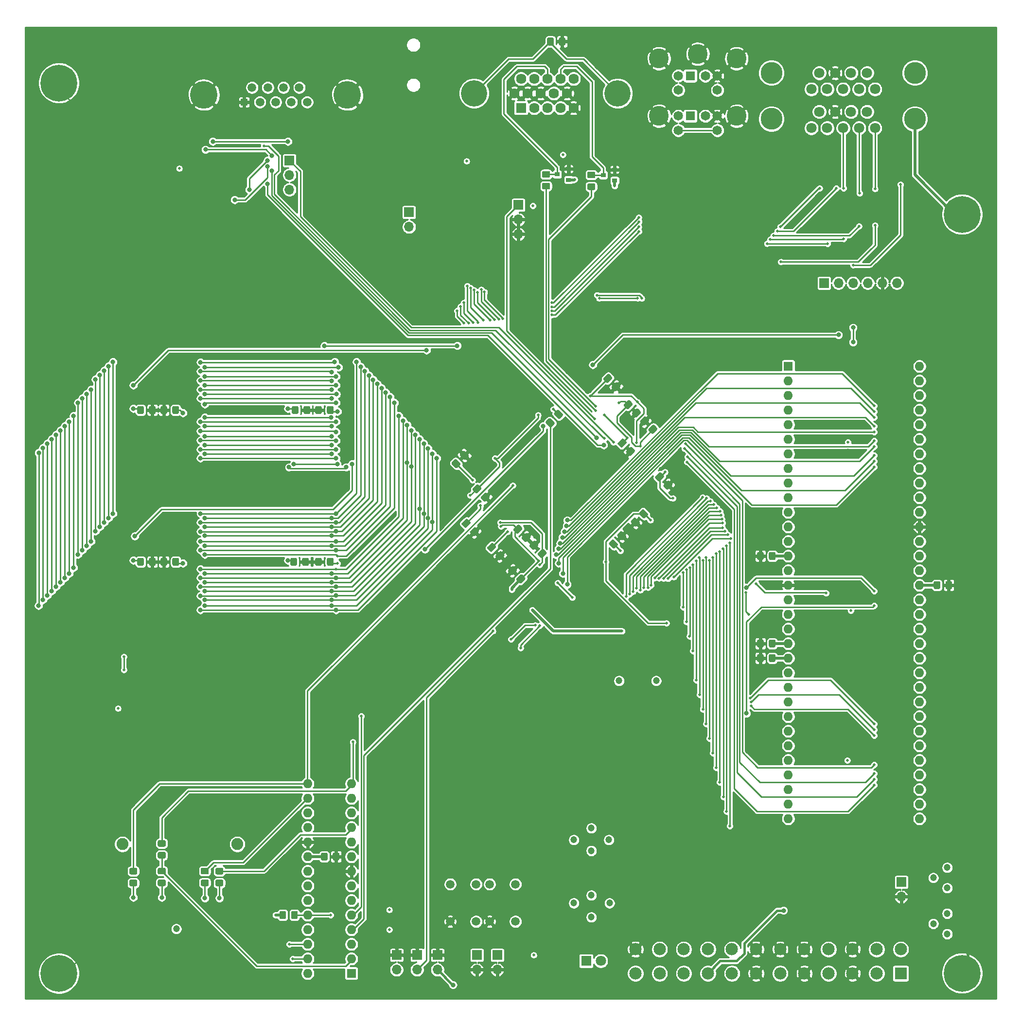
<source format=gbr>
%TF.GenerationSoftware,KiCad,Pcbnew,(5.1.6)-1*%
%TF.CreationDate,2022-11-13T07:46:46-05:00*%
%TF.ProjectId,MigStorm-ITX,4d696753-746f-4726-9d2d-4954582e6b69,rev?*%
%TF.SameCoordinates,Original*%
%TF.FileFunction,Copper,L4,Bot*%
%TF.FilePolarity,Positive*%
%FSLAX46Y46*%
G04 Gerber Fmt 4.6, Leading zero omitted, Abs format (unit mm)*
G04 Created by KiCad (PCBNEW (5.1.6)-1) date 2022-11-13 07:46:46*
%MOMM*%
%LPD*%
G01*
G04 APERTURE LIST*
%TA.AperFunction,ComponentPad*%
%ADD10C,6.400000*%
%TD*%
%TA.AperFunction,ComponentPad*%
%ADD11C,0.800000*%
%TD*%
%TA.AperFunction,ComponentPad*%
%ADD12R,1.800000X1.800000*%
%TD*%
%TA.AperFunction,ComponentPad*%
%ADD13C,1.800000*%
%TD*%
%TA.AperFunction,SMDPad,CuDef*%
%ADD14R,0.900000X0.800000*%
%TD*%
%TA.AperFunction,ComponentPad*%
%ADD15R,1.700000X1.700000*%
%TD*%
%TA.AperFunction,ComponentPad*%
%ADD16O,1.700000X1.700000*%
%TD*%
%TA.AperFunction,ComponentPad*%
%ADD17R,2.150000X2.150000*%
%TD*%
%TA.AperFunction,ComponentPad*%
%ADD18C,2.150000*%
%TD*%
%TA.AperFunction,ComponentPad*%
%ADD19R,1.650000X1.650000*%
%TD*%
%TA.AperFunction,ComponentPad*%
%ADD20C,1.650000*%
%TD*%
%TA.AperFunction,ComponentPad*%
%ADD21C,3.450000*%
%TD*%
%TA.AperFunction,ComponentPad*%
%ADD22C,2.085000*%
%TD*%
%TA.AperFunction,ComponentPad*%
%ADD23C,3.810000*%
%TD*%
%TA.AperFunction,ComponentPad*%
%ADD24R,1.200000X1.200000*%
%TD*%
%TA.AperFunction,ComponentPad*%
%ADD25C,1.500000*%
%TD*%
%TA.AperFunction,ComponentPad*%
%ADD26C,4.800000*%
%TD*%
%TA.AperFunction,ComponentPad*%
%ADD27R,1.785000X1.785000*%
%TD*%
%TA.AperFunction,ComponentPad*%
%ADD28C,1.785000*%
%TD*%
%TA.AperFunction,ComponentPad*%
%ADD29C,4.575000*%
%TD*%
%TA.AperFunction,ComponentPad*%
%ADD30R,1.600000X1.600000*%
%TD*%
%TA.AperFunction,ComponentPad*%
%ADD31O,1.600000X1.600000*%
%TD*%
%TA.AperFunction,ViaPad*%
%ADD32C,0.500000*%
%TD*%
%TA.AperFunction,ViaPad*%
%ADD33C,1.200000*%
%TD*%
%TA.AperFunction,ViaPad*%
%ADD34C,0.800000*%
%TD*%
%TA.AperFunction,Conductor*%
%ADD35C,0.250000*%
%TD*%
%TA.AperFunction,Conductor*%
%ADD36C,0.500000*%
%TD*%
%TA.AperFunction,Conductor*%
%ADD37C,0.400000*%
%TD*%
%TA.AperFunction,Conductor*%
%ADD38C,0.254000*%
%TD*%
G04 APERTURE END LIST*
D10*
%TO.P,REF\u002A\u002A,1*%
%TO.N,N/C*%
X133604000Y-67030600D03*
D11*
X136004000Y-67030600D03*
X135301056Y-68727656D03*
X133604000Y-69430600D03*
X131906944Y-68727656D03*
X131204000Y-67030600D03*
X131906944Y-65333544D03*
X133604000Y-64630600D03*
X135301056Y-65333544D03*
%TD*%
D10*
%TO.P,REF\u002A\u002A,1*%
%TO.N,N/C*%
X290880800Y-89890600D03*
D11*
X293280800Y-89890600D03*
X292577856Y-91587656D03*
X290880800Y-92290600D03*
X289183744Y-91587656D03*
X288480800Y-89890600D03*
X289183744Y-88193544D03*
X290880800Y-87490600D03*
X292577856Y-88193544D03*
%TD*%
D10*
%TO.P,REF\u002A\u002A,1*%
%TO.N,N/C*%
X290880800Y-221970600D03*
D11*
X293280800Y-221970600D03*
X292577856Y-223667656D03*
X290880800Y-224370600D03*
X289183744Y-223667656D03*
X288480800Y-221970600D03*
X289183744Y-220273544D03*
X290880800Y-219570600D03*
X292577856Y-220273544D03*
%TD*%
%TO.P,REF\u002A\u002A,1*%
%TO.N,N/C*%
X135301056Y-220298944D03*
X133604000Y-219596000D03*
X131906944Y-220298944D03*
X131204000Y-221996000D03*
X131906944Y-223693056D03*
X133604000Y-224396000D03*
X135301056Y-223693056D03*
X136004000Y-221996000D03*
D10*
X133604000Y-221996000D03*
%TD*%
%TO.P,C3,2*%
%TO.N,GND*%
%TA.AperFunction,SMDPad,CuDef*%
G36*
G01*
X204127612Y-132550785D02*
X203491215Y-131914388D01*
G75*
G02*
X203491215Y-131560836I176776J176776D01*
G01*
X203950836Y-131101215D01*
G75*
G02*
X204304388Y-131101215I176776J-176776D01*
G01*
X204940785Y-131737612D01*
G75*
G02*
X204940785Y-132091164I-176776J-176776D01*
G01*
X204481164Y-132550785D01*
G75*
G02*
X204127612Y-132550785I-176776J176776D01*
G01*
G37*
%TD.AperFunction*%
%TO.P,C3,1*%
%TO.N,3.3V*%
%TA.AperFunction,SMDPad,CuDef*%
G36*
G01*
X202678044Y-134000353D02*
X202041647Y-133363956D01*
G75*
G02*
X202041647Y-133010404I176776J176776D01*
G01*
X202501268Y-132550783D01*
G75*
G02*
X202854820Y-132550783I176776J-176776D01*
G01*
X203491217Y-133187180D01*
G75*
G02*
X203491217Y-133540732I-176776J-176776D01*
G01*
X203031596Y-134000353D01*
G75*
G02*
X202678044Y-134000353I-176776J176776D01*
G01*
G37*
%TD.AperFunction*%
%TD*%
%TO.P,C6,1*%
%TO.N,3.3V*%
%TA.AperFunction,SMDPad,CuDef*%
G36*
G01*
X203782431Y-143585828D02*
X204418828Y-142949431D01*
G75*
G02*
X204772380Y-142949431I176776J-176776D01*
G01*
X205232001Y-143409052D01*
G75*
G02*
X205232001Y-143762604I-176776J-176776D01*
G01*
X204595604Y-144399001D01*
G75*
G02*
X204242052Y-144399001I-176776J176776D01*
G01*
X203782431Y-143939380D01*
G75*
G02*
X203782431Y-143585828I176776J176776D01*
G01*
G37*
%TD.AperFunction*%
%TO.P,C6,2*%
%TO.N,GND*%
%TA.AperFunction,SMDPad,CuDef*%
G36*
G01*
X205231999Y-145035396D02*
X205868396Y-144398999D01*
G75*
G02*
X206221948Y-144398999I176776J-176776D01*
G01*
X206681569Y-144858620D01*
G75*
G02*
X206681569Y-145212172I-176776J-176776D01*
G01*
X206045172Y-145848569D01*
G75*
G02*
X205691620Y-145848569I-176776J176776D01*
G01*
X205231999Y-145388948D01*
G75*
G02*
X205231999Y-145035396I176776J176776D01*
G01*
G37*
%TD.AperFunction*%
%TD*%
%TO.P,C7,2*%
%TO.N,GND*%
%TA.AperFunction,SMDPad,CuDef*%
G36*
G01*
X209676999Y-149226396D02*
X210313396Y-148589999D01*
G75*
G02*
X210666948Y-148589999I176776J-176776D01*
G01*
X211126569Y-149049620D01*
G75*
G02*
X211126569Y-149403172I-176776J-176776D01*
G01*
X210490172Y-150039569D01*
G75*
G02*
X210136620Y-150039569I-176776J176776D01*
G01*
X209676999Y-149579948D01*
G75*
G02*
X209676999Y-149226396I176776J176776D01*
G01*
G37*
%TD.AperFunction*%
%TO.P,C7,1*%
%TO.N,3.3V*%
%TA.AperFunction,SMDPad,CuDef*%
G36*
G01*
X208227431Y-147776828D02*
X208863828Y-147140431D01*
G75*
G02*
X209217380Y-147140431I176776J-176776D01*
G01*
X209677001Y-147600052D01*
G75*
G02*
X209677001Y-147953604I-176776J-176776D01*
G01*
X209040604Y-148590001D01*
G75*
G02*
X208687052Y-148590001I-176776J176776D01*
G01*
X208227431Y-148130380D01*
G75*
G02*
X208227431Y-147776828I176776J176776D01*
G01*
G37*
%TD.AperFunction*%
%TD*%
%TO.P,C10,1*%
%TO.N,3.3V*%
%TA.AperFunction,SMDPad,CuDef*%
G36*
G01*
X230072828Y-148007569D02*
X229436431Y-147371172D01*
G75*
G02*
X229436431Y-147017620I176776J176776D01*
G01*
X229896052Y-146557999D01*
G75*
G02*
X230249604Y-146557999I176776J-176776D01*
G01*
X230886001Y-147194396D01*
G75*
G02*
X230886001Y-147547948I-176776J-176776D01*
G01*
X230426380Y-148007569D01*
G75*
G02*
X230072828Y-148007569I-176776J176776D01*
G01*
G37*
%TD.AperFunction*%
%TO.P,C10,2*%
%TO.N,GND*%
%TA.AperFunction,SMDPad,CuDef*%
G36*
G01*
X231522396Y-146558001D02*
X230885999Y-145921604D01*
G75*
G02*
X230885999Y-145568052I176776J176776D01*
G01*
X231345620Y-145108431D01*
G75*
G02*
X231699172Y-145108431I176776J-176776D01*
G01*
X232335569Y-145744828D01*
G75*
G02*
X232335569Y-146098380I-176776J-176776D01*
G01*
X231875948Y-146558001D01*
G75*
G02*
X231522396Y-146558001I-176776J176776D01*
G01*
G37*
%TD.AperFunction*%
%TD*%
%TO.P,C11,2*%
%TO.N,GND*%
%TA.AperFunction,SMDPad,CuDef*%
G36*
G01*
X238924215Y-136944612D02*
X239560612Y-136308215D01*
G75*
G02*
X239914164Y-136308215I176776J-176776D01*
G01*
X240373785Y-136767836D01*
G75*
G02*
X240373785Y-137121388I-176776J-176776D01*
G01*
X239737388Y-137757785D01*
G75*
G02*
X239383836Y-137757785I-176776J176776D01*
G01*
X238924215Y-137298164D01*
G75*
G02*
X238924215Y-136944612I176776J176776D01*
G01*
G37*
%TD.AperFunction*%
%TO.P,C11,1*%
%TO.N,3.3V*%
%TA.AperFunction,SMDPad,CuDef*%
G36*
G01*
X237474647Y-135495044D02*
X238111044Y-134858647D01*
G75*
G02*
X238464596Y-134858647I176776J-176776D01*
G01*
X238924217Y-135318268D01*
G75*
G02*
X238924217Y-135671820I-176776J-176776D01*
G01*
X238287820Y-136308217D01*
G75*
G02*
X237934268Y-136308217I-176776J176776D01*
G01*
X237474647Y-135848596D01*
G75*
G02*
X237474647Y-135495044I176776J176776D01*
G01*
G37*
%TD.AperFunction*%
%TD*%
%TO.P,C12,1*%
%TO.N,3.3V*%
%TA.AperFunction,SMDPad,CuDef*%
G36*
G01*
X228457647Y-118350044D02*
X229094044Y-117713647D01*
G75*
G02*
X229447596Y-117713647I176776J-176776D01*
G01*
X229907217Y-118173268D01*
G75*
G02*
X229907217Y-118526820I-176776J-176776D01*
G01*
X229270820Y-119163217D01*
G75*
G02*
X228917268Y-119163217I-176776J176776D01*
G01*
X228457647Y-118703596D01*
G75*
G02*
X228457647Y-118350044I176776J176776D01*
G01*
G37*
%TD.AperFunction*%
%TO.P,C12,2*%
%TO.N,GND*%
%TA.AperFunction,SMDPad,CuDef*%
G36*
G01*
X229907215Y-119799612D02*
X230543612Y-119163215D01*
G75*
G02*
X230897164Y-119163215I176776J-176776D01*
G01*
X231356785Y-119622836D01*
G75*
G02*
X231356785Y-119976388I-176776J-176776D01*
G01*
X230720388Y-120612785D01*
G75*
G02*
X230366836Y-120612785I-176776J176776D01*
G01*
X229907215Y-120153164D01*
G75*
G02*
X229907215Y-119799612I176776J176776D01*
G01*
G37*
%TD.AperFunction*%
%TD*%
%TO.P,C13,2*%
%TO.N,GND*%
%TA.AperFunction,SMDPad,CuDef*%
G36*
G01*
X232409999Y-131065396D02*
X233046396Y-130428999D01*
G75*
G02*
X233399948Y-130428999I176776J-176776D01*
G01*
X233859569Y-130888620D01*
G75*
G02*
X233859569Y-131242172I-176776J-176776D01*
G01*
X233223172Y-131878569D01*
G75*
G02*
X232869620Y-131878569I-176776J176776D01*
G01*
X232409999Y-131418948D01*
G75*
G02*
X232409999Y-131065396I176776J176776D01*
G01*
G37*
%TD.AperFunction*%
%TO.P,C13,1*%
%TO.N,+2V5*%
%TA.AperFunction,SMDPad,CuDef*%
G36*
G01*
X230960431Y-129615828D02*
X231596828Y-128979431D01*
G75*
G02*
X231950380Y-128979431I176776J-176776D01*
G01*
X232410001Y-129439052D01*
G75*
G02*
X232410001Y-129792604I-176776J-176776D01*
G01*
X231773604Y-130429001D01*
G75*
G02*
X231420052Y-130429001I-176776J176776D01*
G01*
X230960431Y-129969380D01*
G75*
G02*
X230960431Y-129615828I176776J176776D01*
G01*
G37*
%TD.AperFunction*%
%TD*%
%TO.P,C14,2*%
%TO.N,GND*%
%TA.AperFunction,SMDPad,CuDef*%
G36*
G01*
X214248999Y-146051396D02*
X214885396Y-145414999D01*
G75*
G02*
X215238948Y-145414999I176776J-176776D01*
G01*
X215698569Y-145874620D01*
G75*
G02*
X215698569Y-146228172I-176776J-176776D01*
G01*
X215062172Y-146864569D01*
G75*
G02*
X214708620Y-146864569I-176776J176776D01*
G01*
X214248999Y-146404948D01*
G75*
G02*
X214248999Y-146051396I176776J176776D01*
G01*
G37*
%TD.AperFunction*%
%TO.P,C14,1*%
%TO.N,+1V2*%
%TA.AperFunction,SMDPad,CuDef*%
G36*
G01*
X212799431Y-144601828D02*
X213435828Y-143965431D01*
G75*
G02*
X213789380Y-143965431I176776J-176776D01*
G01*
X214249001Y-144425052D01*
G75*
G02*
X214249001Y-144778604I-176776J-176776D01*
G01*
X213612604Y-145415001D01*
G75*
G02*
X213259052Y-145415001I-176776J176776D01*
G01*
X212799431Y-144955380D01*
G75*
G02*
X212799431Y-144601828I176776J176776D01*
G01*
G37*
%TD.AperFunction*%
%TD*%
%TO.P,C15,1*%
%TO.N,+2V5*%
%TA.AperFunction,SMDPad,CuDef*%
G36*
G01*
X205687431Y-137579612D02*
X206323828Y-136943215D01*
G75*
G02*
X206677380Y-136943215I176776J-176776D01*
G01*
X207137001Y-137402836D01*
G75*
G02*
X207137001Y-137756388I-176776J-176776D01*
G01*
X206500604Y-138392785D01*
G75*
G02*
X206147052Y-138392785I-176776J176776D01*
G01*
X205687431Y-137933164D01*
G75*
G02*
X205687431Y-137579612I176776J176776D01*
G01*
G37*
%TD.AperFunction*%
%TO.P,C15,2*%
%TO.N,GND*%
%TA.AperFunction,SMDPad,CuDef*%
G36*
G01*
X207136999Y-139029180D02*
X207773396Y-138392783D01*
G75*
G02*
X208126948Y-138392783I176776J-176776D01*
G01*
X208586569Y-138852404D01*
G75*
G02*
X208586569Y-139205956I-176776J-176776D01*
G01*
X207950172Y-139842353D01*
G75*
G02*
X207596620Y-139842353I-176776J176776D01*
G01*
X207136999Y-139382732D01*
G75*
G02*
X207136999Y-139029180I176776J176776D01*
G01*
G37*
%TD.AperFunction*%
%TD*%
%TO.P,C16,1*%
%TO.N,+1V2*%
%TA.AperFunction,SMDPad,CuDef*%
G36*
G01*
X214772353Y-153429956D02*
X214135956Y-154066353D01*
G75*
G02*
X213782404Y-154066353I-176776J176776D01*
G01*
X213322783Y-153606732D01*
G75*
G02*
X213322783Y-153253180I176776J176776D01*
G01*
X213959180Y-152616783D01*
G75*
G02*
X214312732Y-152616783I176776J-176776D01*
G01*
X214772353Y-153076404D01*
G75*
G02*
X214772353Y-153429956I-176776J-176776D01*
G01*
G37*
%TD.AperFunction*%
%TO.P,C16,2*%
%TO.N,GND*%
%TA.AperFunction,SMDPad,CuDef*%
G36*
G01*
X213322785Y-151980388D02*
X212686388Y-152616785D01*
G75*
G02*
X212332836Y-152616785I-176776J176776D01*
G01*
X211873215Y-152157164D01*
G75*
G02*
X211873215Y-151803612I176776J176776D01*
G01*
X212509612Y-151167215D01*
G75*
G02*
X212863164Y-151167215I176776J-176776D01*
G01*
X213322785Y-151626836D01*
G75*
G02*
X213322785Y-151980388I-176776J-176776D01*
G01*
G37*
%TD.AperFunction*%
%TD*%
%TO.P,C17,2*%
%TO.N,GND*%
%TA.AperFunction,SMDPad,CuDef*%
G36*
G01*
X217043001Y-147572604D02*
X216406604Y-148209001D01*
G75*
G02*
X216053052Y-148209001I-176776J176776D01*
G01*
X215593431Y-147749380D01*
G75*
G02*
X215593431Y-147395828I176776J176776D01*
G01*
X216229828Y-146759431D01*
G75*
G02*
X216583380Y-146759431I176776J-176776D01*
G01*
X217043001Y-147219052D01*
G75*
G02*
X217043001Y-147572604I-176776J-176776D01*
G01*
G37*
%TD.AperFunction*%
%TO.P,C17,1*%
%TO.N,+2V5*%
%TA.AperFunction,SMDPad,CuDef*%
G36*
G01*
X218492569Y-149022172D02*
X217856172Y-149658569D01*
G75*
G02*
X217502620Y-149658569I-176776J176776D01*
G01*
X217042999Y-149198948D01*
G75*
G02*
X217042999Y-148845396I176776J176776D01*
G01*
X217679396Y-148208999D01*
G75*
G02*
X218032948Y-148208999I176776J-176776D01*
G01*
X218492569Y-148668620D01*
G75*
G02*
X218492569Y-149022172I-176776J-176776D01*
G01*
G37*
%TD.AperFunction*%
%TD*%
%TO.P,C18,2*%
%TO.N,GND*%
%TA.AperFunction,SMDPad,CuDef*%
G36*
G01*
X233463215Y-124371612D02*
X234099612Y-123735215D01*
G75*
G02*
X234453164Y-123735215I176776J-176776D01*
G01*
X234912785Y-124194836D01*
G75*
G02*
X234912785Y-124548388I-176776J-176776D01*
G01*
X234276388Y-125184785D01*
G75*
G02*
X233922836Y-125184785I-176776J176776D01*
G01*
X233463215Y-124725164D01*
G75*
G02*
X233463215Y-124371612I176776J176776D01*
G01*
G37*
%TD.AperFunction*%
%TO.P,C18,1*%
%TO.N,+1V2*%
%TA.AperFunction,SMDPad,CuDef*%
G36*
G01*
X232013647Y-122922044D02*
X232650044Y-122285647D01*
G75*
G02*
X233003596Y-122285647I176776J-176776D01*
G01*
X233463217Y-122745268D01*
G75*
G02*
X233463217Y-123098820I-176776J-176776D01*
G01*
X232826820Y-123735217D01*
G75*
G02*
X232473268Y-123735217I-176776J176776D01*
G01*
X232013647Y-123275596D01*
G75*
G02*
X232013647Y-122922044I176776J176776D01*
G01*
G37*
%TD.AperFunction*%
%TD*%
%TO.P,C19,1*%
%TO.N,+2V5*%
%TA.AperFunction,SMDPad,CuDef*%
G36*
G01*
X235509172Y-141298431D02*
X236145569Y-141934828D01*
G75*
G02*
X236145569Y-142288380I-176776J-176776D01*
G01*
X235685948Y-142748001D01*
G75*
G02*
X235332396Y-142748001I-176776J176776D01*
G01*
X234695999Y-142111604D01*
G75*
G02*
X234695999Y-141758052I176776J176776D01*
G01*
X235155620Y-141298431D01*
G75*
G02*
X235509172Y-141298431I176776J-176776D01*
G01*
G37*
%TD.AperFunction*%
%TO.P,C19,2*%
%TO.N,GND*%
%TA.AperFunction,SMDPad,CuDef*%
G36*
G01*
X234059604Y-142747999D02*
X234696001Y-143384396D01*
G75*
G02*
X234696001Y-143737948I-176776J-176776D01*
G01*
X234236380Y-144197569D01*
G75*
G02*
X233882828Y-144197569I-176776J176776D01*
G01*
X233246431Y-143561172D01*
G75*
G02*
X233246431Y-143207620I176776J176776D01*
G01*
X233706052Y-142747999D01*
G75*
G02*
X234059604Y-142747999I176776J-176776D01*
G01*
G37*
%TD.AperFunction*%
%TD*%
%TO.P,C20,1*%
%TO.N,+1V2*%
%TA.AperFunction,SMDPad,CuDef*%
G36*
G01*
X237759353Y-127394956D02*
X237122956Y-128031353D01*
G75*
G02*
X236769404Y-128031353I-176776J176776D01*
G01*
X236309783Y-127571732D01*
G75*
G02*
X236309783Y-127218180I176776J176776D01*
G01*
X236946180Y-126581783D01*
G75*
G02*
X237299732Y-126581783I176776J-176776D01*
G01*
X237759353Y-127041404D01*
G75*
G02*
X237759353Y-127394956I-176776J-176776D01*
G01*
G37*
%TD.AperFunction*%
%TO.P,C20,2*%
%TO.N,GND*%
%TA.AperFunction,SMDPad,CuDef*%
G36*
G01*
X236309785Y-125945388D02*
X235673388Y-126581785D01*
G75*
G02*
X235319836Y-126581785I-176776J176776D01*
G01*
X234860215Y-126122164D01*
G75*
G02*
X234860215Y-125768612I176776J176776D01*
G01*
X235496612Y-125132215D01*
G75*
G02*
X235850164Y-125132215I176776J-176776D01*
G01*
X236309785Y-125591836D01*
G75*
G02*
X236309785Y-125945388I-176776J-176776D01*
G01*
G37*
%TD.AperFunction*%
%TD*%
%TO.P,C21,2*%
%TO.N,GND*%
%TA.AperFunction,SMDPad,CuDef*%
G36*
G01*
X256344000Y-148901999D02*
X256344000Y-149802001D01*
G75*
G02*
X256094001Y-150052000I-249999J0D01*
G01*
X255443999Y-150052000D01*
G75*
G02*
X255194000Y-149802001I0J249999D01*
G01*
X255194000Y-148901999D01*
G75*
G02*
X255443999Y-148652000I249999J0D01*
G01*
X256094001Y-148652000D01*
G75*
G02*
X256344000Y-148901999I0J-249999D01*
G01*
G37*
%TD.AperFunction*%
%TO.P,C21,1*%
%TO.N,5VDC*%
%TA.AperFunction,SMDPad,CuDef*%
G36*
G01*
X258394000Y-148901999D02*
X258394000Y-149802001D01*
G75*
G02*
X258144001Y-150052000I-249999J0D01*
G01*
X257493999Y-150052000D01*
G75*
G02*
X257244000Y-149802001I0J249999D01*
G01*
X257244000Y-148901999D01*
G75*
G02*
X257493999Y-148652000I249999J0D01*
G01*
X258144001Y-148652000D01*
G75*
G02*
X258394000Y-148901999I0J-249999D01*
G01*
G37*
%TD.AperFunction*%
%TD*%
%TO.P,C22,2*%
%TO.N,GND*%
%TA.AperFunction,SMDPad,CuDef*%
G36*
G01*
X287987000Y-154882001D02*
X287987000Y-153981999D01*
G75*
G02*
X288236999Y-153732000I249999J0D01*
G01*
X288887001Y-153732000D01*
G75*
G02*
X289137000Y-153981999I0J-249999D01*
G01*
X289137000Y-154882001D01*
G75*
G02*
X288887001Y-155132000I-249999J0D01*
G01*
X288236999Y-155132000D01*
G75*
G02*
X287987000Y-154882001I0J249999D01*
G01*
G37*
%TD.AperFunction*%
%TO.P,C22,1*%
%TO.N,5VDC*%
%TA.AperFunction,SMDPad,CuDef*%
G36*
G01*
X285937000Y-154882001D02*
X285937000Y-153981999D01*
G75*
G02*
X286186999Y-153732000I249999J0D01*
G01*
X286837001Y-153732000D01*
G75*
G02*
X287087000Y-153981999I0J-249999D01*
G01*
X287087000Y-154882001D01*
G75*
G02*
X286837001Y-155132000I-249999J0D01*
G01*
X286186999Y-155132000D01*
G75*
G02*
X285937000Y-154882001I0J249999D01*
G01*
G37*
%TD.AperFunction*%
%TD*%
%TO.P,C23,1*%
%TO.N,5VDC*%
%TA.AperFunction,SMDPad,CuDef*%
G36*
G01*
X258385000Y-164141999D02*
X258385000Y-165042001D01*
G75*
G02*
X258135001Y-165292000I-249999J0D01*
G01*
X257484999Y-165292000D01*
G75*
G02*
X257235000Y-165042001I0J249999D01*
G01*
X257235000Y-164141999D01*
G75*
G02*
X257484999Y-163892000I249999J0D01*
G01*
X258135001Y-163892000D01*
G75*
G02*
X258385000Y-164141999I0J-249999D01*
G01*
G37*
%TD.AperFunction*%
%TO.P,C23,2*%
%TO.N,GND*%
%TA.AperFunction,SMDPad,CuDef*%
G36*
G01*
X256335000Y-164141999D02*
X256335000Y-165042001D01*
G75*
G02*
X256085001Y-165292000I-249999J0D01*
G01*
X255434999Y-165292000D01*
G75*
G02*
X255185000Y-165042001I0J249999D01*
G01*
X255185000Y-164141999D01*
G75*
G02*
X255434999Y-163892000I249999J0D01*
G01*
X256085001Y-163892000D01*
G75*
G02*
X256335000Y-164141999I0J-249999D01*
G01*
G37*
%TD.AperFunction*%
%TD*%
%TO.P,C24,2*%
%TO.N,GND*%
%TA.AperFunction,SMDPad,CuDef*%
G36*
G01*
X256335000Y-166681999D02*
X256335000Y-167582001D01*
G75*
G02*
X256085001Y-167832000I-249999J0D01*
G01*
X255434999Y-167832000D01*
G75*
G02*
X255185000Y-167582001I0J249999D01*
G01*
X255185000Y-166681999D01*
G75*
G02*
X255434999Y-166432000I249999J0D01*
G01*
X256085001Y-166432000D01*
G75*
G02*
X256335000Y-166681999I0J-249999D01*
G01*
G37*
%TD.AperFunction*%
%TO.P,C24,1*%
%TO.N,5VDC*%
%TA.AperFunction,SMDPad,CuDef*%
G36*
G01*
X258385000Y-166681999D02*
X258385000Y-167582001D01*
G75*
G02*
X258135001Y-167832000I-249999J0D01*
G01*
X257484999Y-167832000D01*
G75*
G02*
X257235000Y-167582001I0J249999D01*
G01*
X257235000Y-166681999D01*
G75*
G02*
X257484999Y-166432000I249999J0D01*
G01*
X258135001Y-166432000D01*
G75*
G02*
X258385000Y-166681999I0J-249999D01*
G01*
G37*
%TD.AperFunction*%
%TD*%
%TO.P,C25,1*%
%TO.N,3.3V*%
%TA.AperFunction,SMDPad,CuDef*%
G36*
G01*
X147244000Y-124402001D02*
X147244000Y-123501999D01*
G75*
G02*
X147493999Y-123252000I249999J0D01*
G01*
X148144001Y-123252000D01*
G75*
G02*
X148394000Y-123501999I0J-249999D01*
G01*
X148394000Y-124402001D01*
G75*
G02*
X148144001Y-124652000I-249999J0D01*
G01*
X147493999Y-124652000D01*
G75*
G02*
X147244000Y-124402001I0J249999D01*
G01*
G37*
%TD.AperFunction*%
%TO.P,C25,2*%
%TO.N,GND*%
%TA.AperFunction,SMDPad,CuDef*%
G36*
G01*
X149294000Y-124402001D02*
X149294000Y-123501999D01*
G75*
G02*
X149543999Y-123252000I249999J0D01*
G01*
X150194001Y-123252000D01*
G75*
G02*
X150444000Y-123501999I0J-249999D01*
G01*
X150444000Y-124402001D01*
G75*
G02*
X150194001Y-124652000I-249999J0D01*
G01*
X149543999Y-124652000D01*
G75*
G02*
X149294000Y-124402001I0J249999D01*
G01*
G37*
%TD.AperFunction*%
%TD*%
%TO.P,C26,1*%
%TO.N,3.3V*%
%TA.AperFunction,SMDPad,CuDef*%
G36*
G01*
X154499000Y-123501999D02*
X154499000Y-124402001D01*
G75*
G02*
X154249001Y-124652000I-249999J0D01*
G01*
X153598999Y-124652000D01*
G75*
G02*
X153349000Y-124402001I0J249999D01*
G01*
X153349000Y-123501999D01*
G75*
G02*
X153598999Y-123252000I249999J0D01*
G01*
X154249001Y-123252000D01*
G75*
G02*
X154499000Y-123501999I0J-249999D01*
G01*
G37*
%TD.AperFunction*%
%TO.P,C26,2*%
%TO.N,GND*%
%TA.AperFunction,SMDPad,CuDef*%
G36*
G01*
X152449000Y-123501999D02*
X152449000Y-124402001D01*
G75*
G02*
X152199001Y-124652000I-249999J0D01*
G01*
X151548999Y-124652000D01*
G75*
G02*
X151299000Y-124402001I0J249999D01*
G01*
X151299000Y-123501999D01*
G75*
G02*
X151548999Y-123252000I249999J0D01*
G01*
X152199001Y-123252000D01*
G75*
G02*
X152449000Y-123501999I0J-249999D01*
G01*
G37*
%TD.AperFunction*%
%TD*%
%TO.P,C27,2*%
%TO.N,GND*%
%TA.AperFunction,SMDPad,CuDef*%
G36*
G01*
X176218000Y-124402001D02*
X176218000Y-123501999D01*
G75*
G02*
X176467999Y-123252000I249999J0D01*
G01*
X177118001Y-123252000D01*
G75*
G02*
X177368000Y-123501999I0J-249999D01*
G01*
X177368000Y-124402001D01*
G75*
G02*
X177118001Y-124652000I-249999J0D01*
G01*
X176467999Y-124652000D01*
G75*
G02*
X176218000Y-124402001I0J249999D01*
G01*
G37*
%TD.AperFunction*%
%TO.P,C27,1*%
%TO.N,3.3V*%
%TA.AperFunction,SMDPad,CuDef*%
G36*
G01*
X174168000Y-124402001D02*
X174168000Y-123501999D01*
G75*
G02*
X174417999Y-123252000I249999J0D01*
G01*
X175068001Y-123252000D01*
G75*
G02*
X175318000Y-123501999I0J-249999D01*
G01*
X175318000Y-124402001D01*
G75*
G02*
X175068001Y-124652000I-249999J0D01*
G01*
X174417999Y-124652000D01*
G75*
G02*
X174168000Y-124402001I0J249999D01*
G01*
G37*
%TD.AperFunction*%
%TD*%
%TO.P,C28,1*%
%TO.N,3.3V*%
%TA.AperFunction,SMDPad,CuDef*%
G36*
G01*
X181432000Y-123501999D02*
X181432000Y-124402001D01*
G75*
G02*
X181182001Y-124652000I-249999J0D01*
G01*
X180531999Y-124652000D01*
G75*
G02*
X180282000Y-124402001I0J249999D01*
G01*
X180282000Y-123501999D01*
G75*
G02*
X180531999Y-123252000I249999J0D01*
G01*
X181182001Y-123252000D01*
G75*
G02*
X181432000Y-123501999I0J-249999D01*
G01*
G37*
%TD.AperFunction*%
%TO.P,C28,2*%
%TO.N,GND*%
%TA.AperFunction,SMDPad,CuDef*%
G36*
G01*
X179382000Y-123501999D02*
X179382000Y-124402001D01*
G75*
G02*
X179132001Y-124652000I-249999J0D01*
G01*
X178481999Y-124652000D01*
G75*
G02*
X178232000Y-124402001I0J249999D01*
G01*
X178232000Y-123501999D01*
G75*
G02*
X178481999Y-123252000I249999J0D01*
G01*
X179132001Y-123252000D01*
G75*
G02*
X179382000Y-123501999I0J-249999D01*
G01*
G37*
%TD.AperFunction*%
%TD*%
%TO.P,C29,2*%
%TO.N,GND*%
%TA.AperFunction,SMDPad,CuDef*%
G36*
G01*
X149294000Y-150818001D02*
X149294000Y-149917999D01*
G75*
G02*
X149543999Y-149668000I249999J0D01*
G01*
X150194001Y-149668000D01*
G75*
G02*
X150444000Y-149917999I0J-249999D01*
G01*
X150444000Y-150818001D01*
G75*
G02*
X150194001Y-151068000I-249999J0D01*
G01*
X149543999Y-151068000D01*
G75*
G02*
X149294000Y-150818001I0J249999D01*
G01*
G37*
%TD.AperFunction*%
%TO.P,C29,1*%
%TO.N,3.3V*%
%TA.AperFunction,SMDPad,CuDef*%
G36*
G01*
X147244000Y-150818001D02*
X147244000Y-149917999D01*
G75*
G02*
X147493999Y-149668000I249999J0D01*
G01*
X148144001Y-149668000D01*
G75*
G02*
X148394000Y-149917999I0J-249999D01*
G01*
X148394000Y-150818001D01*
G75*
G02*
X148144001Y-151068000I-249999J0D01*
G01*
X147493999Y-151068000D01*
G75*
G02*
X147244000Y-150818001I0J249999D01*
G01*
G37*
%TD.AperFunction*%
%TD*%
%TO.P,C30,1*%
%TO.N,3.3V*%
%TA.AperFunction,SMDPad,CuDef*%
G36*
G01*
X154508000Y-149917999D02*
X154508000Y-150818001D01*
G75*
G02*
X154258001Y-151068000I-249999J0D01*
G01*
X153607999Y-151068000D01*
G75*
G02*
X153358000Y-150818001I0J249999D01*
G01*
X153358000Y-149917999D01*
G75*
G02*
X153607999Y-149668000I249999J0D01*
G01*
X154258001Y-149668000D01*
G75*
G02*
X154508000Y-149917999I0J-249999D01*
G01*
G37*
%TD.AperFunction*%
%TO.P,C30,2*%
%TO.N,GND*%
%TA.AperFunction,SMDPad,CuDef*%
G36*
G01*
X152458000Y-149917999D02*
X152458000Y-150818001D01*
G75*
G02*
X152208001Y-151068000I-249999J0D01*
G01*
X151557999Y-151068000D01*
G75*
G02*
X151308000Y-150818001I0J249999D01*
G01*
X151308000Y-149917999D01*
G75*
G02*
X151557999Y-149668000I249999J0D01*
G01*
X152208001Y-149668000D01*
G75*
G02*
X152458000Y-149917999I0J-249999D01*
G01*
G37*
%TD.AperFunction*%
%TD*%
%TO.P,C31,2*%
%TO.N,GND*%
%TA.AperFunction,SMDPad,CuDef*%
G36*
G01*
X175964000Y-150818001D02*
X175964000Y-149917999D01*
G75*
G02*
X176213999Y-149668000I249999J0D01*
G01*
X176864001Y-149668000D01*
G75*
G02*
X177114000Y-149917999I0J-249999D01*
G01*
X177114000Y-150818001D01*
G75*
G02*
X176864001Y-151068000I-249999J0D01*
G01*
X176213999Y-151068000D01*
G75*
G02*
X175964000Y-150818001I0J249999D01*
G01*
G37*
%TD.AperFunction*%
%TO.P,C31,1*%
%TO.N,3.3V*%
%TA.AperFunction,SMDPad,CuDef*%
G36*
G01*
X173914000Y-150818001D02*
X173914000Y-149917999D01*
G75*
G02*
X174163999Y-149668000I249999J0D01*
G01*
X174814001Y-149668000D01*
G75*
G02*
X175064000Y-149917999I0J-249999D01*
G01*
X175064000Y-150818001D01*
G75*
G02*
X174814001Y-151068000I-249999J0D01*
G01*
X174163999Y-151068000D01*
G75*
G02*
X173914000Y-150818001I0J249999D01*
G01*
G37*
%TD.AperFunction*%
%TD*%
%TO.P,C32,1*%
%TO.N,3.3V*%
%TA.AperFunction,SMDPad,CuDef*%
G36*
G01*
X181432000Y-149917999D02*
X181432000Y-150818001D01*
G75*
G02*
X181182001Y-151068000I-249999J0D01*
G01*
X180531999Y-151068000D01*
G75*
G02*
X180282000Y-150818001I0J249999D01*
G01*
X180282000Y-149917999D01*
G75*
G02*
X180531999Y-149668000I249999J0D01*
G01*
X181182001Y-149668000D01*
G75*
G02*
X181432000Y-149917999I0J-249999D01*
G01*
G37*
%TD.AperFunction*%
%TO.P,C32,2*%
%TO.N,GND*%
%TA.AperFunction,SMDPad,CuDef*%
G36*
G01*
X179382000Y-149917999D02*
X179382000Y-150818001D01*
G75*
G02*
X179132001Y-151068000I-249999J0D01*
G01*
X178481999Y-151068000D01*
G75*
G02*
X178232000Y-150818001I0J249999D01*
G01*
X178232000Y-149917999D01*
G75*
G02*
X178481999Y-149668000I249999J0D01*
G01*
X179132001Y-149668000D01*
G75*
G02*
X179382000Y-149917999I0J-249999D01*
G01*
G37*
%TD.AperFunction*%
%TD*%
%TO.P,C41,2*%
%TO.N,GND*%
%TA.AperFunction,SMDPad,CuDef*%
G36*
G01*
X181289000Y-202126001D02*
X181289000Y-201225999D01*
G75*
G02*
X181538999Y-200976000I249999J0D01*
G01*
X182189001Y-200976000D01*
G75*
G02*
X182439000Y-201225999I0J-249999D01*
G01*
X182439000Y-202126001D01*
G75*
G02*
X182189001Y-202376000I-249999J0D01*
G01*
X181538999Y-202376000D01*
G75*
G02*
X181289000Y-202126001I0J249999D01*
G01*
G37*
%TD.AperFunction*%
%TO.P,C41,1*%
%TO.N,3.3V*%
%TA.AperFunction,SMDPad,CuDef*%
G36*
G01*
X179239000Y-202126001D02*
X179239000Y-201225999D01*
G75*
G02*
X179488999Y-200976000I249999J0D01*
G01*
X180139001Y-200976000D01*
G75*
G02*
X180389000Y-201225999I0J-249999D01*
G01*
X180389000Y-202126001D01*
G75*
G02*
X180139001Y-202376000I-249999J0D01*
G01*
X179488999Y-202376000D01*
G75*
G02*
X179239000Y-202126001I0J249999D01*
G01*
G37*
%TD.AperFunction*%
%TD*%
D12*
%TO.P,D1,1*%
%TO.N,Net-(D1-Pad1)*%
X225425000Y-219837000D03*
D13*
%TO.P,D1,2*%
%TO.N,5VDC*%
X227965000Y-219837000D03*
%TD*%
D14*
%TO.P,D5,3*%
%TO.N,Net-(D5-Pad3)*%
X220361000Y-82931000D03*
%TO.P,D5,2*%
%TO.N,3.3V*%
X222361000Y-83881000D03*
%TO.P,D5,1*%
%TO.N,GND*%
X222361000Y-81981000D03*
%TD*%
%TO.P,D6,1*%
%TO.N,GND*%
X230378000Y-82108000D03*
%TO.P,D6,2*%
%TO.N,3.3V*%
X230378000Y-84008000D03*
%TO.P,D6,3*%
%TO.N,Net-(D6-Pad3)*%
X228378000Y-83058000D03*
%TD*%
D15*
%TO.P,J1,1*%
%TO.N,Net-(J1-Pad1)*%
X266827000Y-101854000D03*
D16*
%TO.P,J1,2*%
%TO.N,Net-(J1-Pad2)*%
X269367000Y-101854000D03*
%TO.P,J1,3*%
%TO.N,Net-(J1-Pad3)*%
X271907000Y-101854000D03*
%TO.P,J1,4*%
%TO.N,Net-(J1-Pad4)*%
X274447000Y-101854000D03*
%TO.P,J1,5*%
%TO.N,GND*%
X276987000Y-101854000D03*
%TO.P,J1,6*%
%TO.N,3.3V*%
X279527000Y-101854000D03*
%TD*%
D17*
%TO.P,J2,1*%
%TO.N,3.3V*%
X280207000Y-222005000D03*
D18*
%TO.P,J2,2*%
X276007000Y-222005000D03*
%TO.P,J2,3*%
%TO.N,GND*%
X271807000Y-222005000D03*
%TO.P,J2,4*%
%TO.N,5VDC*%
X267607000Y-222005000D03*
%TO.P,J2,5*%
%TO.N,GND*%
X263407000Y-222005000D03*
%TO.P,J2,6*%
%TO.N,5VDC*%
X259207000Y-222005000D03*
%TO.P,J2,7*%
%TO.N,GND*%
X255007000Y-222005000D03*
%TO.P,J2,8*%
%TO.N,PWROK*%
X250807000Y-222005000D03*
%TO.P,J2,9*%
%TO.N,5VSB*%
X246607000Y-222005000D03*
%TO.P,J2,10*%
%TO.N,12VDC*%
X242407000Y-222005000D03*
%TO.P,J2,11*%
X238207000Y-222005000D03*
%TO.P,J2,12*%
%TO.N,3.3V*%
X234007000Y-222005000D03*
%TO.P,J2,13*%
X280207000Y-217805000D03*
%TO.P,J2,14*%
%TO.N,-12V*%
X276007000Y-217805000D03*
%TO.P,J2,15*%
%TO.N,GND*%
X271807000Y-217805000D03*
%TO.P,J2,16*%
%TO.N,PS_ON*%
X267607000Y-217805000D03*
%TO.P,J2,17*%
%TO.N,GND*%
X263407000Y-217805000D03*
%TO.P,J2,18*%
X259207000Y-217805000D03*
%TO.P,J2,19*%
X255007000Y-217805000D03*
%TO.P,J2,20*%
%TO.N,-5V*%
X250807000Y-217805000D03*
%TO.P,J2,21*%
%TO.N,5VDC*%
X246607000Y-217805000D03*
%TO.P,J2,22*%
X242407000Y-217805000D03*
%TO.P,J2,23*%
X238207000Y-217805000D03*
%TO.P,J2,24*%
%TO.N,GND*%
X234007000Y-217805000D03*
%TD*%
D15*
%TO.P,J3,1*%
%TO.N,GND*%
X199517000Y-218821000D03*
D16*
%TO.P,J3,2*%
%TO.N,Net-(IC8-Pad1)*%
X199517000Y-221361000D03*
%TD*%
D15*
%TO.P,J4,1*%
%TO.N,GND*%
X195961000Y-218821000D03*
D16*
%TO.P,J4,2*%
%TO.N,Net-(J4-Pad2)*%
X195961000Y-221361000D03*
%TD*%
D15*
%TO.P,J5,1*%
%TO.N,15KHZ*%
X213614000Y-88265000D03*
D16*
%TO.P,J5,2*%
%TO.N,GND*%
X213614000Y-90805000D03*
%TO.P,J5,3*%
X213614000Y-93345000D03*
%TD*%
%TO.P,J6,2*%
%TO.N,Net-(J6-Pad2)*%
X192405000Y-221361000D03*
D15*
%TO.P,J6,1*%
%TO.N,GND*%
X192405000Y-218821000D03*
%TD*%
D19*
%TO.P,J7,A1*%
%TO.N,Net-(J7-PadA1)*%
X243556000Y-65776000D03*
D20*
%TO.P,J7,A2*%
X246156000Y-65776000D03*
%TO.P,J7,A3*%
%TO.N,5VDC*%
X241456000Y-65776000D03*
%TO.P,J7,A5*%
%TO.N,GND*%
X248256000Y-65776000D03*
%TO.P,J7,A6*%
%TO.N,Net-(J7-PadA6)*%
X241456000Y-68276000D03*
%TO.P,J7,A8*%
X248256000Y-68276000D03*
D19*
%TO.P,J7,B1*%
%TO.N,Net-(J7-PadB1)*%
X243556000Y-72776000D03*
D20*
%TO.P,J7,B2*%
X246156000Y-72776000D03*
%TO.P,J7,B3*%
%TO.N,5VDC*%
X241456000Y-72776000D03*
%TO.P,J7,B5*%
%TO.N,GND*%
X248256000Y-72776000D03*
%TO.P,J7,B6*%
%TO.N,Net-(J7-PadB6)*%
X241456000Y-75276000D03*
%TO.P,J7,B8*%
X248256000Y-75276000D03*
D21*
%TO.P,J7,MH1*%
%TO.N,GND*%
X251606000Y-62776000D03*
%TO.P,J7,MH2*%
X244856000Y-61976000D03*
%TO.P,J7,MH3*%
X238106000Y-62776000D03*
%TO.P,J7,MH4*%
X251606000Y-72776000D03*
%TO.P,J7,MH5*%
X238106000Y-72776000D03*
%TD*%
D15*
%TO.P,J8,1*%
%TO.N,MCLR*%
X209931000Y-218821000D03*
D16*
%TO.P,J8,2*%
%TO.N,GND*%
X209931000Y-221361000D03*
%TD*%
%TO.P,J9,2*%
%TO.N,GND*%
X206375000Y-221361000D03*
D15*
%TO.P,J9,1*%
%TO.N,BUTTON*%
X206375000Y-218821000D03*
%TD*%
D16*
%TO.P,J10,3*%
%TO.N,TXD_MCU*%
X173736000Y-85598000D03*
%TO.P,J10,2*%
%TO.N,Net-(J10-Pad2)*%
X173736000Y-83058000D03*
D15*
%TO.P,J10,1*%
%TO.N,TXD*%
X173736000Y-80518000D03*
%TD*%
D22*
%TO.P,J11,15*%
%TO.N,Net-(J11-Pad15)*%
X164656000Y-199503000D03*
%TO.P,J11,16*%
%TO.N,Net-(J11-Pad16)*%
X144656000Y-199503000D03*
%TD*%
D16*
%TO.P,J12,2*%
%TO.N,Net-(C46-Pad1)*%
X194564000Y-92075000D03*
D15*
%TO.P,J12,1*%
%TO.N,Net-(J12-Pad1)*%
X194564000Y-89535000D03*
%TD*%
D13*
%TO.P,J13,9B*%
%TO.N,Net-(J13-Pad9B)*%
X266010000Y-72028000D03*
%TO.P,J13,6B*%
%TO.N,Net-(J13-Pad6B)*%
X274320000Y-72028000D03*
%TO.P,J13,7B*%
%TO.N,5VDC*%
X271550000Y-72028000D03*
%TO.P,J13,8B*%
%TO.N,GND*%
X268780000Y-72028000D03*
%TO.P,J13,5B*%
%TO.N,Net-(J13-Pad5B)*%
X264625000Y-74868000D03*
%TO.P,J13,4B*%
%TO.N,Net-(J13-Pad4B)*%
X267395000Y-74868000D03*
%TO.P,J13,1B*%
%TO.N,Net-(J13-Pad1B)*%
X275705000Y-74868000D03*
%TO.P,J13,2B*%
%TO.N,Net-(J13-Pad2B)*%
X272935000Y-74868000D03*
%TO.P,J13,9A*%
%TO.N,Net-(J13-Pad9A)*%
X266010000Y-65278000D03*
%TO.P,J13,6A*%
%TO.N,Net-(J13-Pad6A)*%
X274320000Y-65278000D03*
%TO.P,J13,7A*%
%TO.N,5VDC*%
X271550000Y-65278000D03*
%TO.P,J13,8A*%
%TO.N,GND*%
X268780000Y-65278000D03*
%TO.P,J13,5A*%
%TO.N,Net-(J13-Pad5A)*%
X264625000Y-68118000D03*
%TO.P,J13,4A*%
%TO.N,Net-(J13-Pad4A)*%
X267395000Y-68118000D03*
%TO.P,J13,1A*%
%TO.N,Net-(J13-Pad1A)*%
X275705000Y-68118000D03*
%TO.P,J13,2A*%
%TO.N,Net-(J13-Pad2A)*%
X272935000Y-68118000D03*
%TO.P,J13,3B*%
%TO.N,Net-(J13-Pad3B)*%
X270165000Y-74868000D03*
%TO.P,J13,3A*%
%TO.N,Net-(J13-Pad3A)*%
X270165000Y-68118000D03*
D23*
%TO.P,J13,MH3*%
%TO.N,N/C*%
X257675000Y-73278000D03*
%TO.P,J13,MH4*%
X257675000Y-65278000D03*
%TO.P,J13,MH2*%
X282655000Y-65278000D03*
%TO.P,J13,MH1*%
X282655000Y-73278000D03*
%TD*%
D24*
%TO.P,J14,1*%
%TO.N,GND*%
X165862000Y-70358000D03*
D25*
%TO.P,J14,2*%
%TO.N,Net-(J14-Pad2)*%
X167232000Y-67818000D03*
%TO.P,J14,3*%
%TO.N,Net-(J14-Pad3)*%
X168602000Y-70358000D03*
%TO.P,J14,4*%
%TO.N,Net-(J14-Pad4)*%
X169972000Y-67818000D03*
%TO.P,J14,5*%
%TO.N,Net-(J14-Pad5)*%
X171342000Y-70358000D03*
%TO.P,J14,6*%
%TO.N,Net-(J14-Pad6)*%
X172712000Y-67818000D03*
%TO.P,J14,7*%
%TO.N,Net-(J14-Pad7)*%
X174082000Y-70358000D03*
%TO.P,J14,8*%
%TO.N,Net-(J14-Pad3)*%
X175452000Y-67818000D03*
%TO.P,J14,9*%
%TO.N,Net-(J14-Pad9)*%
X176822000Y-70358000D03*
D26*
%TO.P,J14,MH1*%
%TO.N,GND*%
X158847000Y-69088000D03*
%TO.P,J14,MH2*%
X183837000Y-69088000D03*
%TD*%
D27*
%TO.P,J16,1*%
%TO.N,Net-(D2-Pad3)*%
X214066000Y-71374000D03*
D28*
%TO.P,J16,2*%
%TO.N,Net-(D3-Pad3)*%
X216356000Y-71374000D03*
%TO.P,J16,3*%
%TO.N,Net-(D4-Pad3)*%
X218646000Y-71374000D03*
%TO.P,J16,4*%
%TO.N,Net-(J16-Pad4)*%
X220936000Y-71374000D03*
%TO.P,J16,5*%
%TO.N,GND*%
X223226000Y-71374000D03*
%TO.P,J16,6*%
X212921000Y-68834000D03*
%TO.P,J16,7*%
X215211000Y-68834000D03*
%TO.P,J16,8*%
X217501000Y-68834000D03*
%TO.P,J16,9*%
%TO.N,Net-(J16-Pad9)*%
X219791000Y-68834000D03*
%TO.P,J16,10*%
%TO.N,GND*%
X222081000Y-68834000D03*
%TO.P,J16,11*%
%TO.N,Net-(J16-Pad11)*%
X214066000Y-66294000D03*
%TO.P,J16,12*%
%TO.N,Net-(J16-Pad12)*%
X216356000Y-66294000D03*
%TO.P,J16,13*%
%TO.N,Net-(D5-Pad3)*%
X218646000Y-66294000D03*
%TO.P,J16,14*%
%TO.N,Net-(D6-Pad3)*%
X220936000Y-66294000D03*
%TO.P,J16,15*%
%TO.N,Net-(J16-Pad15)*%
X223226000Y-66294000D03*
D29*
%TO.P,J16,MH1*%
%TO.N,Net-(J16-PadMH1)*%
X205896000Y-68834000D03*
%TO.P,J16,MH2*%
X230886000Y-68834000D03*
%TD*%
%TO.P,R7,2*%
%TO.N,PROG_B*%
%TA.AperFunction,SMDPad,CuDef*%
G36*
G01*
X220510612Y-125438785D02*
X219874215Y-124802388D01*
G75*
G02*
X219874215Y-124448836I176776J176776D01*
G01*
X220333836Y-123989215D01*
G75*
G02*
X220687388Y-123989215I176776J-176776D01*
G01*
X221323785Y-124625612D01*
G75*
G02*
X221323785Y-124979164I-176776J-176776D01*
G01*
X220864164Y-125438785D01*
G75*
G02*
X220510612Y-125438785I-176776J176776D01*
G01*
G37*
%TD.AperFunction*%
%TO.P,R7,1*%
%TO.N,Net-(IC7-Pad4)*%
%TA.AperFunction,SMDPad,CuDef*%
G36*
G01*
X219061044Y-126888353D02*
X218424647Y-126251956D01*
G75*
G02*
X218424647Y-125898404I176776J176776D01*
G01*
X218884268Y-125438783D01*
G75*
G02*
X219237820Y-125438783I176776J-176776D01*
G01*
X219874217Y-126075180D01*
G75*
G02*
X219874217Y-126428732I-176776J-176776D01*
G01*
X219414596Y-126888353D01*
G75*
G02*
X219061044Y-126888353I-176776J176776D01*
G01*
G37*
%TD.AperFunction*%
%TD*%
%TO.P,R24,2*%
%TO.N,Net-(IC7-Pad24)*%
%TA.AperFunction,SMDPad,CuDef*%
G36*
G01*
X174050000Y-212286001D02*
X174050000Y-211385999D01*
G75*
G02*
X174299999Y-211136000I249999J0D01*
G01*
X174950001Y-211136000D01*
G75*
G02*
X175200000Y-211385999I0J-249999D01*
G01*
X175200000Y-212286001D01*
G75*
G02*
X174950001Y-212536000I-249999J0D01*
G01*
X174299999Y-212536000D01*
G75*
G02*
X174050000Y-212286001I0J249999D01*
G01*
G37*
%TD.AperFunction*%
%TO.P,R24,1*%
%TO.N,3.3V*%
%TA.AperFunction,SMDPad,CuDef*%
G36*
G01*
X172000000Y-212286001D02*
X172000000Y-211385999D01*
G75*
G02*
X172249999Y-211136000I249999J0D01*
G01*
X172900001Y-211136000D01*
G75*
G02*
X173150000Y-211385999I0J-249999D01*
G01*
X173150000Y-212286001D01*
G75*
G02*
X172900001Y-212536000I-249999J0D01*
G01*
X172249999Y-212536000D01*
G75*
G02*
X172000000Y-212286001I0J249999D01*
G01*
G37*
%TD.AperFunction*%
%TD*%
%TO.P,R29,2*%
%TO.N,SPI_CLK*%
%TA.AperFunction,SMDPad,CuDef*%
G36*
G01*
X151961001Y-199965000D02*
X151060999Y-199965000D01*
G75*
G02*
X150811000Y-199715001I0J249999D01*
G01*
X150811000Y-199064999D01*
G75*
G02*
X151060999Y-198815000I249999J0D01*
G01*
X151961001Y-198815000D01*
G75*
G02*
X152211000Y-199064999I0J-249999D01*
G01*
X152211000Y-199715001D01*
G75*
G02*
X151961001Y-199965000I-249999J0D01*
G01*
G37*
%TD.AperFunction*%
%TO.P,R29,1*%
%TO.N,MCC_CLKEN*%
%TA.AperFunction,SMDPad,CuDef*%
G36*
G01*
X151961001Y-202015000D02*
X151060999Y-202015000D01*
G75*
G02*
X150811000Y-201765001I0J249999D01*
G01*
X150811000Y-201114999D01*
G75*
G02*
X151060999Y-200865000I249999J0D01*
G01*
X151961001Y-200865000D01*
G75*
G02*
X152211000Y-201114999I0J-249999D01*
G01*
X152211000Y-201765001D01*
G75*
G02*
X151961001Y-202015000I-249999J0D01*
G01*
G37*
%TD.AperFunction*%
%TD*%
%TO.P,R30,2*%
%TO.N,MCC_SEL*%
%TA.AperFunction,SMDPad,CuDef*%
G36*
G01*
X161994001Y-204791000D02*
X161093999Y-204791000D01*
G75*
G02*
X160844000Y-204541001I0J249999D01*
G01*
X160844000Y-203890999D01*
G75*
G02*
X161093999Y-203641000I249999J0D01*
G01*
X161994001Y-203641000D01*
G75*
G02*
X162244000Y-203890999I0J-249999D01*
G01*
X162244000Y-204541001D01*
G75*
G02*
X161994001Y-204791000I-249999J0D01*
G01*
G37*
%TD.AperFunction*%
%TO.P,R30,1*%
%TO.N,Net-(J11-Pad1)*%
%TA.AperFunction,SMDPad,CuDef*%
G36*
G01*
X161994001Y-206841000D02*
X161093999Y-206841000D01*
G75*
G02*
X160844000Y-206591001I0J249999D01*
G01*
X160844000Y-205940999D01*
G75*
G02*
X161093999Y-205691000I249999J0D01*
G01*
X161994001Y-205691000D01*
G75*
G02*
X162244000Y-205940999I0J-249999D01*
G01*
X162244000Y-206591001D01*
G75*
G02*
X161994001Y-206841000I-249999J0D01*
G01*
G37*
%TD.AperFunction*%
%TD*%
%TO.P,R31,1*%
%TO.N,Net-(J11-Pad2)*%
%TA.AperFunction,SMDPad,CuDef*%
G36*
G01*
X159454001Y-206823000D02*
X158553999Y-206823000D01*
G75*
G02*
X158304000Y-206573001I0J249999D01*
G01*
X158304000Y-205922999D01*
G75*
G02*
X158553999Y-205673000I249999J0D01*
G01*
X159454001Y-205673000D01*
G75*
G02*
X159704000Y-205922999I0J-249999D01*
G01*
X159704000Y-206573001D01*
G75*
G02*
X159454001Y-206823000I-249999J0D01*
G01*
G37*
%TD.AperFunction*%
%TO.P,R31,2*%
%TO.N,SPI_DIN*%
%TA.AperFunction,SMDPad,CuDef*%
G36*
G01*
X159454001Y-204773000D02*
X158553999Y-204773000D01*
G75*
G02*
X158304000Y-204523001I0J249999D01*
G01*
X158304000Y-203872999D01*
G75*
G02*
X158553999Y-203623000I249999J0D01*
G01*
X159454001Y-203623000D01*
G75*
G02*
X159704000Y-203872999I0J-249999D01*
G01*
X159704000Y-204523001D01*
G75*
G02*
X159454001Y-204773000I-249999J0D01*
G01*
G37*
%TD.AperFunction*%
%TD*%
%TO.P,R32,1*%
%TO.N,Net-(J11-Pad5)*%
%TA.AperFunction,SMDPad,CuDef*%
G36*
G01*
X151961001Y-206823000D02*
X151060999Y-206823000D01*
G75*
G02*
X150811000Y-206573001I0J249999D01*
G01*
X150811000Y-205922999D01*
G75*
G02*
X151060999Y-205673000I249999J0D01*
G01*
X151961001Y-205673000D01*
G75*
G02*
X152211000Y-205922999I0J-249999D01*
G01*
X152211000Y-206573001D01*
G75*
G02*
X151961001Y-206823000I-249999J0D01*
G01*
G37*
%TD.AperFunction*%
%TO.P,R32,2*%
%TO.N,MCC_CLKEN*%
%TA.AperFunction,SMDPad,CuDef*%
G36*
G01*
X151961001Y-204773000D02*
X151060999Y-204773000D01*
G75*
G02*
X150811000Y-204523001I0J249999D01*
G01*
X150811000Y-203872999D01*
G75*
G02*
X151060999Y-203623000I249999J0D01*
G01*
X151961001Y-203623000D01*
G75*
G02*
X152211000Y-203872999I0J-249999D01*
G01*
X152211000Y-204523001D01*
G75*
G02*
X151961001Y-204773000I-249999J0D01*
G01*
G37*
%TD.AperFunction*%
%TD*%
%TO.P,R33,1*%
%TO.N,Net-(J11-Pad7)*%
%TA.AperFunction,SMDPad,CuDef*%
G36*
G01*
X147008001Y-206841000D02*
X146107999Y-206841000D01*
G75*
G02*
X145858000Y-206591001I0J249999D01*
G01*
X145858000Y-205940999D01*
G75*
G02*
X146107999Y-205691000I249999J0D01*
G01*
X147008001Y-205691000D01*
G75*
G02*
X147258000Y-205940999I0J-249999D01*
G01*
X147258000Y-206591001D01*
G75*
G02*
X147008001Y-206841000I-249999J0D01*
G01*
G37*
%TD.AperFunction*%
%TO.P,R33,2*%
%TO.N,SPI_DOUT*%
%TA.AperFunction,SMDPad,CuDef*%
G36*
G01*
X147008001Y-204791000D02*
X146107999Y-204791000D01*
G75*
G02*
X145858000Y-204541001I0J249999D01*
G01*
X145858000Y-203890999D01*
G75*
G02*
X146107999Y-203641000I249999J0D01*
G01*
X147008001Y-203641000D01*
G75*
G02*
X147258000Y-203890999I0J-249999D01*
G01*
X147258000Y-204541001D01*
G75*
G02*
X147008001Y-204791000I-249999J0D01*
G01*
G37*
%TD.AperFunction*%
%TD*%
%TO.P,R63,1*%
%TO.N,Net-(J16-PadMH1)*%
%TA.AperFunction,SMDPad,CuDef*%
G36*
G01*
X218618000Y-60267001D02*
X218618000Y-59366999D01*
G75*
G02*
X218867999Y-59117000I249999J0D01*
G01*
X219518001Y-59117000D01*
G75*
G02*
X219768000Y-59366999I0J-249999D01*
G01*
X219768000Y-60267001D01*
G75*
G02*
X219518001Y-60517000I-249999J0D01*
G01*
X218867999Y-60517000D01*
G75*
G02*
X218618000Y-60267001I0J249999D01*
G01*
G37*
%TD.AperFunction*%
%TO.P,R63,2*%
%TO.N,GND*%
%TA.AperFunction,SMDPad,CuDef*%
G36*
G01*
X220668000Y-60267001D02*
X220668000Y-59366999D01*
G75*
G02*
X220917999Y-59117000I249999J0D01*
G01*
X221568001Y-59117000D01*
G75*
G02*
X221818000Y-59366999I0J-249999D01*
G01*
X221818000Y-60267001D01*
G75*
G02*
X221568001Y-60517000I-249999J0D01*
G01*
X220917999Y-60517000D01*
G75*
G02*
X220668000Y-60267001I0J249999D01*
G01*
G37*
%TD.AperFunction*%
%TD*%
%TO.P,R64,1*%
%TO.N,HSYNC*%
%TA.AperFunction,SMDPad,CuDef*%
G36*
G01*
X218890001Y-85556000D02*
X217989999Y-85556000D01*
G75*
G02*
X217740000Y-85306001I0J249999D01*
G01*
X217740000Y-84655999D01*
G75*
G02*
X217989999Y-84406000I249999J0D01*
G01*
X218890001Y-84406000D01*
G75*
G02*
X219140000Y-84655999I0J-249999D01*
G01*
X219140000Y-85306001D01*
G75*
G02*
X218890001Y-85556000I-249999J0D01*
G01*
G37*
%TD.AperFunction*%
%TO.P,R64,2*%
%TO.N,Net-(D5-Pad3)*%
%TA.AperFunction,SMDPad,CuDef*%
G36*
G01*
X218890001Y-83506000D02*
X217989999Y-83506000D01*
G75*
G02*
X217740000Y-83256001I0J249999D01*
G01*
X217740000Y-82605999D01*
G75*
G02*
X217989999Y-82356000I249999J0D01*
G01*
X218890001Y-82356000D01*
G75*
G02*
X219140000Y-82605999I0J-249999D01*
G01*
X219140000Y-83256001D01*
G75*
G02*
X218890001Y-83506000I-249999J0D01*
G01*
G37*
%TD.AperFunction*%
%TD*%
%TO.P,R65,2*%
%TO.N,Net-(D6-Pad3)*%
%TA.AperFunction,SMDPad,CuDef*%
G36*
G01*
X226764001Y-83615000D02*
X225863999Y-83615000D01*
G75*
G02*
X225614000Y-83365001I0J249999D01*
G01*
X225614000Y-82714999D01*
G75*
G02*
X225863999Y-82465000I249999J0D01*
G01*
X226764001Y-82465000D01*
G75*
G02*
X227014000Y-82714999I0J-249999D01*
G01*
X227014000Y-83365001D01*
G75*
G02*
X226764001Y-83615000I-249999J0D01*
G01*
G37*
%TD.AperFunction*%
%TO.P,R65,1*%
%TO.N,VSYNC*%
%TA.AperFunction,SMDPad,CuDef*%
G36*
G01*
X226764001Y-85665000D02*
X225863999Y-85665000D01*
G75*
G02*
X225614000Y-85415001I0J249999D01*
G01*
X225614000Y-84764999D01*
G75*
G02*
X225863999Y-84515000I249999J0D01*
G01*
X226764001Y-84515000D01*
G75*
G02*
X227014000Y-84764999I0J-249999D01*
G01*
X227014000Y-85415001D01*
G75*
G02*
X226764001Y-85665000I-249999J0D01*
G01*
G37*
%TD.AperFunction*%
%TD*%
D25*
%TO.P,S1,4*%
%TO.N,GND*%
X208606000Y-212979000D03*
%TO.P,S1,3*%
%TO.N,Net-(S1-Pad3)*%
X208606000Y-206479000D03*
%TO.P,S1,2*%
%TO.N,MCLR*%
X213106000Y-212979000D03*
%TO.P,S1,1*%
%TO.N,Net-(S1-Pad1)*%
X213106000Y-206479000D03*
%TD*%
%TO.P,S2,1*%
%TO.N,Net-(S2-Pad1)*%
X206248000Y-206479000D03*
%TO.P,S2,2*%
%TO.N,BUTTON*%
X206248000Y-212979000D03*
%TO.P,S2,3*%
%TO.N,Net-(S2-Pad3)*%
X201748000Y-206479000D03*
%TO.P,S2,4*%
%TO.N,GND*%
X201748000Y-212979000D03*
%TD*%
D30*
%TO.P,IC7,1*%
%TO.N,MCLR*%
X184531000Y-221996000D03*
D31*
%TO.P,IC7,15*%
%TO.N,SPI_DOUT*%
X176911000Y-188976000D03*
%TO.P,IC7,2*%
%TO.N,MCC_CLKEN*%
X184531000Y-219456000D03*
%TO.P,IC7,16*%
%TO.N,SPI_DIN*%
X176911000Y-191516000D03*
%TO.P,IC7,3*%
%TO.N,FPGA_SEL0*%
X184531000Y-216916000D03*
%TO.P,IC7,17*%
%TO.N,TXD_MCU*%
X176911000Y-194056000D03*
%TO.P,IC7,4*%
%TO.N,Net-(IC7-Pad4)*%
X184531000Y-214376000D03*
%TO.P,IC7,18*%
%TO.N,RXD*%
X176911000Y-196596000D03*
%TO.P,IC7,5*%
%TO.N,Net-(IC7-Pad5)*%
X184531000Y-211836000D03*
%TO.P,IC7,19*%
%TO.N,GND*%
X176911000Y-199136000D03*
%TO.P,IC7,6*%
%TO.N,Net-(IC7-Pad6)*%
X184531000Y-209296000D03*
%TO.P,IC7,20*%
%TO.N,3.3V*%
X176911000Y-201676000D03*
%TO.P,IC7,7*%
%TO.N,Net-(IC7-Pad7)*%
X184531000Y-206756000D03*
%TO.P,IC7,21*%
%TO.N,Net-(IC7-Pad21)*%
X176911000Y-204216000D03*
%TO.P,IC7,8*%
%TO.N,GND*%
X184531000Y-204216000D03*
%TO.P,IC7,22*%
%TO.N,Net-(IC7-Pad22)*%
X176911000Y-206756000D03*
%TO.P,IC7,9*%
%TO.N,Net-(C33-Pad1)*%
X184531000Y-201676000D03*
%TO.P,IC7,23*%
%TO.N,Net-(IC7-Pad23)*%
X176911000Y-209296000D03*
%TO.P,IC7,10*%
%TO.N,Net-(C34-Pad2)*%
X184531000Y-199136000D03*
%TO.P,IC7,24*%
%TO.N,Net-(IC7-Pad24)*%
X176911000Y-211836000D03*
%TO.P,IC7,11*%
%TO.N,MCC_SEL*%
X184531000Y-196596000D03*
%TO.P,IC7,25*%
%TO.N,DISKLED*%
X176911000Y-214376000D03*
%TO.P,IC7,12*%
%TO.N,Net-(IC7-Pad12)*%
X184531000Y-194056000D03*
%TO.P,IC7,26*%
%TO.N,FPGA_SEL1*%
X176911000Y-216916000D03*
%TO.P,IC7,13*%
%TO.N,Net-(IC7-Pad13)*%
X184531000Y-191516000D03*
%TO.P,IC7,27*%
%TO.N,FPGA_SEL2*%
X176911000Y-219456000D03*
%TO.P,IC7,14*%
%TO.N,SPI_CLK*%
X184531000Y-188976000D03*
%TO.P,IC7,28*%
%TO.N,Net-(IC7-Pad28)*%
X176911000Y-221996000D03*
%TD*%
D15*
%TO.P,J17,1*%
%TO.N,PS_ON*%
X280289000Y-206121000D03*
D16*
%TO.P,J17,2*%
%TO.N,GND*%
X280289000Y-208661000D03*
%TD*%
D30*
%TO.P,U2,1*%
%TO.N,D4*%
X260604000Y-116332000D03*
D31*
%TO.P,U2,33*%
%TO.N,A5*%
X283464000Y-195072000D03*
%TO.P,U2,2*%
%TO.N,D3*%
X260604000Y-118872000D03*
%TO.P,U2,34*%
%TO.N,A6*%
X283464000Y-192532000D03*
%TO.P,U2,3*%
%TO.N,D2*%
X260604000Y-121412000D03*
%TO.P,U2,35*%
%TO.N,A7*%
X283464000Y-189992000D03*
%TO.P,U2,4*%
%TO.N,D1*%
X260604000Y-123952000D03*
%TO.P,U2,36*%
%TO.N,A8*%
X283464000Y-187452000D03*
%TO.P,U2,5*%
%TO.N,D0*%
X260604000Y-126492000D03*
%TO.P,U2,37*%
%TO.N,A9*%
X283464000Y-184912000D03*
%TO.P,U2,6*%
%TO.N,AS*%
X260604000Y-129032000D03*
%TO.P,U2,38*%
%TO.N,A10*%
X283464000Y-182372000D03*
%TO.P,U2,7*%
%TO.N,UDS*%
X260604000Y-131572000D03*
%TO.P,U2,39*%
%TO.N,A11*%
X283464000Y-179832000D03*
%TO.P,U2,8*%
%TO.N,LDS*%
X260604000Y-134112000D03*
%TO.P,U2,40*%
%TO.N,A12*%
X283464000Y-177292000D03*
%TO.P,U2,9*%
%TO.N,RW*%
X260604000Y-136652000D03*
%TO.P,U2,41*%
%TO.N,A13*%
X283464000Y-174752000D03*
%TO.P,U2,10*%
%TO.N,DTACK*%
X260604000Y-139192000D03*
%TO.P,U2,42*%
%TO.N,A14*%
X283464000Y-172212000D03*
%TO.P,U2,11*%
%TO.N,BG*%
X260604000Y-141732000D03*
%TO.P,U2,43*%
%TO.N,A15*%
X283464000Y-169672000D03*
%TO.P,U2,12*%
%TO.N,BGACK*%
X260604000Y-144272000D03*
%TO.P,U2,44*%
%TO.N,A16*%
X283464000Y-167132000D03*
%TO.P,U2,13*%
%TO.N,BR*%
X260604000Y-146812000D03*
%TO.P,U2,45*%
%TO.N,A17*%
X283464000Y-164592000D03*
%TO.P,U2,14*%
%TO.N,5VDC*%
X260604000Y-149352000D03*
%TO.P,U2,46*%
%TO.N,A18*%
X283464000Y-162052000D03*
%TO.P,U2,15*%
%TO.N,CLK*%
X260604000Y-151892000D03*
%TO.P,U2,47*%
%TO.N,A19*%
X283464000Y-159512000D03*
%TO.P,U2,16*%
%TO.N,GND*%
X260604000Y-154432000D03*
%TO.P,U2,48*%
%TO.N,A20*%
X283464000Y-156972000D03*
%TO.P,U2,17*%
%TO.N,Net-(R1-Pad1)*%
X260604000Y-156972000D03*
%TO.P,U2,49*%
%TO.N,5VDC*%
X283464000Y-154432000D03*
%TO.P,U2,18*%
%TO.N,Net-(R2-Pad1)*%
X260604000Y-159512000D03*
%TO.P,U2,50*%
%TO.N,A21*%
X283464000Y-151892000D03*
%TO.P,U2,19*%
%TO.N,5VDC*%
X260604000Y-162052000D03*
%TO.P,U2,51*%
%TO.N,A22*%
X283464000Y-149352000D03*
%TO.P,U2,20*%
%TO.N,5VDC*%
X260604000Y-164592000D03*
%TO.P,U2,52*%
%TO.N,A23*%
X283464000Y-146812000D03*
%TO.P,U2,21*%
%TO.N,5VDC*%
X260604000Y-167132000D03*
%TO.P,U2,53*%
%TO.N,GND*%
X283464000Y-144272000D03*
%TO.P,U2,22*%
%TO.N,BERR*%
X260604000Y-169672000D03*
%TO.P,U2,54*%
%TO.N,D15*%
X283464000Y-141732000D03*
%TO.P,U2,23*%
%TO.N,IPL2*%
X260604000Y-172212000D03*
%TO.P,U2,55*%
%TO.N,D14*%
X283464000Y-139192000D03*
%TO.P,U2,24*%
%TO.N,IPL1*%
X260604000Y-174752000D03*
%TO.P,U2,56*%
%TO.N,D13*%
X283464000Y-136652000D03*
%TO.P,U2,25*%
%TO.N,IPL0*%
X260604000Y-177292000D03*
%TO.P,U2,57*%
%TO.N,D12*%
X283464000Y-134112000D03*
%TO.P,U2,26*%
%TO.N,FC2*%
X260604000Y-179832000D03*
%TO.P,U2,58*%
%TO.N,D11*%
X283464000Y-131572000D03*
%TO.P,U2,27*%
%TO.N,FC1*%
X260604000Y-182372000D03*
%TO.P,U2,59*%
%TO.N,D10*%
X283464000Y-129032000D03*
%TO.P,U2,28*%
%TO.N,FC0*%
X260604000Y-184912000D03*
%TO.P,U2,60*%
%TO.N,D9*%
X283464000Y-126492000D03*
%TO.P,U2,29*%
%TO.N,A1*%
X260604000Y-187452000D03*
%TO.P,U2,61*%
%TO.N,D8*%
X283464000Y-123952000D03*
%TO.P,U2,30*%
%TO.N,A2*%
X260604000Y-189992000D03*
%TO.P,U2,62*%
%TO.N,D7*%
X283464000Y-121412000D03*
%TO.P,U2,31*%
%TO.N,A3*%
X260604000Y-192532000D03*
%TO.P,U2,63*%
%TO.N,D6*%
X283464000Y-118872000D03*
%TO.P,U2,32*%
%TO.N,A4*%
X260604000Y-195072000D03*
%TO.P,U2,64*%
%TO.N,D5*%
X283464000Y-116332000D03*
%TD*%
D32*
%TO.N,GND*%
X151257000Y-80518000D03*
X239903000Y-140081000D03*
X237744000Y-142113000D03*
X241681000Y-137033000D03*
X241427000Y-132715000D03*
X238296586Y-134156586D03*
X231902000Y-132080000D03*
X231394000Y-120650000D03*
X225476173Y-120852827D03*
X226314000Y-117602000D03*
X222047175Y-117423828D03*
X218922413Y-122529413D03*
X217832451Y-123543549D03*
X213711043Y-127762000D03*
X212445413Y-129133413D03*
X208153000Y-133223000D03*
X206248000Y-135128000D03*
X206589999Y-140028998D03*
X208788000Y-139954000D03*
X202946000Y-138811000D03*
X209042000Y-142748000D03*
X212344000Y-145796000D03*
X212344000Y-150368000D03*
X217805000Y-151638000D03*
X218440000Y-156337000D03*
X224028000Y-157861000D03*
X228092000Y-155829000D03*
X228092000Y-151638000D03*
X232309646Y-147852528D03*
X233896087Y-146266087D03*
X232410000Y-145034000D03*
X143891000Y-124333000D03*
X157861000Y-123571000D03*
X157988000Y-149987000D03*
X143764000Y-150749000D03*
X170688000Y-150749000D03*
X184785000Y-149606000D03*
X170688000Y-124333000D03*
X184785000Y-123571000D03*
X234950000Y-161163000D03*
X293370000Y-211709000D03*
X293370000Y-215011000D03*
X157861000Y-78613000D03*
X149098000Y-213741000D03*
X156464000Y-213868000D03*
X270764000Y-181356000D03*
X275689166Y-181431528D03*
X278511000Y-185674000D03*
X278511000Y-178054000D03*
X271399000Y-185547000D03*
X267970000Y-159258000D03*
X270764000Y-154813000D03*
X278384000Y-151765000D03*
X278384000Y-154647000D03*
X278384000Y-159131000D03*
X270891000Y-125984000D03*
X271018000Y-130877000D03*
X278511000Y-122936000D03*
X278511000Y-125730000D03*
X278384000Y-130302000D03*
X177800000Y-123952000D03*
X177673000Y-150368000D03*
X215646000Y-146812000D03*
X234188000Y-124460000D03*
X181991000Y-138938000D03*
X162941000Y-163068000D03*
X190373000Y-156718000D03*
X254635000Y-149352000D03*
X202438000Y-136779000D03*
X181864000Y-193802000D03*
D33*
%TO.N,5VDC*%
X226314000Y-196723000D03*
X229362000Y-198755000D03*
X226314000Y-200660000D03*
X223266000Y-198755000D03*
X226314000Y-208407000D03*
X226314000Y-212217000D03*
X223266000Y-209768000D03*
X229489000Y-209768000D03*
X237617000Y-171069000D03*
X231140000Y-171069000D03*
D32*
X270891000Y-184912000D03*
X271526000Y-158877000D03*
X271018000Y-129540000D03*
D34*
%TO.N,3.3V*%
X146558000Y-123698000D03*
X155194000Y-124460000D03*
X173482000Y-123698000D03*
X182118000Y-124206000D03*
X173482000Y-150114000D03*
X146558000Y-150114000D03*
X155194000Y-150622000D03*
D32*
X205613000Y-136144000D03*
X207010000Y-140589000D03*
X211709000Y-145161000D03*
X223012000Y-156591000D03*
X220472000Y-154051000D03*
X231394000Y-148463000D03*
X239141000Y-134747000D03*
X240538000Y-139319000D03*
X226111173Y-121487827D03*
X234315000Y-122555000D03*
X234213587Y-129641413D03*
D33*
X154051000Y-214249000D03*
D32*
X143891000Y-175895000D03*
X154559000Y-81915000D03*
X204597000Y-80645000D03*
X216154000Y-88392000D03*
X223393000Y-83820000D03*
X221361000Y-79502000D03*
X230378000Y-84963000D03*
D33*
X288290000Y-215138000D03*
X288290000Y-211582000D03*
X285877000Y-213360000D03*
X288290000Y-207137000D03*
X288290000Y-203581000D03*
X285877000Y-205359000D03*
D32*
X191135000Y-210947000D03*
X191135000Y-214376000D03*
X171323000Y-211836000D03*
X216281000Y-218821000D03*
X182118000Y-150622000D03*
%TO.N,+2V5*%
X205232000Y-138811000D03*
X217297000Y-150876000D03*
X236601000Y-143129000D03*
X232537000Y-128778000D03*
X228560223Y-124801223D03*
X228854000Y-150368000D03*
X210439000Y-143510000D03*
X209550000Y-132334000D03*
X217043000Y-124841000D03*
X239395000Y-161036000D03*
%TO.N,+1V2*%
X210577766Y-144197893D03*
X217188307Y-150171520D03*
X234820180Y-130248006D03*
X231157209Y-122699209D03*
X231648000Y-162433000D03*
X216027000Y-158750000D03*
X212471000Y-155194000D03*
D34*
%TO.N,5VSB*%
X259791200Y-211048600D03*
D32*
%TO.N,Net-(IC1-Pad10)*%
X144907000Y-169164000D03*
X144907000Y-166878000D03*
%TO.N,CPU_D5*%
X245716808Y-139153233D03*
X232388127Y-156351582D03*
%TO.N,CPU_D6*%
X246395942Y-139322882D03*
X232970564Y-155963291D03*
%TO.N,CPU_D7*%
X247015000Y-139835471D03*
X233553000Y-155575000D03*
%TO.N,CPU_D8*%
X247608788Y-140410471D03*
X234200400Y-154972873D03*
%TO.N,CPU_D9*%
X248183789Y-140985471D03*
X234823000Y-155321000D03*
%TO.N,CPU_D10*%
X248758789Y-141560471D03*
X235434646Y-154828245D03*
%TO.N,CPU_D11*%
X248895706Y-142246952D03*
X236167998Y-154852001D03*
%TO.N,CPU_D12*%
X249034552Y-142933046D03*
X236728000Y-154432000D03*
%TO.N,CPU_D13*%
X249158913Y-143621913D03*
X237351136Y-153173864D03*
%TO.N,CPU_D14*%
X249134999Y-144459000D03*
X238103834Y-153219454D03*
%TO.N,CPU_DTACK*%
X275590000Y-133858000D03*
D34*
X222123000Y-154305000D03*
D32*
%TO.N,CPU_RW*%
X275590000Y-132842000D03*
D34*
X221361000Y-152400000D03*
D32*
%TO.N,CPU_LDS*%
X275590000Y-131826000D03*
D34*
X220636000Y-150621998D03*
D32*
%TO.N,CPU_UDS*%
X275590000Y-130302000D03*
D34*
X220190223Y-149151650D03*
D32*
%TO.N,CPU_AS*%
X275590000Y-129286000D03*
D34*
X220611231Y-148094231D03*
D32*
%TO.N,CPU_D0*%
X275590000Y-127762000D03*
D34*
X220903157Y-147133537D03*
D32*
%TO.N,CPU_D1*%
X275590000Y-126746000D03*
D34*
X221265017Y-146136678D03*
D32*
%TO.N,CPU_D2*%
X275589997Y-125222003D03*
D34*
X221639631Y-145125653D03*
D32*
%TO.N,CPU_D3*%
X275590000Y-124206000D03*
D34*
X222006694Y-144122180D03*
D32*
%TO.N,CPU_D4*%
X275590000Y-123190000D03*
D34*
X222139774Y-143131073D03*
D32*
%TO.N,CPU_CLK*%
X275590000Y-155448000D03*
D34*
X253339020Y-154851997D03*
D32*
%TO.N,CPU_RESET*%
X275590000Y-157988000D03*
D34*
X253339020Y-176747000D03*
D32*
%TO.N,CPU_A15*%
X244581002Y-170942000D03*
X244581002Y-150241000D03*
%TO.N,CPU_A16*%
X244006002Y-165862000D03*
X243967000Y-150876000D03*
%TO.N,CPU_A17*%
X243431002Y-163322000D03*
X243456397Y-151401008D03*
%TO.N,CPU_A18*%
X242856002Y-160782000D03*
X242856012Y-151760945D03*
%TO.N,CPU_A19*%
X242281002Y-158242000D03*
X242281002Y-152259976D03*
%TO.N,RESET*%
X253238000Y-155702000D03*
X253746000Y-159512000D03*
%TO.N,CPU_A21*%
X267208000Y-155829000D03*
X255016000Y-154178000D03*
%TO.N,CPU_A22*%
X250571000Y-146304000D03*
X240665000Y-153035000D03*
%TO.N,CPU_A23*%
X250063000Y-145669000D03*
X239635966Y-153302034D03*
%TO.N,CPU_D15*%
X249555000Y-145034000D03*
X238883743Y-153292257D03*
%TO.N,CPU_A14*%
X245156002Y-173482000D03*
X245103491Y-149612509D03*
%TO.N,CPU_A13*%
X245731002Y-176022000D03*
X245731002Y-150114000D03*
%TO.N,CPU_A12*%
X246306002Y-178562000D03*
X246306012Y-149597233D03*
%TO.N,CPU_A11*%
X246881002Y-181102000D03*
X246881002Y-150114000D03*
%TO.N,CPU_A10*%
X247456002Y-183642000D03*
X247456024Y-149606000D03*
%TO.N,CPU_A9*%
X248031002Y-186182000D03*
X248031006Y-148971006D03*
%TO.N,CPU_A8*%
X248666000Y-188722000D03*
X248666000Y-148590000D03*
%TO.N,CPU_A7*%
X249294000Y-191262000D03*
X249241010Y-148129609D03*
%TO.N,CPU_A6*%
X249869000Y-193802000D03*
X249834623Y-147622382D03*
%TO.N,CPU_A5*%
X250444000Y-196342000D03*
X250444000Y-147066000D03*
%TO.N,CPU_A4*%
X275590000Y-189230000D03*
X242976595Y-132994595D03*
%TO.N,CPU_A3*%
X275590000Y-188214000D03*
X243078004Y-132080000D03*
%TO.N,CPU_A2*%
X275590000Y-187198000D03*
X242570000Y-130683000D03*
%TO.N,CPU_A1*%
X275590000Y-185674000D03*
X242697000Y-129794000D03*
%TO.N,CPU_IPL0*%
X275590000Y-180594000D03*
X254127000Y-175447000D03*
%TO.N,CPU_IPL1*%
X275590000Y-179578000D03*
X254127000Y-174746997D03*
%TO.N,CPU_IPL2*%
X275590000Y-178562000D03*
X254000000Y-174057000D03*
%TO.N,Net-(IC7-Pad5)*%
X186245500Y-177228500D03*
%TO.N,SPI_CLK*%
X184785000Y-181737000D03*
%TO.N,SPI_DOUT*%
X212635913Y-137070913D03*
D34*
%TO.N,RXD*%
X169926000Y-84582000D03*
X228473000Y-130048000D03*
D32*
%TO.N,Net-(IC7-Pad24)*%
X180915000Y-211836000D03*
%TO.N,FPGA_SEL1*%
X173729000Y-216916000D03*
%TO.N,FPGA_SEL2*%
X174304000Y-219456000D03*
%TO.N,Net-(J4-Pad2)*%
X209169000Y-162433000D03*
%TO.N,15KHZ*%
X226911089Y-125513911D03*
%TO.N,TXD*%
X230154712Y-129570708D03*
D34*
%TO.N,Net-(J11-Pad1)*%
X161544000Y-208915000D03*
%TO.N,Net-(J11-Pad2)*%
X159004000Y-208915000D03*
%TO.N,Net-(J11-Pad5)*%
X151511000Y-208788000D03*
%TO.N,Net-(J11-Pad7)*%
X146558000Y-208788000D03*
D32*
%TO.N,Net-(J13-Pad1B)*%
X275717000Y-85471000D03*
%TO.N,Net-(J13-Pad2B)*%
X273050000Y-86233000D03*
%TO.N,Net-(J13-Pad3B)*%
X270256000Y-85344000D03*
D34*
%TO.N,Net-(J14-Pad4)*%
X169926000Y-80518000D03*
X166751000Y-85598000D03*
%TO.N,Net-(J14-Pad5)*%
X170697000Y-79685949D03*
X159131000Y-78613000D03*
%TO.N,Net-(J14-Pad6)*%
X169938651Y-81530654D03*
X164211000Y-87376000D03*
%TO.N,Net-(J14-Pad7)*%
X173482000Y-77216000D03*
X160401000Y-77216000D03*
%TO.N,TDI*%
X226568000Y-116078000D03*
X269367000Y-110871000D03*
%TO.N,TDO*%
X271907000Y-112141000D03*
X271907000Y-109601000D03*
D32*
%TO.N,PROG_B*%
X219710000Y-123825000D03*
%TO.N,CCLK*%
X217322151Y-161495138D03*
X213995008Y-165354000D03*
%TO.N,KBDDAT*%
X234569000Y-90424000D03*
X219465010Y-105283000D03*
X204130319Y-105283000D03*
X205740000Y-108712000D03*
%TO.N,KBDCLK*%
X234625585Y-91180588D03*
X219465010Y-105983003D03*
X203555319Y-105918000D03*
X204978000Y-108839000D03*
%TO.N,MSDAT*%
X234569000Y-92075000D03*
X219465010Y-106683006D03*
X202946000Y-106680000D03*
X204126913Y-108801087D03*
%TO.N,DONE*%
X216544010Y-161417000D03*
X212344000Y-163830000D03*
%TO.N,MSCLK*%
X234594587Y-92862587D03*
X219465010Y-107383009D03*
%TO.N,JOYA4*%
X271907000Y-98739000D03*
X280162000Y-84709000D03*
%TO.N,JOYB4*%
X258699000Y-92837000D03*
X268986000Y-85344000D03*
%TO.N,JOYB5*%
X259207000Y-92075000D03*
X266065000Y-85344000D03*
%TO.N,AUDIOL*%
X234382000Y-104521000D03*
X227701990Y-104521000D03*
%TO.N,AUDIOR*%
X227304852Y-103944559D03*
X235082003Y-104521000D03*
%TO.N,JOYB3*%
X259334000Y-98171000D03*
X275717000Y-91821000D03*
%TO.N,JOYB2*%
X258064000Y-93599000D03*
X272923000Y-91948000D03*
%TO.N,JOYB1*%
X257489000Y-94234000D03*
X270256000Y-94174000D03*
%TO.N,JOYB0*%
X256913999Y-94988999D03*
X267462000Y-94996000D03*
%TO.N,RED0*%
X209423000Y-108204000D03*
X206502000Y-103437990D03*
%TO.N,RED1*%
X208666405Y-108260592D03*
X205905433Y-103071759D03*
%TO.N,RED2*%
X207518000Y-108331006D03*
X205305620Y-102710870D03*
%TO.N,RED3*%
X204705319Y-102350795D03*
X206566983Y-108705664D03*
%TO.N,GREEN2*%
X207712000Y-103417001D03*
X210894525Y-108070664D03*
%TO.N,GREEN3*%
X207137000Y-102997000D03*
X210197039Y-108129964D03*
%TO.N,HSYNC*%
X227076000Y-124079000D03*
%TO.N,VSYNC*%
X227065529Y-123255356D03*
D34*
%TO.N,RAM_SEL2*%
X184658000Y-133350000D03*
X146812000Y-145893000D03*
%TO.N,RAM_SEL3*%
X217932000Y-126746000D03*
X197358000Y-148183022D03*
%TO.N,RAM_SEL1*%
X202972527Y-112749473D03*
X179832000Y-112761053D03*
%TO.N,RAM_A5*%
X143002000Y-141986000D03*
X143002000Y-115570000D03*
%TO.N,RAM_A4*%
X142240000Y-142748000D03*
X142240000Y-116332000D03*
%TO.N,RAM_A3*%
X141478000Y-143510000D03*
X141478000Y-117094000D03*
%TO.N,RAM_A2*%
X140716000Y-117856000D03*
X140716000Y-144272000D03*
%TO.N,RAM_A1*%
X139954000Y-145034000D03*
X139954000Y-118618000D03*
%TO.N,RAM_SEL0*%
X197616653Y-113533347D03*
X146558000Y-119627000D03*
%TO.N,RAM_D0*%
X139192000Y-146812000D03*
X139192000Y-120396000D03*
%TO.N,RAM_D1*%
X138430000Y-121158000D03*
X138430000Y-147574000D03*
%TO.N,RAM_D2*%
X137668000Y-121920000D03*
X137668000Y-148336000D03*
%TO.N,RAM_D3*%
X136906000Y-149098000D03*
X136906000Y-122682000D03*
%TO.N,RAM_A6*%
X181864000Y-141986000D03*
X158260000Y-141968000D03*
X158242000Y-115627000D03*
X185420000Y-115570000D03*
X181628022Y-115552000D03*
%TO.N,RAM_A7*%
X159004000Y-142748000D03*
X181102000Y-142748000D03*
X159007251Y-116502000D03*
X186145000Y-116402051D03*
X182290113Y-116510124D03*
%TO.N,RAM_A8*%
X158242000Y-143510000D03*
X181864000Y-143510000D03*
X158242000Y-117227000D03*
X181102000Y-117348000D03*
X186870000Y-117187639D03*
%TO.N,RAM_OE*%
X159004000Y-144272000D03*
X181102000Y-144272000D03*
X159004000Y-118102000D03*
X181864000Y-118110000D03*
X187595000Y-117941789D03*
%TO.N,RAM_UB*%
X158242000Y-145093000D03*
X181864000Y-145034000D03*
X158242000Y-118827000D03*
X181102000Y-118872000D03*
X188320000Y-118679412D03*
%TO.N,RAM_LB*%
X159004000Y-145818000D03*
X181102000Y-145818000D03*
X159004000Y-119634000D03*
X181864000Y-119634000D03*
X189045000Y-119409367D03*
%TO.N,RAM_D15*%
X158242000Y-146812000D03*
X181864000Y-146812000D03*
X158242000Y-120396000D03*
X181102000Y-120396000D03*
X189770000Y-120142000D03*
%TO.N,RAM_D14*%
X159004000Y-147574000D03*
X181102000Y-147574000D03*
X159004000Y-121158000D03*
X181934051Y-121195000D03*
X190500000Y-120904000D03*
%TO.N,RAM_D13*%
X158242000Y-148336000D03*
X181864000Y-148336000D03*
X158242000Y-121920000D03*
X181102000Y-121920000D03*
X191262000Y-121666000D03*
%TO.N,RAM_D12*%
X159004000Y-149098000D03*
X159004000Y-122936000D03*
X181864004Y-122682000D03*
X192024000Y-122682000D03*
D32*
X182118000Y-149352000D03*
D34*
%TO.N,RAM_D11*%
X158242000Y-151638000D03*
X159004000Y-125222000D03*
X181031949Y-125259000D03*
X192786000Y-124968000D03*
D32*
X181864000Y-151638000D03*
D34*
%TO.N,RAM_D10*%
X159004000Y-152400000D03*
X181102000Y-152400000D03*
X158242000Y-125984000D03*
X181864000Y-125984000D03*
X193511000Y-125800051D03*
%TO.N,RAM_D9*%
X158242000Y-153162000D03*
X181864000Y-153162000D03*
X159004000Y-126746000D03*
X181102000Y-126746000D03*
X194236000Y-126585639D03*
X194236000Y-133077000D03*
%TO.N,RAM_D8*%
X159004000Y-153924000D03*
X181102000Y-153924000D03*
X158242000Y-127627000D03*
X181864000Y-127762000D03*
X194961000Y-127508000D03*
X194961000Y-133802000D03*
%TO.N,RAM_A9*%
X159004000Y-155448000D03*
X181102000Y-155448000D03*
X158242000Y-129227000D03*
X181864000Y-129286000D03*
X196411000Y-129035930D03*
X196411000Y-141155000D03*
%TO.N,RAM_A10*%
X158242000Y-156293000D03*
X181864000Y-156210000D03*
X159004000Y-130048000D03*
X181102000Y-130048000D03*
X197136000Y-129794000D03*
X197136000Y-142006067D03*
%TO.N,RAM_A11*%
X159004000Y-157018000D03*
X181102000Y-157018000D03*
X158242000Y-130810000D03*
X181864000Y-130847000D03*
X197861000Y-130642125D03*
X197861000Y-142748000D03*
%TO.N,RAM_A12*%
X159004000Y-158018003D03*
X181102000Y-158018003D03*
X159004000Y-131572000D03*
X181102000Y-131572000D03*
X198628000Y-131572000D03*
X198628000Y-143420280D03*
%TO.N,RAM_A13*%
X183601557Y-133898443D03*
X173665949Y-133904701D03*
%TO.N,RAM_A14*%
X130085000Y-131388051D03*
X130048000Y-157988000D03*
X174498000Y-133350000D03*
X182072904Y-133386990D03*
%TO.N,RAM_D4*%
X136144000Y-151384000D03*
X136144000Y-124968000D03*
%TO.N,RAM_D5*%
X135382000Y-125984000D03*
X135382000Y-152400000D03*
%TO.N,RAM_D6*%
X134620000Y-126746000D03*
X134620000Y-153162000D03*
%TO.N,RAM_D7*%
X133858000Y-153924000D03*
X133858000Y-127508000D03*
%TO.N,RAM_WE*%
X133096000Y-128270000D03*
X133096000Y-154686000D03*
%TO.N,RAM_A19*%
X158242000Y-154693000D03*
X181864000Y-154686000D03*
X159004000Y-128502000D03*
X181102000Y-128502000D03*
X195686000Y-128284178D03*
%TO.N,RAM_A18*%
X158242000Y-158750000D03*
X181864000Y-158750000D03*
X158242000Y-132334000D03*
X181864000Y-132334000D03*
X199390000Y-132334000D03*
%TO.N,RAM_A17*%
X132334000Y-155448000D03*
X132334000Y-129032000D03*
%TO.N,RAM_A16*%
X131572000Y-129794000D03*
X131572000Y-156210000D03*
%TO.N,RAM_A15*%
X130810000Y-156972000D03*
X130810000Y-130556000D03*
D32*
%TO.N,RTS*%
X169291000Y-77978000D03*
X228593024Y-128905000D03*
D34*
%TO.N,CTS*%
X170663651Y-82333000D03*
X227203002Y-128778000D03*
%TO.N,Net-(IC8-Pad1)*%
X202234800Y-224002600D03*
%TD*%
D35*
%TO.N,GND*%
X207861784Y-139117568D02*
X207951568Y-139117568D01*
X207951568Y-139117568D02*
X208788000Y-139954000D01*
X231610784Y-145833216D02*
X232410000Y-145034000D01*
D36*
X291942220Y-220883780D02*
X290830000Y-221996000D01*
X291942220Y-216438780D02*
X291942220Y-220883780D01*
X293370000Y-215011000D02*
X291942220Y-216438780D01*
D35*
X145992998Y-80518000D02*
X151257000Y-80518000D01*
X133604000Y-68129002D02*
X145992998Y-80518000D01*
X142932002Y-213741000D02*
X149098000Y-213741000D01*
X134677002Y-221996000D02*
X142932002Y-213741000D01*
X133604000Y-221996000D02*
X134677002Y-221996000D01*
X176793000Y-123952000D02*
X177800000Y-123952000D01*
X178807000Y-123952000D02*
X177800000Y-123952000D01*
X176539000Y-150368000D02*
X177673000Y-150368000D01*
X178807000Y-150368000D02*
X177673000Y-150368000D01*
X216318216Y-147484216D02*
X215646000Y-146812000D01*
X214973784Y-146139784D02*
X215646000Y-146812000D01*
D36*
X255769000Y-149352000D02*
X254635000Y-149352000D01*
X202946000Y-138811000D02*
X202946000Y-137287000D01*
X202946000Y-137287000D02*
X202438000Y-136779000D01*
%TO.N,*%
X282655000Y-82999002D02*
X289571998Y-89916000D01*
X289571998Y-89916000D02*
X290830000Y-89916000D01*
X282655000Y-73278000D02*
X282655000Y-82999002D01*
D35*
%TO.N,GND*%
X133604000Y-67056000D02*
X133604000Y-68129002D01*
D36*
%TO.N,5VDC*%
X257819000Y-149352000D02*
X260604000Y-149352000D01*
X257810000Y-164592000D02*
X260604000Y-164592000D01*
X257810000Y-167132000D02*
X260604000Y-167132000D01*
X283464000Y-154432000D02*
X286512000Y-154432000D01*
D35*
%TO.N,3.3V*%
X147565000Y-123698000D02*
X147819000Y-123952000D01*
X146558000Y-123698000D02*
X147565000Y-123698000D01*
X155194000Y-124460000D02*
X154686000Y-123952000D01*
X154686000Y-123952000D02*
X153924000Y-123952000D01*
X174489000Y-123698000D02*
X174743000Y-123952000D01*
X173482000Y-123698000D02*
X174489000Y-123698000D01*
X181111000Y-124206000D02*
X180857000Y-123952000D01*
X182118000Y-124206000D02*
X181111000Y-124206000D01*
X181111000Y-150622000D02*
X180857000Y-150368000D01*
X182118000Y-150622000D02*
X181111000Y-150622000D01*
X174235000Y-150114000D02*
X174489000Y-150368000D01*
X173482000Y-150114000D02*
X174235000Y-150114000D01*
X147565000Y-150114000D02*
X147819000Y-150368000D01*
X146558000Y-150114000D02*
X147565000Y-150114000D01*
X154187000Y-150622000D02*
X153933000Y-150368000D01*
X155194000Y-150622000D02*
X154187000Y-150622000D01*
D36*
X179814000Y-201676000D02*
X176911000Y-201676000D01*
D35*
X202766432Y-133275568D02*
X205613000Y-136122136D01*
X205613000Y-136122136D02*
X205613000Y-136144000D01*
X204507216Y-143674216D02*
X207010000Y-141171432D01*
X207010000Y-141171432D02*
X207010000Y-140589000D01*
X208952216Y-147865216D02*
X211656432Y-145161000D01*
X211656432Y-145161000D02*
X211709000Y-145161000D01*
X223012000Y-156591000D02*
X220472000Y-154051000D01*
X230161216Y-147282784D02*
X230213784Y-147282784D01*
X230213784Y-147282784D02*
X231394000Y-148463000D01*
X238199432Y-135583432D02*
X238304568Y-135583432D01*
X238304568Y-135583432D02*
X239141000Y-134747000D01*
X240030000Y-139319000D02*
X240538000Y-139319000D01*
X238199432Y-135583432D02*
X238199432Y-137488432D01*
X238199432Y-137488432D02*
X240030000Y-139319000D01*
X229182432Y-118438432D02*
X226133037Y-121487827D01*
X226133037Y-121487827D02*
X226111173Y-121487827D01*
X226111173Y-121487827D02*
X233247827Y-121487827D01*
X233247827Y-121487827D02*
X234315000Y-122555000D01*
X234213587Y-125832817D02*
X234213587Y-129641413D01*
X235458000Y-124588404D02*
X234213587Y-125832817D01*
X234315000Y-122555000D02*
X235458000Y-123698000D01*
X235458000Y-123698000D02*
X235458000Y-124588404D01*
D36*
X222361000Y-83881000D02*
X223332000Y-83881000D01*
X223332000Y-83881000D02*
X223393000Y-83820000D01*
X230378000Y-84008000D02*
X230378000Y-84963000D01*
X172575000Y-211836000D02*
X171323000Y-211836000D01*
D35*
%TO.N,+2V5*%
X206412216Y-137668000D02*
X206375000Y-137668000D01*
X206375000Y-137668000D02*
X205232000Y-138811000D01*
X217767784Y-148933784D02*
X217767784Y-150405216D01*
X217767784Y-150405216D02*
X217297000Y-150876000D01*
X235420784Y-142023216D02*
X235495216Y-142023216D01*
X235495216Y-142023216D02*
X236601000Y-143129000D01*
X231685216Y-129704216D02*
X231685216Y-129629784D01*
X231685216Y-129629784D02*
X232537000Y-128778000D01*
X232537000Y-128778000D02*
X228560223Y-124801223D01*
X235420784Y-142023216D02*
X233642784Y-142023216D01*
X228854000Y-146812000D02*
X228854000Y-150368000D01*
X233642784Y-142023216D02*
X228854000Y-146812000D01*
X206412216Y-137668000D02*
X210312000Y-133768216D01*
X210312000Y-133768216D02*
X210312000Y-133096000D01*
X210312000Y-133096000D02*
X209550000Y-132334000D01*
X217043000Y-125349000D02*
X217043000Y-124841000D01*
X209550000Y-132334000D02*
X210058000Y-132334000D01*
X210058000Y-132334000D02*
X217043000Y-125349000D01*
X236221543Y-161036000D02*
X239395000Y-161036000D01*
X228854000Y-153668457D02*
X236221543Y-161036000D01*
X228854000Y-150368000D02*
X228854000Y-153668457D01*
X215773000Y-143510000D02*
X210439000Y-143510000D01*
X217767784Y-148933784D02*
X217767784Y-145504784D01*
X217767784Y-145504784D02*
X215773000Y-143510000D01*
%TO.N,+1V2*%
X213524216Y-144690216D02*
X212794010Y-143960010D01*
X212794010Y-143960010D02*
X210815649Y-143960010D01*
X210815649Y-143960010D02*
X210577766Y-144197893D01*
X214047568Y-153341568D02*
X214047568Y-153312259D01*
X214047568Y-153312259D02*
X217188307Y-150171520D01*
X237034568Y-127306568D02*
X234820180Y-129520956D01*
X234820180Y-129520956D02*
X234820180Y-130248006D01*
X232738432Y-123010432D02*
X232156000Y-122428000D01*
X232156000Y-122428000D02*
X231428418Y-122428000D01*
X231428418Y-122428000D02*
X231157209Y-122699209D01*
X212979000Y-145235432D02*
X213524216Y-144690216D01*
X217188307Y-150171520D02*
X212979000Y-145962213D01*
X212979000Y-145962213D02*
X212979000Y-145235432D01*
X233969178Y-130248006D02*
X233299000Y-129577828D01*
X234820180Y-130248006D02*
X233969178Y-130248006D01*
X233299000Y-128688998D02*
X230759000Y-126148998D01*
X233299000Y-129577828D02*
X233299000Y-128688998D01*
X230759000Y-124989864D02*
X232738432Y-123010432D01*
X230759000Y-126148998D02*
X230759000Y-124989864D01*
D36*
X231648000Y-162433000D02*
X219710000Y-162433000D01*
X219710000Y-162433000D02*
X216027000Y-158750000D01*
X212471000Y-154918136D02*
X214047568Y-153341568D01*
X212471000Y-155194000D02*
X212471000Y-154918136D01*
D37*
%TO.N,5VSB*%
X258622800Y-211048600D02*
X259791200Y-211048600D01*
X248775000Y-219837000D02*
X251612400Y-219837000D01*
X252933200Y-216738200D02*
X258622800Y-211048600D01*
X246607000Y-222005000D02*
X248775000Y-219837000D01*
X251612400Y-219837000D02*
X252933200Y-218516200D01*
X252933200Y-218516200D02*
X252933200Y-216738200D01*
D35*
%TO.N,Net-(D5-Pad3)*%
X218440000Y-82931000D02*
X220361000Y-82931000D01*
X218646000Y-64595000D02*
X218646000Y-66294000D01*
X218186000Y-64135000D02*
X218646000Y-64595000D01*
X220361000Y-81677000D02*
X211074000Y-72390000D01*
X220361000Y-82931000D02*
X220361000Y-81677000D01*
X211074000Y-72390000D02*
X211074000Y-66421000D01*
X211074000Y-66421000D02*
X213360000Y-64135000D01*
X213360000Y-64135000D02*
X218186000Y-64135000D01*
%TO.N,Net-(D6-Pad3)*%
X228360000Y-83040000D02*
X228378000Y-83058000D01*
X226314000Y-83040000D02*
X228360000Y-83040000D01*
X228378000Y-83058000D02*
X228378000Y-81820000D01*
X228378000Y-81820000D02*
X226441000Y-79883000D01*
X226441000Y-79883000D02*
X226441000Y-66802000D01*
X226441000Y-66802000D02*
X223774000Y-64135000D01*
X223774000Y-64135000D02*
X221488000Y-64135000D01*
X220936000Y-64687000D02*
X220936000Y-66294000D01*
X221488000Y-64135000D02*
X220936000Y-64687000D01*
%TO.N,Net-(IC1-Pad10)*%
X144907000Y-169164000D02*
X144907000Y-166878000D01*
%TO.N,CPU_D5*%
X232395563Y-156344146D02*
X232388127Y-156351582D01*
X245716808Y-139153233D02*
X232395563Y-152474478D01*
X232395563Y-152474478D02*
X232395563Y-156344146D01*
%TO.N,CPU_D6*%
X232977999Y-155955856D02*
X232970564Y-155963291D01*
X246395942Y-139322882D02*
X232977999Y-152740825D01*
X232977999Y-152740825D02*
X232977999Y-155955856D01*
%TO.N,CPU_D7*%
X233553000Y-152938948D02*
X233553000Y-155575000D01*
X247015000Y-139835471D02*
X246656477Y-139835471D01*
X246656477Y-139835471D02*
X233553000Y-152938948D01*
%TO.N,CPU_D8*%
X234200400Y-152927958D02*
X234200400Y-154972873D01*
X247608788Y-140410471D02*
X246717887Y-140410471D01*
X246717887Y-140410471D02*
X234200400Y-152927958D01*
%TO.N,CPU_D9*%
X248183789Y-140985471D02*
X246779297Y-140985471D01*
X234823000Y-152941768D02*
X234823000Y-155321000D01*
X246779297Y-140985471D02*
X234823000Y-152941768D01*
%TO.N,CPU_D10*%
X248758789Y-141560471D02*
X246840707Y-141560471D01*
X235434646Y-152966532D02*
X235434646Y-154828245D01*
X246840707Y-141560471D02*
X235434646Y-152966532D01*
%TO.N,CPU_D11*%
X236152999Y-154837002D02*
X236167998Y-154852001D01*
X236152999Y-152884589D02*
X236152999Y-154837002D01*
X248895706Y-142246952D02*
X246790636Y-142246952D01*
X246790636Y-142246952D02*
X236152999Y-152884589D01*
%TO.N,CPU_D12*%
X236728000Y-152945998D02*
X236728000Y-154432000D01*
X249034552Y-142933046D02*
X246740952Y-142933046D01*
X246740952Y-142933046D02*
X236728000Y-152945998D01*
%TO.N,CPU_D13*%
X249158913Y-143621913D02*
X246850373Y-143621913D01*
X237351136Y-153121150D02*
X237351136Y-153173864D01*
X246850373Y-143621913D02*
X237351136Y-153121150D01*
%TO.N,CPU_D14*%
X238105544Y-153219454D02*
X238103834Y-153219454D01*
X249134999Y-144459000D02*
X246865998Y-144459000D01*
X246865998Y-144459000D02*
X238105544Y-153219454D01*
%TO.N,CPU_DTACK*%
X222123000Y-149516998D02*
X222123000Y-154305000D01*
X275590000Y-133858000D02*
X268986000Y-140462000D01*
X254254000Y-140462000D02*
X243010999Y-129218999D01*
X268986000Y-140462000D02*
X254254000Y-140462000D01*
X243010999Y-129218999D02*
X242420999Y-129218999D01*
X242420999Y-129218999D02*
X222123000Y-149516998D01*
%TO.N,CPU_RW*%
X270510000Y-137922000D02*
X252476000Y-137922000D01*
X275590000Y-132842000D02*
X270510000Y-137922000D01*
X252476000Y-137922000D02*
X243322990Y-128768990D01*
X221361000Y-149642588D02*
X221361000Y-152400000D01*
X243322990Y-128768990D02*
X242234598Y-128768990D01*
X242234598Y-128768990D02*
X221361000Y-149642588D01*
%TO.N,CPU_LDS*%
X275590000Y-131826000D02*
X272034000Y-135382000D01*
X272034000Y-135382000D02*
X250572410Y-135382000D01*
X220636000Y-149731178D02*
X220636000Y-150621998D01*
X242048197Y-128318981D02*
X220636000Y-149731178D01*
X243509390Y-128318980D02*
X242048197Y-128318981D01*
X250572410Y-135382000D02*
X243509390Y-128318980D01*
%TO.N,CPU_UDS*%
X275590000Y-130302000D02*
X273050000Y-132842000D01*
X273050000Y-132842000D02*
X259080000Y-132842000D01*
X259080000Y-132842000D02*
X248668820Y-132842000D01*
X243695789Y-127868971D02*
X241861796Y-127868972D01*
X248668820Y-132842000D02*
X243695789Y-127868971D01*
X241861796Y-127868972D02*
X220579118Y-149151650D01*
X220579118Y-149151650D02*
X220190223Y-149151650D01*
%TO.N,CPU_AS*%
X243882188Y-127418963D02*
X241644447Y-127418963D01*
X241644447Y-127418963D02*
X220969179Y-148094231D01*
X220969179Y-148094231D02*
X220611231Y-148094231D01*
X275590000Y-129286000D02*
X274574000Y-130302000D01*
X246765225Y-130302000D02*
X243882188Y-127418963D01*
X274574000Y-130302000D02*
X246765225Y-130302000D01*
%TO.N,CPU_D0*%
X244068588Y-126968952D02*
X241458048Y-126968952D01*
X244861635Y-127762000D02*
X244068588Y-126968952D01*
X275590000Y-127762000D02*
X244861635Y-127762000D01*
X221293463Y-147133537D02*
X220903157Y-147133537D01*
X241458048Y-126968952D02*
X221293463Y-147133537D01*
%TO.N,CPU_D1*%
X275590000Y-126746000D02*
X274066000Y-125222000D01*
X274066000Y-125222000D02*
X259080000Y-125222000D01*
X259080000Y-125222000D02*
X242568590Y-125222000D01*
X242568590Y-125222000D02*
X221653912Y-146136678D01*
X221653912Y-146136678D02*
X221265017Y-146136678D01*
%TO.N,CPU_D2*%
X275589997Y-125222003D02*
X273049994Y-122682000D01*
X273049994Y-122682000D02*
X259080000Y-122682000D01*
X259080000Y-122682000D02*
X244472180Y-122682000D01*
X244472180Y-122682000D02*
X222028527Y-145125653D01*
X222028527Y-145125653D02*
X221639631Y-145125653D01*
%TO.N,CPU_D3*%
X271526000Y-120142000D02*
X275590000Y-124206000D01*
X259080000Y-120142000D02*
X271526000Y-120142000D01*
X259080000Y-120142000D02*
X246375770Y-120142000D01*
X246375770Y-120142000D02*
X222395590Y-144122180D01*
X222395590Y-144122180D02*
X222006694Y-144122180D01*
%TO.N,CPU_D4*%
X275590000Y-123190000D02*
X270002000Y-117602000D01*
X270002000Y-117602000D02*
X259080000Y-117602000D01*
X259080000Y-117602000D02*
X248279360Y-117602000D01*
X248279360Y-117602000D02*
X222750287Y-143131073D01*
X222750287Y-143131073D02*
X222139774Y-143131073D01*
%TO.N,CPU_CLK*%
X275590000Y-155448000D02*
X273304000Y-153162000D01*
X273304000Y-153162000D02*
X259080000Y-153162000D01*
X259080000Y-153162000D02*
X255029017Y-153162000D01*
X255029017Y-153162000D02*
X253339020Y-154851997D01*
%TO.N,CPU_RESET*%
X275590000Y-157988000D02*
X275336000Y-158242000D01*
X275336000Y-158242000D02*
X259080000Y-158242000D01*
X259080000Y-158242000D02*
X255905000Y-158242000D01*
X255905000Y-158242000D02*
X253339020Y-160807980D01*
X253339020Y-160807980D02*
X253339020Y-176747000D01*
%TO.N,CPU_A15*%
X244581002Y-170942000D02*
X244581002Y-150241000D01*
%TO.N,CPU_A16*%
X244006002Y-165862000D02*
X244031398Y-165836604D01*
X244031398Y-165836604D02*
X244031398Y-150940398D01*
X244031398Y-150940398D02*
X243967000Y-150876000D01*
%TO.N,CPU_A17*%
X243431002Y-163322000D02*
X243456397Y-163296605D01*
X243456397Y-163296605D02*
X243456397Y-151401008D01*
%TO.N,CPU_A18*%
X242856002Y-151760955D02*
X242856012Y-151760945D01*
X242856002Y-160782000D02*
X242856002Y-151760955D01*
%TO.N,CPU_A19*%
X242281002Y-158242000D02*
X242281002Y-152259976D01*
%TO.N,RESET*%
X253238000Y-155702000D02*
X253238000Y-159004000D01*
X253238000Y-159004000D02*
X253746000Y-159512000D01*
%TO.N,CPU_A21*%
X256540000Y-155702000D02*
X255016000Y-154178000D01*
X267208000Y-155829000D02*
X267081000Y-155702000D01*
X267081000Y-155702000D02*
X256540000Y-155702000D01*
%TO.N,CPU_A22*%
X240665000Y-153024976D02*
X240665000Y-153035000D01*
X250571000Y-146304000D02*
X247385976Y-146304000D01*
X247385976Y-146304000D02*
X240665000Y-153024976D01*
%TO.N,CPU_A23*%
X239635966Y-153213032D02*
X239635966Y-153302034D01*
X250063000Y-145669000D02*
X247179998Y-145669000D01*
X247179998Y-145669000D02*
X239635966Y-153213032D01*
%TO.N,CPU_D15*%
X238883743Y-153203255D02*
X238883743Y-153292257D01*
X249555000Y-145034000D02*
X247052998Y-145034000D01*
X247052998Y-145034000D02*
X238883743Y-153203255D01*
%TO.N,CPU_A14*%
X245156002Y-173482000D02*
X245156002Y-149665020D01*
X245156002Y-149665020D02*
X245103491Y-149612509D01*
%TO.N,CPU_A13*%
X245731002Y-176022000D02*
X245731002Y-150114000D01*
%TO.N,CPU_A12*%
X246306002Y-149597243D02*
X246306012Y-149597233D01*
X246306002Y-178562000D02*
X246306002Y-149597243D01*
%TO.N,CPU_A11*%
X246881002Y-181102000D02*
X246881002Y-150114000D01*
%TO.N,CPU_A10*%
X247456002Y-183642000D02*
X247456002Y-149606022D01*
X247456002Y-149606022D02*
X247456024Y-149606000D01*
%TO.N,CPU_A9*%
X248031025Y-148971025D02*
X248031006Y-148971006D01*
X248031002Y-186182000D02*
X248031025Y-186181977D01*
X248031025Y-186181977D02*
X248031025Y-148971025D01*
%TO.N,CPU_A8*%
X248666000Y-148943553D02*
X248666000Y-148590000D01*
X248666000Y-188722000D02*
X248666000Y-148943553D01*
%TO.N,CPU_A7*%
X249294000Y-191262000D02*
X249294000Y-148182599D01*
X249294000Y-148182599D02*
X249241010Y-148129609D01*
%TO.N,CPU_A6*%
X249869000Y-193802000D02*
X249869000Y-147656759D01*
X249869000Y-147656759D02*
X249834623Y-147622382D01*
%TO.N,CPU_A5*%
X250444000Y-196342000D02*
X250444000Y-147066000D01*
%TO.N,CPU_A4*%
X271018000Y-193802000D02*
X255143000Y-193802000D01*
X275590000Y-189230000D02*
X271018000Y-193802000D01*
X255143000Y-193802000D02*
X251206000Y-189865000D01*
X251206000Y-189865000D02*
X251206000Y-141224000D01*
X251206000Y-141224000D02*
X242976595Y-132994595D01*
%TO.N,CPU_A3*%
X272542000Y-191262000D02*
X255905000Y-191262000D01*
X251714000Y-187071000D02*
X251714000Y-140715996D01*
X251714000Y-140715996D02*
X243078004Y-132080000D01*
X255905000Y-191262000D02*
X251714000Y-187071000D01*
X275590000Y-188214000D02*
X272542000Y-191262000D01*
%TO.N,CPU_A2*%
X275590000Y-187198000D02*
X274066000Y-188722000D01*
X274066000Y-188722000D02*
X255651000Y-188722000D01*
X252164010Y-185235010D02*
X252164010Y-140277010D01*
X252164010Y-140277010D02*
X242570000Y-130683000D01*
X255651000Y-188722000D02*
X252164010Y-185235010D01*
%TO.N,CPU_A1*%
X275590000Y-185674000D02*
X275082000Y-186182000D01*
X275082000Y-186182000D02*
X259080000Y-186182000D01*
X255270000Y-186182000D02*
X252614020Y-183526020D01*
X259080000Y-186182000D02*
X255270000Y-186182000D01*
X252614020Y-183526020D02*
X252614020Y-139711020D01*
X252614020Y-139711020D02*
X242697000Y-129794000D01*
%TO.N,CPU_IPL0*%
X275590000Y-180594000D02*
X271018000Y-176022000D01*
X254702000Y-176022000D02*
X254127000Y-175447000D01*
X271018000Y-176022000D02*
X254702000Y-176022000D01*
%TO.N,CPU_IPL1*%
X275590000Y-179578000D02*
X269494000Y-173482000D01*
X269494000Y-173482000D02*
X255391997Y-173482000D01*
X255391997Y-173482000D02*
X254127000Y-174746997D01*
%TO.N,CPU_IPL2*%
X267970000Y-170942000D02*
X257115000Y-170942000D01*
X257115000Y-170942000D02*
X254000000Y-174057000D01*
X275590000Y-178562000D02*
X267970000Y-170942000D01*
%TO.N,MCC_CLKEN*%
X151511000Y-204198000D02*
X151511000Y-201440000D01*
X168021000Y-220726000D02*
X183547000Y-220726000D01*
X151511000Y-201440000D02*
X151511000Y-204216000D01*
X183547000Y-220726000D02*
X184817000Y-219456000D01*
X151511000Y-204216000D02*
X168021000Y-220726000D01*
%TO.N,Net-(IC7-Pad4)*%
X186695510Y-212497490D02*
X184817000Y-214376000D01*
X186695510Y-184055488D02*
X186695510Y-212497490D01*
X219149432Y-151601566D02*
X186695510Y-184055488D01*
X219149432Y-126163568D02*
X219149432Y-151601566D01*
%TO.N,Net-(IC7-Pad5)*%
X186245500Y-210407500D02*
X186245500Y-177228500D01*
X184817000Y-211836000D02*
X186245500Y-210407500D01*
%TO.N,SPI_CLK*%
X184785000Y-188944000D02*
X184785000Y-181737000D01*
X151511000Y-194887010D02*
X156152010Y-190246000D01*
X156152010Y-190246000D02*
X183547000Y-190246000D01*
X183547000Y-190246000D02*
X184817000Y-188976000D01*
X151511000Y-199390000D02*
X151511000Y-194887010D01*
X184817000Y-188976000D02*
X184785000Y-188944000D01*
%TO.N,SPI_DOUT*%
X146558000Y-204216000D02*
X146558000Y-193548000D01*
X151130000Y-188976000D02*
X176879000Y-188976000D01*
X146558000Y-193548000D02*
X151130000Y-188976000D01*
X176879000Y-172827826D02*
X176879000Y-188976000D01*
X212635913Y-137070913D02*
X176879000Y-172827826D01*
%TO.N,SPI_DIN*%
X160528000Y-202692000D02*
X165703000Y-202692000D01*
X159904010Y-203315990D02*
X160528000Y-202692000D01*
X159004000Y-204198000D02*
X159886010Y-203315990D01*
X165703000Y-202692000D02*
X176879000Y-191516000D01*
X159886010Y-203315990D02*
X159904010Y-203315990D01*
%TO.N,RXD*%
X169926000Y-84582000D02*
X169926000Y-86488410D01*
X169926000Y-86488410D02*
X194377600Y-110940010D01*
X227400000Y-130048000D02*
X228473000Y-130048000D01*
X194377600Y-110940010D02*
X208292010Y-110940010D01*
X208292010Y-110940010D02*
X227400000Y-130048000D01*
%TO.N,Net-(IC7-Pad24)*%
X176879000Y-211836000D02*
X174625000Y-211836000D01*
X180915000Y-211836000D02*
X176911000Y-211836000D01*
%TO.N,FPGA_SEL1*%
X173729000Y-216916000D02*
X176879000Y-216916000D01*
%TO.N,FPGA_SEL2*%
X174304000Y-219456000D02*
X176879000Y-219456000D01*
%TO.N,Net-(J4-Pad2)*%
X209169000Y-162433000D02*
X197612000Y-173990000D01*
X197612000Y-219710000D02*
X195961000Y-221361000D01*
X197612000Y-173990000D02*
X197612000Y-219710000D01*
%TO.N,15KHZ*%
X213614000Y-88265000D02*
X211582000Y-90297000D01*
X211582000Y-90297000D02*
X211582000Y-110184822D01*
X211582000Y-110184822D02*
X226911089Y-125513911D01*
%TO.N,Net-(J7-PadB6)*%
X241456000Y-75276000D02*
X248256000Y-75276000D01*
%TO.N,TXD*%
X175641000Y-82423000D02*
X173736000Y-80518000D01*
X175641000Y-90294180D02*
X175641000Y-82423000D01*
X194936801Y-109589981D02*
X175641000Y-90294180D01*
X230154712Y-129570708D02*
X210173985Y-109589981D01*
X210173985Y-109589981D02*
X194936801Y-109589981D01*
%TO.N,Net-(J11-Pad1)*%
X161544000Y-208915000D02*
X161544000Y-206266000D01*
%TO.N,Net-(J11-Pad2)*%
X159004000Y-208915000D02*
X159004000Y-206248000D01*
%TO.N,Net-(J11-Pad5)*%
X151511000Y-208788000D02*
X151511000Y-206248000D01*
%TO.N,Net-(J11-Pad7)*%
X146558000Y-208788000D02*
X146558000Y-206266000D01*
%TO.N,Net-(J13-Pad1B)*%
X275705000Y-74868000D02*
X275705000Y-85459000D01*
X275705000Y-85459000D02*
X275717000Y-85471000D01*
%TO.N,Net-(J13-Pad2B)*%
X272935000Y-74868000D02*
X272935000Y-86118000D01*
X272935000Y-86118000D02*
X273050000Y-86233000D01*
%TO.N,Net-(J13-Pad3B)*%
X270165000Y-74868000D02*
X270165000Y-85253000D01*
X270165000Y-85253000D02*
X270256000Y-85344000D01*
%TO.N,Net-(J14-Pad4)*%
X169926000Y-80518000D02*
X166751000Y-83693000D01*
X166751000Y-83693000D02*
X166751000Y-85598000D01*
%TO.N,Net-(J14-Pad5)*%
X170697000Y-79685949D02*
X169624051Y-78613000D01*
X169624051Y-78613000D02*
X159131000Y-78613000D01*
%TO.N,Net-(J14-Pad6)*%
X169938651Y-81530654D02*
X169938651Y-83483351D01*
X166046002Y-87376000D02*
X164211000Y-87376000D01*
X169938651Y-83483351D02*
X166046002Y-87376000D01*
%TO.N,Net-(J14-Pad7)*%
X173482000Y-77216000D02*
X160401000Y-77216000D01*
%TO.N,Net-(J16-PadMH1)*%
X219193000Y-59817000D02*
X219193000Y-60062000D01*
X219193000Y-60062000D02*
X221996000Y-62865000D01*
X224917000Y-62865000D02*
X230886000Y-68834000D01*
X221996000Y-62865000D02*
X224917000Y-62865000D01*
X219193000Y-59817000D02*
X219193000Y-59826000D01*
X219193000Y-59826000D02*
X216154000Y-62865000D01*
X211865000Y-62865000D02*
X205896000Y-68834000D01*
X216154000Y-62865000D02*
X211865000Y-62865000D01*
%TO.N,TDI*%
X226568000Y-116078000D02*
X231775000Y-110871000D01*
X231775000Y-110871000D02*
X269367000Y-110871000D01*
%TO.N,TDO*%
X271907000Y-112141000D02*
X271907000Y-109601000D01*
%TO.N,PROG_B*%
X219710000Y-123825000D02*
X220599000Y-124714000D01*
%TO.N,CCLK*%
X217322151Y-161495138D02*
X213995008Y-164822281D01*
X213995008Y-164822281D02*
X213995008Y-165354000D01*
%TO.N,KBDDAT*%
X234569000Y-90424000D02*
X219710000Y-105283000D01*
X219710000Y-105283000D02*
X219465010Y-105283000D01*
X204130319Y-105283000D02*
X204130319Y-107102319D01*
X204130319Y-107102319D02*
X205740000Y-108712000D01*
%TO.N,KBDCLK*%
X234625585Y-91180588D02*
X219823170Y-105983003D01*
X219823170Y-105983003D02*
X219465010Y-105983003D01*
X203555319Y-105918000D02*
X203555319Y-107416319D01*
X203555319Y-107416319D02*
X204978000Y-108839000D01*
%TO.N,MSDAT*%
X234569000Y-92075000D02*
X219960994Y-106683006D01*
X219960994Y-106683006D02*
X219465010Y-106683006D01*
X202946000Y-106680000D02*
X202946000Y-107620174D01*
X202946000Y-107620174D02*
X204126913Y-108801087D01*
%TO.N,DONE*%
X216544010Y-161417000D02*
X214757000Y-161417000D01*
X214757000Y-161417000D02*
X212344000Y-163830000D01*
%TO.N,MSCLK*%
X234594587Y-92862587D02*
X220074165Y-107383009D01*
X220074165Y-107383009D02*
X219465010Y-107383009D01*
%TO.N,MCC_SEL*%
X183547000Y-197866000D02*
X184817000Y-196596000D01*
X175641000Y-197866000D02*
X183547000Y-197866000D01*
X161544000Y-204216000D02*
X169291000Y-204216000D01*
X169291000Y-204216000D02*
X175641000Y-197866000D01*
%TO.N,JOYA4*%
X271907000Y-98739000D02*
X274895000Y-98739000D01*
X274895000Y-98739000D02*
X280162000Y-93472000D01*
X280162000Y-93472000D02*
X280162000Y-84709000D01*
%TO.N,JOYB4*%
X258699000Y-92837000D02*
X261493000Y-92837000D01*
X261493000Y-92837000D02*
X268986000Y-85344000D01*
%TO.N,JOYB5*%
X259207000Y-92075000D02*
X265938000Y-85344000D01*
X265938000Y-85344000D02*
X266065000Y-85344000D01*
%TO.N,AUDIOL*%
X234382000Y-104521000D02*
X227701990Y-104521000D01*
%TO.N,AUDIOR*%
X235082003Y-104370001D02*
X235082003Y-104521000D01*
X227304852Y-103944559D02*
X234656561Y-103944559D01*
X234656561Y-103944559D02*
X235082003Y-104370001D01*
%TO.N,JOYB3*%
X259341001Y-98163999D02*
X272788999Y-98163999D01*
X259334000Y-98171000D02*
X259341001Y-98163999D01*
X275067998Y-95885000D02*
X275082000Y-95885000D01*
X272788999Y-98163999D02*
X275067998Y-95885000D01*
X275082000Y-95885000D02*
X275717000Y-95250000D01*
X275717000Y-95250000D02*
X275717000Y-91821000D01*
%TO.N,JOYB2*%
X258064000Y-93599000D02*
X271272000Y-93599000D01*
X271272000Y-93599000D02*
X272923000Y-91948000D01*
%TO.N,JOYB1*%
X257489000Y-94234000D02*
X270196000Y-94234000D01*
X270196000Y-94234000D02*
X270256000Y-94174000D01*
%TO.N,JOYB0*%
X256913999Y-94988999D02*
X267454999Y-94988999D01*
X267454999Y-94988999D02*
X267462000Y-94996000D01*
%TO.N,RED0*%
X209423000Y-108204000D02*
X206502000Y-105283000D01*
X206502000Y-105283000D02*
X206502000Y-103437990D01*
%TO.N,RED1*%
X208666405Y-108260592D02*
X205905433Y-105499620D01*
X205905433Y-105499620D02*
X205905433Y-103071759D01*
%TO.N,RED2*%
X207518000Y-108331006D02*
X205305620Y-106118626D01*
X205305620Y-106118626D02*
X205305620Y-102710870D01*
%TO.N,RED3*%
X204705319Y-102350795D02*
X204705319Y-106699317D01*
X204705319Y-106699317D02*
X206566983Y-108560981D01*
X206566983Y-108560981D02*
X206566983Y-108705664D01*
%TO.N,GREEN2*%
X207712000Y-103417001D02*
X207712000Y-104842000D01*
X210894525Y-107976448D02*
X210894525Y-108070664D01*
X207712000Y-104842000D02*
X207760077Y-104842000D01*
X207760077Y-104842000D02*
X210894525Y-107976448D01*
%TO.N,GREEN3*%
X207137000Y-102997000D02*
X207137000Y-105069925D01*
X207137000Y-105069925D02*
X210197039Y-108129964D01*
%TO.N,HSYNC*%
X218440000Y-84981000D02*
X218440000Y-115443000D01*
X218440000Y-115443000D02*
X227076000Y-124079000D01*
%TO.N,VSYNC*%
X226314000Y-85090000D02*
X226314000Y-86810010D01*
X226314000Y-86810010D02*
X218890010Y-94234000D01*
X218890010Y-94234000D02*
X218890010Y-115079837D01*
X218890010Y-115079837D02*
X227065529Y-123255356D01*
%TO.N,RAM_SEL2*%
X184658000Y-133350000D02*
X184658000Y-137922000D01*
X184658000Y-137922000D02*
X181356000Y-141224000D01*
X181356000Y-141224000D02*
X151481000Y-141224000D01*
X151481000Y-141224000D02*
X146812000Y-145893000D01*
%TO.N,RAM_SEL3*%
X197383978Y-148183022D02*
X197358000Y-148183022D01*
X217932000Y-126746000D02*
X217932000Y-127635000D01*
X217932000Y-127635000D02*
X197383978Y-148183022D01*
%TO.N,RAM_SEL1*%
X202972527Y-112749473D02*
X179843580Y-112749473D01*
X179843580Y-112749473D02*
X179832000Y-112761053D01*
%TO.N,RAM_A5*%
X143002000Y-141986000D02*
X143002000Y-115570000D01*
%TO.N,RAM_A4*%
X142240000Y-142748000D02*
X142240000Y-116332000D01*
%TO.N,RAM_A3*%
X141478000Y-143510000D02*
X141478000Y-117094000D01*
%TO.N,RAM_A2*%
X140716000Y-117856000D02*
X140716000Y-144272000D01*
%TO.N,RAM_A1*%
X139954000Y-145034000D02*
X139954000Y-118618000D01*
%TO.N,RAM_SEL0*%
X197616653Y-113533347D02*
X152651653Y-113533347D01*
X152651653Y-113533347D02*
X146558000Y-119627000D01*
%TO.N,RAM_D0*%
X139192000Y-146812000D02*
X139192000Y-120396000D01*
%TO.N,RAM_D1*%
X138430000Y-121158000D02*
X138430000Y-147574000D01*
%TO.N,RAM_D2*%
X137668000Y-121920000D02*
X137668000Y-148336000D01*
%TO.N,RAM_D3*%
X136906000Y-149098000D02*
X136906000Y-122682000D01*
%TO.N,RAM_A6*%
X181864000Y-141986000D02*
X158278000Y-141986000D01*
X158278000Y-141986000D02*
X158260000Y-141968000D01*
X181864000Y-141986000D02*
X185420000Y-138430000D01*
X185420000Y-138430000D02*
X185420000Y-115570000D01*
X158242000Y-115627000D02*
X181553022Y-115627000D01*
X181553022Y-115627000D02*
X181628022Y-115552000D01*
%TO.N,RAM_A7*%
X159004000Y-142748000D02*
X181102000Y-142748000D01*
X182175002Y-142748000D02*
X181102000Y-142748000D01*
X186145000Y-138778002D02*
X182175002Y-142748000D01*
X186145000Y-116402051D02*
X186145000Y-138778002D01*
X159007251Y-116502000D02*
X182281989Y-116502000D01*
X182281989Y-116502000D02*
X182290113Y-116510124D01*
%TO.N,RAM_A8*%
X158242000Y-143510000D02*
X181864000Y-143510000D01*
X158242000Y-117227000D02*
X180981000Y-117227000D01*
X180981000Y-117227000D02*
X181102000Y-117348000D01*
X182429685Y-143510000D02*
X181864000Y-143510000D01*
X186870000Y-139069685D02*
X182429685Y-143510000D01*
X186870000Y-117187639D02*
X186870000Y-139069685D01*
%TO.N,RAM_OE*%
X159004000Y-144272000D02*
X181102000Y-144272000D01*
X159004000Y-118102000D02*
X181856000Y-118102000D01*
X181856000Y-118102000D02*
X181864000Y-118110000D01*
X182626000Y-144272000D02*
X181102000Y-144272000D01*
X187595000Y-117941789D02*
X187595000Y-139303000D01*
X187595000Y-139303000D02*
X182626000Y-144272000D01*
%TO.N,RAM_UB*%
X158242000Y-145093000D02*
X181805000Y-145093000D01*
X181805000Y-145093000D02*
X181864000Y-145034000D01*
X158242000Y-118827000D02*
X181057000Y-118827000D01*
X181057000Y-118827000D02*
X181102000Y-118872000D01*
X182880000Y-145034000D02*
X181864000Y-145034000D01*
X188320000Y-118679412D02*
X188320000Y-139594000D01*
X188320000Y-139594000D02*
X182880000Y-145034000D01*
%TO.N,RAM_LB*%
X159004000Y-145818000D02*
X181102000Y-145818000D01*
X159004000Y-119634000D02*
X181864000Y-119634000D01*
X183112000Y-145818000D02*
X181102000Y-145818000D01*
X189045000Y-119409367D02*
X189045000Y-139885000D01*
X189045000Y-139885000D02*
X183112000Y-145818000D01*
%TO.N,RAM_D15*%
X158242000Y-146812000D02*
X181864000Y-146812000D01*
X158242000Y-120396000D02*
X181102000Y-120396000D01*
X183134000Y-146812000D02*
X181864000Y-146812000D01*
X189770000Y-120142000D02*
X189770000Y-140176000D01*
X189770000Y-140176000D02*
X183134000Y-146812000D01*
%TO.N,RAM_D14*%
X159004000Y-147574000D02*
X181102000Y-147574000D01*
X159004000Y-121158000D02*
X181897051Y-121158000D01*
X181897051Y-121158000D02*
X181934051Y-121195000D01*
X190500000Y-120904000D02*
X190500000Y-140462000D01*
X183388000Y-147574000D02*
X181102000Y-147574000D01*
X190500000Y-140462000D02*
X183388000Y-147574000D01*
%TO.N,RAM_D13*%
X158242000Y-148336000D02*
X181864000Y-148336000D01*
X158242000Y-121920000D02*
X181102000Y-121920000D01*
X191262000Y-121666000D02*
X191262000Y-140716000D01*
X183642000Y-148336000D02*
X181864000Y-148336000D01*
X191262000Y-140716000D02*
X183642000Y-148336000D01*
%TO.N,RAM_D12*%
X159004000Y-149098000D02*
X181864000Y-149098000D01*
X181864000Y-149098000D02*
X182118000Y-149352000D01*
X159258000Y-122682000D02*
X181864004Y-122682000D01*
X159004000Y-122936000D02*
X159258000Y-122682000D01*
X192024000Y-122682000D02*
X192024000Y-140970000D01*
X183642000Y-149352000D02*
X182118000Y-149352000D01*
X192024000Y-140970000D02*
X183642000Y-149352000D01*
%TO.N,RAM_D11*%
X158242000Y-151638000D02*
X181864000Y-151638000D01*
X159004000Y-125222000D02*
X180994949Y-125222000D01*
X180994949Y-125222000D02*
X181031949Y-125259000D01*
X183642000Y-151638000D02*
X181864000Y-151638000D01*
X192786000Y-124968000D02*
X192786000Y-142494000D01*
X192786000Y-142494000D02*
X183642000Y-151638000D01*
%TO.N,RAM_D10*%
X159004000Y-152400000D02*
X181102000Y-152400000D01*
X158242000Y-125984000D02*
X181864000Y-125984000D01*
X193511000Y-125800051D02*
X193511000Y-142785000D01*
X181138999Y-152436999D02*
X181102000Y-152400000D01*
X183859001Y-152436999D02*
X181138999Y-152436999D01*
X193511000Y-142785000D02*
X183859001Y-152436999D01*
%TO.N,RAM_D9*%
X158242000Y-153162000D02*
X181864000Y-153162000D01*
X159004000Y-126746000D02*
X181102000Y-126746000D01*
X194236000Y-126585639D02*
X194236000Y-143076000D01*
X184150000Y-153162000D02*
X181864000Y-153162000D01*
X194236000Y-143076000D02*
X184150000Y-153162000D01*
%TO.N,RAM_D8*%
X159004000Y-153924000D02*
X181102000Y-153924000D01*
X158242000Y-127627000D02*
X181729000Y-127627000D01*
X181729000Y-127627000D02*
X181864000Y-127762000D01*
X194961000Y-127508000D02*
X194961000Y-143367000D01*
X184404000Y-153924000D02*
X181102000Y-153924000D01*
X194961000Y-143367000D02*
X184404000Y-153924000D01*
%TO.N,RAM_A9*%
X159004000Y-155448000D02*
X181102000Y-155448000D01*
X158242000Y-129227000D02*
X181805000Y-129227000D01*
X181805000Y-129227000D02*
X181864000Y-129286000D01*
X184912000Y-155448000D02*
X181102000Y-155448000D01*
X196411000Y-143949000D02*
X184912000Y-155448000D01*
X196411000Y-129035930D02*
X196411000Y-141155000D01*
X196411000Y-141155000D02*
X196411000Y-143949000D01*
%TO.N,RAM_A10*%
X158242000Y-156293000D02*
X181781000Y-156293000D01*
X181781000Y-156293000D02*
X181864000Y-156210000D01*
X159004000Y-130048000D02*
X181102000Y-130048000D01*
X197136000Y-141886994D02*
X197135997Y-141886997D01*
X185166000Y-156210000D02*
X181864000Y-156210000D01*
X197136000Y-129794000D02*
X197136000Y-141886994D01*
X197135997Y-141886997D02*
X197135997Y-144240003D01*
X197135997Y-144240003D02*
X185166000Y-156210000D01*
%TO.N,RAM_A11*%
X159004000Y-157018000D02*
X181102000Y-157018000D01*
X158242000Y-130810000D02*
X181827000Y-130810000D01*
X181827000Y-130810000D02*
X181864000Y-130847000D01*
X197861000Y-144531000D02*
X197861000Y-142748000D01*
X197861000Y-130642125D02*
X197861000Y-142235000D01*
X181102000Y-157018000D02*
X185374000Y-157018000D01*
X197861000Y-142235000D02*
X197861000Y-142748000D01*
X185374000Y-157018000D02*
X197861000Y-144531000D01*
%TO.N,RAM_A12*%
X159004000Y-158018003D02*
X181102000Y-158018003D01*
X159004000Y-131572000D02*
X181102000Y-131572000D01*
X198628000Y-131572000D02*
X198628000Y-143420280D01*
X185389997Y-158018003D02*
X198628000Y-144780000D01*
X181102000Y-158018003D02*
X185389997Y-158018003D01*
X198628000Y-144780000D02*
X198628000Y-143420280D01*
%TO.N,RAM_A13*%
X173873248Y-134112000D02*
X173665949Y-133904701D01*
X183601557Y-133898443D02*
X183388000Y-134112000D01*
X183388000Y-134112000D02*
X173873248Y-134112000D01*
%TO.N,RAM_A14*%
X130085000Y-157951000D02*
X130048000Y-157988000D01*
X130085000Y-131388051D02*
X130085000Y-157951000D01*
X174498000Y-133350000D02*
X182035914Y-133350000D01*
X182035914Y-133350000D02*
X182072904Y-133386990D01*
%TO.N,RAM_D4*%
X136144000Y-151384000D02*
X136144000Y-124968000D01*
%TO.N,RAM_D5*%
X135382000Y-125984000D02*
X135382000Y-152400000D01*
%TO.N,RAM_D6*%
X134620000Y-126746000D02*
X134620000Y-153162000D01*
%TO.N,RAM_D7*%
X133858000Y-153924000D02*
X133858000Y-127508000D01*
%TO.N,RAM_WE*%
X133096000Y-154686000D02*
X133096000Y-128270000D01*
%TO.N,RAM_A19*%
X158242000Y-154693000D02*
X181857000Y-154693000D01*
X181857000Y-154693000D02*
X181864000Y-154686000D01*
X159004000Y-128502000D02*
X181102000Y-128502000D01*
X195686000Y-128284178D02*
X195686000Y-143658000D01*
X184658000Y-154686000D02*
X181864000Y-154686000D01*
X195686000Y-143658000D02*
X184658000Y-154686000D01*
%TO.N,RAM_A18*%
X158242000Y-158750000D02*
X181864000Y-158750000D01*
X158242000Y-132334000D02*
X181864000Y-132334000D01*
X185674000Y-158750000D02*
X181864000Y-158750000D01*
X199390000Y-132334000D02*
X199390000Y-145034000D01*
X199390000Y-145034000D02*
X185674000Y-158750000D01*
%TO.N,RAM_A17*%
X132334000Y-155448000D02*
X132334000Y-129032000D01*
%TO.N,RAM_A16*%
X131572000Y-129794000D02*
X131572000Y-156210000D01*
%TO.N,RAM_A15*%
X130810000Y-156972000D02*
X130810000Y-130556000D01*
%TO.N,RTS*%
X171113661Y-86403251D02*
X194750400Y-110039990D01*
X171113661Y-83013339D02*
X171113661Y-86403251D01*
X194750400Y-110039990D02*
X209607991Y-110039991D01*
X209607991Y-110039991D02*
X228473000Y-128905000D01*
X228473000Y-128905000D02*
X228593024Y-128905000D01*
X171831000Y-79746947D02*
X171831000Y-82296000D01*
X171831000Y-82296000D02*
X171113661Y-83013339D01*
X170062053Y-77978000D02*
X171831000Y-79746947D01*
X169291000Y-77978000D02*
X170062053Y-77978000D01*
%TO.N,CTS*%
X208915002Y-110490000D02*
X227203002Y-128778000D01*
X194564000Y-110490000D02*
X208915002Y-110490000D01*
X170663651Y-82333000D02*
X170663651Y-86589651D01*
X170663651Y-86589651D02*
X194564000Y-110490000D01*
D37*
%TO.N,Net-(IC8-Pad1)*%
X202158600Y-224002600D02*
X199517000Y-221361000D01*
X202234800Y-224002600D02*
X202158600Y-224002600D01*
%TD*%
D38*
%TO.N,GND*%
G36*
X296802000Y-226444000D02*
G01*
X127706000Y-226444000D01*
X127706000Y-221638772D01*
X129977000Y-221638772D01*
X129977000Y-222353228D01*
X130116383Y-223053957D01*
X130389794Y-223714029D01*
X130786725Y-224308078D01*
X131291922Y-224813275D01*
X131885971Y-225210206D01*
X132546043Y-225483617D01*
X133246772Y-225623000D01*
X133961228Y-225623000D01*
X134661957Y-225483617D01*
X135322029Y-225210206D01*
X135916078Y-224813275D01*
X136421275Y-224308078D01*
X136818206Y-223714029D01*
X137091617Y-223053957D01*
X137231000Y-222353228D01*
X137231000Y-221638772D01*
X137091617Y-220938043D01*
X136818206Y-220277971D01*
X136421275Y-219683922D01*
X135916078Y-219178725D01*
X135322029Y-218781794D01*
X134661957Y-218508383D01*
X133961228Y-218369000D01*
X133246772Y-218369000D01*
X132546043Y-218508383D01*
X131885971Y-218781794D01*
X131291922Y-219178725D01*
X130786725Y-219683922D01*
X130389794Y-220277971D01*
X130116383Y-220938043D01*
X129977000Y-221638772D01*
X127706000Y-221638772D01*
X127706000Y-214147849D01*
X153024000Y-214147849D01*
X153024000Y-214350151D01*
X153063467Y-214548565D01*
X153140885Y-214735467D01*
X153253277Y-214903674D01*
X153396326Y-215046723D01*
X153564533Y-215159115D01*
X153751435Y-215236533D01*
X153949849Y-215276000D01*
X154152151Y-215276000D01*
X154350565Y-215236533D01*
X154537467Y-215159115D01*
X154705674Y-215046723D01*
X154848723Y-214903674D01*
X154961115Y-214735467D01*
X155038533Y-214548565D01*
X155078000Y-214350151D01*
X155078000Y-214147849D01*
X155038533Y-213949435D01*
X154961115Y-213762533D01*
X154848723Y-213594326D01*
X154705674Y-213451277D01*
X154537467Y-213338885D01*
X154350565Y-213261467D01*
X154152151Y-213222000D01*
X153949849Y-213222000D01*
X153751435Y-213261467D01*
X153564533Y-213338885D01*
X153396326Y-213451277D01*
X153253277Y-213594326D01*
X153140885Y-213762533D01*
X153063467Y-213949435D01*
X153024000Y-214147849D01*
X127706000Y-214147849D01*
X127706000Y-205940999D01*
X145428934Y-205940999D01*
X145428934Y-206591001D01*
X145441982Y-206723480D01*
X145480625Y-206850868D01*
X145543377Y-206968269D01*
X145627828Y-207071172D01*
X145730731Y-207155623D01*
X145848132Y-207218375D01*
X145975520Y-207257018D01*
X146006001Y-207260020D01*
X146006000Y-208170447D01*
X145915628Y-208260819D01*
X145825123Y-208396269D01*
X145762782Y-208546773D01*
X145731000Y-208706548D01*
X145731000Y-208869452D01*
X145762782Y-209029227D01*
X145825123Y-209179731D01*
X145915628Y-209315181D01*
X146030819Y-209430372D01*
X146166269Y-209520877D01*
X146316773Y-209583218D01*
X146476548Y-209615000D01*
X146639452Y-209615000D01*
X146799227Y-209583218D01*
X146949731Y-209520877D01*
X147085181Y-209430372D01*
X147200372Y-209315181D01*
X147290877Y-209179731D01*
X147353218Y-209029227D01*
X147385000Y-208869452D01*
X147385000Y-208706548D01*
X147353218Y-208546773D01*
X147290877Y-208396269D01*
X147200372Y-208260819D01*
X147110000Y-208170447D01*
X147110000Y-207260020D01*
X147140480Y-207257018D01*
X147267868Y-207218375D01*
X147385269Y-207155623D01*
X147488172Y-207071172D01*
X147572623Y-206968269D01*
X147635375Y-206850868D01*
X147674018Y-206723480D01*
X147687066Y-206591001D01*
X147687066Y-205940999D01*
X147674018Y-205808520D01*
X147635375Y-205681132D01*
X147572623Y-205563731D01*
X147488172Y-205460828D01*
X147385269Y-205376377D01*
X147267868Y-205313625D01*
X147140480Y-205274982D01*
X147008001Y-205261934D01*
X146107999Y-205261934D01*
X145975520Y-205274982D01*
X145848132Y-205313625D01*
X145730731Y-205376377D01*
X145627828Y-205460828D01*
X145543377Y-205563731D01*
X145480625Y-205681132D01*
X145441982Y-205808520D01*
X145428934Y-205940999D01*
X127706000Y-205940999D01*
X127706000Y-199358267D01*
X143186500Y-199358267D01*
X143186500Y-199647733D01*
X143242972Y-199931637D01*
X143353746Y-200199069D01*
X143514565Y-200439751D01*
X143719249Y-200644435D01*
X143959931Y-200805254D01*
X144227363Y-200916028D01*
X144511267Y-200972500D01*
X144800733Y-200972500D01*
X145084637Y-200916028D01*
X145352069Y-200805254D01*
X145592751Y-200644435D01*
X145797435Y-200439751D01*
X145958254Y-200199069D01*
X146006000Y-200083799D01*
X146006000Y-203221980D01*
X145975520Y-203224982D01*
X145848132Y-203263625D01*
X145730731Y-203326377D01*
X145627828Y-203410828D01*
X145543377Y-203513731D01*
X145480625Y-203631132D01*
X145441982Y-203758520D01*
X145428934Y-203890999D01*
X145428934Y-204541001D01*
X145441982Y-204673480D01*
X145480625Y-204800868D01*
X145543377Y-204918269D01*
X145627828Y-205021172D01*
X145730731Y-205105623D01*
X145848132Y-205168375D01*
X145975520Y-205207018D01*
X146107999Y-205220066D01*
X147008001Y-205220066D01*
X147140480Y-205207018D01*
X147267868Y-205168375D01*
X147385269Y-205105623D01*
X147488172Y-205021172D01*
X147572623Y-204918269D01*
X147635375Y-204800868D01*
X147674018Y-204673480D01*
X147687066Y-204541001D01*
X147687066Y-203890999D01*
X147674018Y-203758520D01*
X147635375Y-203631132D01*
X147572623Y-203513731D01*
X147488172Y-203410828D01*
X147385269Y-203326377D01*
X147267868Y-203263625D01*
X147140480Y-203224982D01*
X147110000Y-203221980D01*
X147110000Y-201114999D01*
X150381934Y-201114999D01*
X150381934Y-201765001D01*
X150394982Y-201897480D01*
X150433625Y-202024868D01*
X150496377Y-202142269D01*
X150580828Y-202245172D01*
X150683731Y-202329623D01*
X150801132Y-202392375D01*
X150928520Y-202431018D01*
X150959000Y-202434020D01*
X150959000Y-203203980D01*
X150928520Y-203206982D01*
X150801132Y-203245625D01*
X150683731Y-203308377D01*
X150580828Y-203392828D01*
X150496377Y-203495731D01*
X150433625Y-203613132D01*
X150394982Y-203740520D01*
X150381934Y-203872999D01*
X150381934Y-204523001D01*
X150394982Y-204655480D01*
X150433625Y-204782868D01*
X150496377Y-204900269D01*
X150580828Y-205003172D01*
X150683731Y-205087623D01*
X150801132Y-205150375D01*
X150928520Y-205189018D01*
X151060999Y-205202066D01*
X151716422Y-205202066D01*
X151758290Y-205243934D01*
X151060999Y-205243934D01*
X150928520Y-205256982D01*
X150801132Y-205295625D01*
X150683731Y-205358377D01*
X150580828Y-205442828D01*
X150496377Y-205545731D01*
X150433625Y-205663132D01*
X150394982Y-205790520D01*
X150381934Y-205922999D01*
X150381934Y-206573001D01*
X150394982Y-206705480D01*
X150433625Y-206832868D01*
X150496377Y-206950269D01*
X150580828Y-207053172D01*
X150683731Y-207137623D01*
X150801132Y-207200375D01*
X150928520Y-207239018D01*
X150959001Y-207242020D01*
X150959000Y-208170447D01*
X150868628Y-208260819D01*
X150778123Y-208396269D01*
X150715782Y-208546773D01*
X150684000Y-208706548D01*
X150684000Y-208869452D01*
X150715782Y-209029227D01*
X150778123Y-209179731D01*
X150868628Y-209315181D01*
X150983819Y-209430372D01*
X151119269Y-209520877D01*
X151269773Y-209583218D01*
X151429548Y-209615000D01*
X151592452Y-209615000D01*
X151752227Y-209583218D01*
X151902731Y-209520877D01*
X152038181Y-209430372D01*
X152153372Y-209315181D01*
X152243877Y-209179731D01*
X152306218Y-209029227D01*
X152338000Y-208869452D01*
X152338000Y-208706548D01*
X152306218Y-208546773D01*
X152243877Y-208396269D01*
X152153372Y-208260819D01*
X152063000Y-208170447D01*
X152063000Y-207242020D01*
X152093480Y-207239018D01*
X152220868Y-207200375D01*
X152338269Y-207137623D01*
X152441172Y-207053172D01*
X152525623Y-206950269D01*
X152588375Y-206832868D01*
X152627018Y-206705480D01*
X152640066Y-206573001D01*
X152640066Y-206125710D01*
X167611504Y-221097149D01*
X167628789Y-221118211D01*
X167712842Y-221187191D01*
X167808737Y-221238448D01*
X167912789Y-221270012D01*
X167993891Y-221278000D01*
X167993894Y-221278000D01*
X168021000Y-221280670D01*
X168048106Y-221278000D01*
X175915052Y-221278000D01*
X175823647Y-221414798D01*
X175731153Y-221638097D01*
X175684000Y-221875151D01*
X175684000Y-222116849D01*
X175731153Y-222353903D01*
X175823647Y-222577202D01*
X175957927Y-222778167D01*
X176128833Y-222949073D01*
X176329798Y-223083353D01*
X176553097Y-223175847D01*
X176790151Y-223223000D01*
X177031849Y-223223000D01*
X177268903Y-223175847D01*
X177492202Y-223083353D01*
X177693167Y-222949073D01*
X177864073Y-222778167D01*
X177998353Y-222577202D01*
X178090847Y-222353903D01*
X178138000Y-222116849D01*
X178138000Y-221875151D01*
X178090847Y-221638097D01*
X177998353Y-221414798D01*
X177906948Y-221278000D01*
X183301934Y-221278000D01*
X183301934Y-222796000D01*
X183310178Y-222879707D01*
X183334595Y-222960196D01*
X183374245Y-223034376D01*
X183427605Y-223099395D01*
X183492624Y-223152755D01*
X183566804Y-223192405D01*
X183647293Y-223216822D01*
X183731000Y-223225066D01*
X185331000Y-223225066D01*
X185414707Y-223216822D01*
X185495196Y-223192405D01*
X185569376Y-223152755D01*
X185634395Y-223099395D01*
X185687755Y-223034376D01*
X185727405Y-222960196D01*
X185751822Y-222879707D01*
X185760066Y-222796000D01*
X185760066Y-221196000D01*
X185751822Y-221112293D01*
X185727405Y-221031804D01*
X185687755Y-220957624D01*
X185634395Y-220892605D01*
X185569376Y-220839245D01*
X185495196Y-220799595D01*
X185414707Y-220775178D01*
X185331000Y-220766934D01*
X184286711Y-220766934D01*
X184377199Y-220676445D01*
X184410151Y-220683000D01*
X184651849Y-220683000D01*
X184888903Y-220635847D01*
X185112202Y-220543353D01*
X185313167Y-220409073D01*
X185484073Y-220238167D01*
X185618353Y-220037202D01*
X185710847Y-219813903D01*
X185739272Y-219671000D01*
X191125934Y-219671000D01*
X191134178Y-219754707D01*
X191158595Y-219835196D01*
X191198245Y-219909376D01*
X191251605Y-219974395D01*
X191316624Y-220027755D01*
X191390804Y-220067405D01*
X191471293Y-220091822D01*
X191555000Y-220100066D01*
X192125250Y-220098000D01*
X192231998Y-219991252D01*
X192231998Y-220093394D01*
X192032513Y-220133074D01*
X191800114Y-220229337D01*
X191590960Y-220369089D01*
X191413089Y-220546960D01*
X191273337Y-220756114D01*
X191177074Y-220988513D01*
X191128000Y-221235226D01*
X191128000Y-221486774D01*
X191177074Y-221733487D01*
X191273337Y-221965886D01*
X191413089Y-222175040D01*
X191590960Y-222352911D01*
X191800114Y-222492663D01*
X192032513Y-222588926D01*
X192279226Y-222638000D01*
X192530774Y-222638000D01*
X192777487Y-222588926D01*
X193009886Y-222492663D01*
X193219040Y-222352911D01*
X193396911Y-222175040D01*
X193536663Y-221965886D01*
X193632926Y-221733487D01*
X193682000Y-221486774D01*
X193682000Y-221235226D01*
X193632926Y-220988513D01*
X193536663Y-220756114D01*
X193396911Y-220546960D01*
X193219040Y-220369089D01*
X193009886Y-220229337D01*
X192777487Y-220133074D01*
X192578002Y-220093394D01*
X192578002Y-219991252D01*
X192684750Y-220098000D01*
X193255000Y-220100066D01*
X193338707Y-220091822D01*
X193419196Y-220067405D01*
X193493376Y-220027755D01*
X193558395Y-219974395D01*
X193611755Y-219909376D01*
X193651405Y-219835196D01*
X193675822Y-219754707D01*
X193684066Y-219671000D01*
X193682000Y-219100750D01*
X193575250Y-218994000D01*
X192578000Y-218994000D01*
X192578000Y-219014000D01*
X192232000Y-219014000D01*
X192232000Y-218994000D01*
X191234750Y-218994000D01*
X191128000Y-219100750D01*
X191125934Y-219671000D01*
X185739272Y-219671000D01*
X185758000Y-219576849D01*
X185758000Y-219335151D01*
X185710847Y-219098097D01*
X185618353Y-218874798D01*
X185484073Y-218673833D01*
X185313167Y-218502927D01*
X185112202Y-218368647D01*
X184888903Y-218276153D01*
X184651849Y-218229000D01*
X184410151Y-218229000D01*
X184173097Y-218276153D01*
X183949798Y-218368647D01*
X183748833Y-218502927D01*
X183577927Y-218673833D01*
X183443647Y-218874798D01*
X183351153Y-219098097D01*
X183304000Y-219335151D01*
X183304000Y-219576849D01*
X183351153Y-219813903D01*
X183443647Y-220037202D01*
X183448256Y-220044100D01*
X183318356Y-220174000D01*
X177906948Y-220174000D01*
X177998353Y-220037202D01*
X178090847Y-219813903D01*
X178138000Y-219576849D01*
X178138000Y-219335151D01*
X178090847Y-219098097D01*
X177998353Y-218874798D01*
X177864073Y-218673833D01*
X177693167Y-218502927D01*
X177492202Y-218368647D01*
X177268903Y-218276153D01*
X177031849Y-218229000D01*
X176790151Y-218229000D01*
X176553097Y-218276153D01*
X176329798Y-218368647D01*
X176128833Y-218502927D01*
X175957927Y-218673833D01*
X175823647Y-218874798D01*
X175811551Y-218904000D01*
X174696442Y-218904000D01*
X174624680Y-218856050D01*
X174501474Y-218805016D01*
X174370679Y-218779000D01*
X174237321Y-218779000D01*
X174106526Y-218805016D01*
X173983320Y-218856050D01*
X173872437Y-218930140D01*
X173778140Y-219024437D01*
X173704050Y-219135320D01*
X173653016Y-219258526D01*
X173627000Y-219389321D01*
X173627000Y-219522679D01*
X173653016Y-219653474D01*
X173704050Y-219776680D01*
X173778140Y-219887563D01*
X173872437Y-219981860D01*
X173983320Y-220055950D01*
X174106526Y-220106984D01*
X174237321Y-220133000D01*
X174370679Y-220133000D01*
X174501474Y-220106984D01*
X174624680Y-220055950D01*
X174696442Y-220008000D01*
X175811551Y-220008000D01*
X175823647Y-220037202D01*
X175915052Y-220174000D01*
X168249645Y-220174000D01*
X164924966Y-216849321D01*
X173052000Y-216849321D01*
X173052000Y-216982679D01*
X173078016Y-217113474D01*
X173129050Y-217236680D01*
X173203140Y-217347563D01*
X173297437Y-217441860D01*
X173408320Y-217515950D01*
X173531526Y-217566984D01*
X173662321Y-217593000D01*
X173795679Y-217593000D01*
X173926474Y-217566984D01*
X174049680Y-217515950D01*
X174121442Y-217468000D01*
X175811551Y-217468000D01*
X175823647Y-217497202D01*
X175957927Y-217698167D01*
X176128833Y-217869073D01*
X176329798Y-218003353D01*
X176553097Y-218095847D01*
X176790151Y-218143000D01*
X177031849Y-218143000D01*
X177268903Y-218095847D01*
X177492202Y-218003353D01*
X177693167Y-217869073D01*
X177864073Y-217698167D01*
X177998353Y-217497202D01*
X178090847Y-217273903D01*
X178138000Y-217036849D01*
X178138000Y-216795151D01*
X183304000Y-216795151D01*
X183304000Y-217036849D01*
X183351153Y-217273903D01*
X183443647Y-217497202D01*
X183577927Y-217698167D01*
X183748833Y-217869073D01*
X183949798Y-218003353D01*
X184173097Y-218095847D01*
X184410151Y-218143000D01*
X184651849Y-218143000D01*
X184888903Y-218095847D01*
X185112202Y-218003353D01*
X185160621Y-217971000D01*
X191125934Y-217971000D01*
X191128000Y-218541250D01*
X191234750Y-218648000D01*
X192232000Y-218648000D01*
X192232000Y-217650750D01*
X192578000Y-217650750D01*
X192578000Y-218648000D01*
X193575250Y-218648000D01*
X193682000Y-218541250D01*
X193684066Y-217971000D01*
X194681934Y-217971000D01*
X194684000Y-218541250D01*
X194790750Y-218648000D01*
X195788000Y-218648000D01*
X195788000Y-217650750D01*
X195681250Y-217544000D01*
X195111000Y-217541934D01*
X195027293Y-217550178D01*
X194946804Y-217574595D01*
X194872624Y-217614245D01*
X194807605Y-217667605D01*
X194754245Y-217732624D01*
X194714595Y-217806804D01*
X194690178Y-217887293D01*
X194681934Y-217971000D01*
X193684066Y-217971000D01*
X193675822Y-217887293D01*
X193651405Y-217806804D01*
X193611755Y-217732624D01*
X193558395Y-217667605D01*
X193493376Y-217614245D01*
X193419196Y-217574595D01*
X193338707Y-217550178D01*
X193255000Y-217541934D01*
X192684750Y-217544000D01*
X192578000Y-217650750D01*
X192232000Y-217650750D01*
X192125250Y-217544000D01*
X191555000Y-217541934D01*
X191471293Y-217550178D01*
X191390804Y-217574595D01*
X191316624Y-217614245D01*
X191251605Y-217667605D01*
X191198245Y-217732624D01*
X191158595Y-217806804D01*
X191134178Y-217887293D01*
X191125934Y-217971000D01*
X185160621Y-217971000D01*
X185313167Y-217869073D01*
X185484073Y-217698167D01*
X185618353Y-217497202D01*
X185710847Y-217273903D01*
X185758000Y-217036849D01*
X185758000Y-216795151D01*
X185710847Y-216558097D01*
X185618353Y-216334798D01*
X185484073Y-216133833D01*
X185313167Y-215962927D01*
X185112202Y-215828647D01*
X184888903Y-215736153D01*
X184651849Y-215689000D01*
X184410151Y-215689000D01*
X184173097Y-215736153D01*
X183949798Y-215828647D01*
X183748833Y-215962927D01*
X183577927Y-216133833D01*
X183443647Y-216334798D01*
X183351153Y-216558097D01*
X183304000Y-216795151D01*
X178138000Y-216795151D01*
X178090847Y-216558097D01*
X177998353Y-216334798D01*
X177864073Y-216133833D01*
X177693167Y-215962927D01*
X177492202Y-215828647D01*
X177268903Y-215736153D01*
X177031849Y-215689000D01*
X176790151Y-215689000D01*
X176553097Y-215736153D01*
X176329798Y-215828647D01*
X176128833Y-215962927D01*
X175957927Y-216133833D01*
X175823647Y-216334798D01*
X175811551Y-216364000D01*
X174121442Y-216364000D01*
X174049680Y-216316050D01*
X173926474Y-216265016D01*
X173795679Y-216239000D01*
X173662321Y-216239000D01*
X173531526Y-216265016D01*
X173408320Y-216316050D01*
X173297437Y-216390140D01*
X173203140Y-216484437D01*
X173129050Y-216595320D01*
X173078016Y-216718526D01*
X173052000Y-216849321D01*
X164924966Y-216849321D01*
X162330796Y-214255151D01*
X175684000Y-214255151D01*
X175684000Y-214496849D01*
X175731153Y-214733903D01*
X175823647Y-214957202D01*
X175957927Y-215158167D01*
X176128833Y-215329073D01*
X176329798Y-215463353D01*
X176553097Y-215555847D01*
X176790151Y-215603000D01*
X177031849Y-215603000D01*
X177268903Y-215555847D01*
X177492202Y-215463353D01*
X177693167Y-215329073D01*
X177864073Y-215158167D01*
X177998353Y-214957202D01*
X178090847Y-214733903D01*
X178138000Y-214496849D01*
X178138000Y-214255151D01*
X178090847Y-214018097D01*
X177998353Y-213794798D01*
X177864073Y-213593833D01*
X177693167Y-213422927D01*
X177492202Y-213288647D01*
X177268903Y-213196153D01*
X177031849Y-213149000D01*
X176790151Y-213149000D01*
X176553097Y-213196153D01*
X176329798Y-213288647D01*
X176128833Y-213422927D01*
X175957927Y-213593833D01*
X175823647Y-213794798D01*
X175731153Y-214018097D01*
X175684000Y-214255151D01*
X162330796Y-214255151D01*
X159911645Y-211836000D01*
X170642725Y-211836000D01*
X170646000Y-211869252D01*
X170646000Y-211902679D01*
X170652521Y-211935464D01*
X170655796Y-211968715D01*
X170665494Y-212000685D01*
X170672016Y-212033474D01*
X170684811Y-212064364D01*
X170694508Y-212096330D01*
X170710256Y-212125792D01*
X170723050Y-212156680D01*
X170741623Y-212184476D01*
X170757372Y-212213941D01*
X170778568Y-212239769D01*
X170797140Y-212267563D01*
X170820778Y-212291201D01*
X170841973Y-212317027D01*
X170867799Y-212338222D01*
X170891437Y-212361860D01*
X170919231Y-212380432D01*
X170945059Y-212401628D01*
X170974524Y-212417377D01*
X171002320Y-212435950D01*
X171033208Y-212448744D01*
X171062670Y-212464492D01*
X171094636Y-212474189D01*
X171125526Y-212486984D01*
X171158315Y-212493506D01*
X171190285Y-212503204D01*
X171223536Y-212506479D01*
X171256321Y-212513000D01*
X171612655Y-212513000D01*
X171622625Y-212545868D01*
X171685377Y-212663269D01*
X171769828Y-212766172D01*
X171872731Y-212850623D01*
X171990132Y-212913375D01*
X172117520Y-212952018D01*
X172249999Y-212965066D01*
X172900001Y-212965066D01*
X173032480Y-212952018D01*
X173159868Y-212913375D01*
X173277269Y-212850623D01*
X173380172Y-212766172D01*
X173464623Y-212663269D01*
X173527375Y-212545868D01*
X173566018Y-212418480D01*
X173579066Y-212286001D01*
X173579066Y-211385999D01*
X173620934Y-211385999D01*
X173620934Y-212286001D01*
X173633982Y-212418480D01*
X173672625Y-212545868D01*
X173735377Y-212663269D01*
X173819828Y-212766172D01*
X173922731Y-212850623D01*
X174040132Y-212913375D01*
X174167520Y-212952018D01*
X174299999Y-212965066D01*
X174950001Y-212965066D01*
X175082480Y-212952018D01*
X175209868Y-212913375D01*
X175327269Y-212850623D01*
X175430172Y-212766172D01*
X175514623Y-212663269D01*
X175577375Y-212545868D01*
X175616018Y-212418480D01*
X175619020Y-212388000D01*
X175811551Y-212388000D01*
X175823647Y-212417202D01*
X175957927Y-212618167D01*
X176128833Y-212789073D01*
X176329798Y-212923353D01*
X176553097Y-213015847D01*
X176790151Y-213063000D01*
X177031849Y-213063000D01*
X177268903Y-213015847D01*
X177492202Y-212923353D01*
X177693167Y-212789073D01*
X177864073Y-212618167D01*
X177998353Y-212417202D01*
X178010449Y-212388000D01*
X180522558Y-212388000D01*
X180594320Y-212435950D01*
X180717526Y-212486984D01*
X180848321Y-212513000D01*
X180981679Y-212513000D01*
X181112474Y-212486984D01*
X181235680Y-212435950D01*
X181346563Y-212361860D01*
X181440860Y-212267563D01*
X181514950Y-212156680D01*
X181565984Y-212033474D01*
X181592000Y-211902679D01*
X181592000Y-211769321D01*
X181565984Y-211638526D01*
X181514950Y-211515320D01*
X181440860Y-211404437D01*
X181346563Y-211310140D01*
X181235680Y-211236050D01*
X181112474Y-211185016D01*
X180981679Y-211159000D01*
X180848321Y-211159000D01*
X180717526Y-211185016D01*
X180594320Y-211236050D01*
X180522558Y-211284000D01*
X178010449Y-211284000D01*
X177998353Y-211254798D01*
X177864073Y-211053833D01*
X177693167Y-210882927D01*
X177492202Y-210748647D01*
X177268903Y-210656153D01*
X177031849Y-210609000D01*
X176790151Y-210609000D01*
X176553097Y-210656153D01*
X176329798Y-210748647D01*
X176128833Y-210882927D01*
X175957927Y-211053833D01*
X175823647Y-211254798D01*
X175811551Y-211284000D01*
X175619020Y-211284000D01*
X175616018Y-211253520D01*
X175577375Y-211126132D01*
X175514623Y-211008731D01*
X175430172Y-210905828D01*
X175327269Y-210821377D01*
X175209868Y-210758625D01*
X175082480Y-210719982D01*
X174950001Y-210706934D01*
X174299999Y-210706934D01*
X174167520Y-210719982D01*
X174040132Y-210758625D01*
X173922731Y-210821377D01*
X173819828Y-210905828D01*
X173735377Y-211008731D01*
X173672625Y-211126132D01*
X173633982Y-211253520D01*
X173620934Y-211385999D01*
X173579066Y-211385999D01*
X173566018Y-211253520D01*
X173527375Y-211126132D01*
X173464623Y-211008731D01*
X173380172Y-210905828D01*
X173277269Y-210821377D01*
X173159868Y-210758625D01*
X173032480Y-210719982D01*
X172900001Y-210706934D01*
X172249999Y-210706934D01*
X172117520Y-210719982D01*
X171990132Y-210758625D01*
X171872731Y-210821377D01*
X171769828Y-210905828D01*
X171685377Y-211008731D01*
X171622625Y-211126132D01*
X171612655Y-211159000D01*
X171256321Y-211159000D01*
X171223536Y-211165521D01*
X171190285Y-211168796D01*
X171158315Y-211178494D01*
X171125526Y-211185016D01*
X171094636Y-211197811D01*
X171062670Y-211207508D01*
X171033208Y-211223256D01*
X171002320Y-211236050D01*
X170974524Y-211254623D01*
X170945059Y-211270372D01*
X170919231Y-211291568D01*
X170891437Y-211310140D01*
X170867799Y-211333778D01*
X170841973Y-211354973D01*
X170820778Y-211380799D01*
X170797140Y-211404437D01*
X170778568Y-211432231D01*
X170757372Y-211458059D01*
X170741623Y-211487524D01*
X170723050Y-211515320D01*
X170710256Y-211546208D01*
X170694508Y-211575670D01*
X170684811Y-211607636D01*
X170672016Y-211638526D01*
X170665494Y-211671315D01*
X170655796Y-211703285D01*
X170652521Y-211736536D01*
X170646000Y-211769321D01*
X170646000Y-211802748D01*
X170642725Y-211836000D01*
X159911645Y-211836000D01*
X153998644Y-205922999D01*
X157874934Y-205922999D01*
X157874934Y-206573001D01*
X157887982Y-206705480D01*
X157926625Y-206832868D01*
X157989377Y-206950269D01*
X158073828Y-207053172D01*
X158176731Y-207137623D01*
X158294132Y-207200375D01*
X158421520Y-207239018D01*
X158452001Y-207242020D01*
X158452000Y-208297447D01*
X158361628Y-208387819D01*
X158271123Y-208523269D01*
X158208782Y-208673773D01*
X158177000Y-208833548D01*
X158177000Y-208996452D01*
X158208782Y-209156227D01*
X158271123Y-209306731D01*
X158361628Y-209442181D01*
X158476819Y-209557372D01*
X158612269Y-209647877D01*
X158762773Y-209710218D01*
X158922548Y-209742000D01*
X159085452Y-209742000D01*
X159245227Y-209710218D01*
X159395731Y-209647877D01*
X159531181Y-209557372D01*
X159646372Y-209442181D01*
X159736877Y-209306731D01*
X159799218Y-209156227D01*
X159831000Y-208996452D01*
X159831000Y-208833548D01*
X159799218Y-208673773D01*
X159736877Y-208523269D01*
X159646372Y-208387819D01*
X159556000Y-208297447D01*
X159556000Y-207242020D01*
X159586480Y-207239018D01*
X159713868Y-207200375D01*
X159831269Y-207137623D01*
X159934172Y-207053172D01*
X160018623Y-206950269D01*
X160081375Y-206832868D01*
X160120018Y-206705480D01*
X160133066Y-206573001D01*
X160133066Y-205940999D01*
X160414934Y-205940999D01*
X160414934Y-206591001D01*
X160427982Y-206723480D01*
X160466625Y-206850868D01*
X160529377Y-206968269D01*
X160613828Y-207071172D01*
X160716731Y-207155623D01*
X160834132Y-207218375D01*
X160961520Y-207257018D01*
X160992001Y-207260020D01*
X160992000Y-208297447D01*
X160901628Y-208387819D01*
X160811123Y-208523269D01*
X160748782Y-208673773D01*
X160717000Y-208833548D01*
X160717000Y-208996452D01*
X160748782Y-209156227D01*
X160811123Y-209306731D01*
X160901628Y-209442181D01*
X161016819Y-209557372D01*
X161152269Y-209647877D01*
X161302773Y-209710218D01*
X161462548Y-209742000D01*
X161625452Y-209742000D01*
X161785227Y-209710218D01*
X161935731Y-209647877D01*
X162071181Y-209557372D01*
X162186372Y-209442181D01*
X162276877Y-209306731D01*
X162331379Y-209175151D01*
X175684000Y-209175151D01*
X175684000Y-209416849D01*
X175731153Y-209653903D01*
X175823647Y-209877202D01*
X175957927Y-210078167D01*
X176128833Y-210249073D01*
X176329798Y-210383353D01*
X176553097Y-210475847D01*
X176790151Y-210523000D01*
X177031849Y-210523000D01*
X177268903Y-210475847D01*
X177492202Y-210383353D01*
X177693167Y-210249073D01*
X177864073Y-210078167D01*
X177998353Y-209877202D01*
X178090847Y-209653903D01*
X178138000Y-209416849D01*
X178138000Y-209175151D01*
X178090847Y-208938097D01*
X177998353Y-208714798D01*
X177864073Y-208513833D01*
X177693167Y-208342927D01*
X177492202Y-208208647D01*
X177268903Y-208116153D01*
X177031849Y-208069000D01*
X176790151Y-208069000D01*
X176553097Y-208116153D01*
X176329798Y-208208647D01*
X176128833Y-208342927D01*
X175957927Y-208513833D01*
X175823647Y-208714798D01*
X175731153Y-208938097D01*
X175684000Y-209175151D01*
X162331379Y-209175151D01*
X162339218Y-209156227D01*
X162371000Y-208996452D01*
X162371000Y-208833548D01*
X162339218Y-208673773D01*
X162276877Y-208523269D01*
X162186372Y-208387819D01*
X162096000Y-208297447D01*
X162096000Y-207260020D01*
X162126480Y-207257018D01*
X162253868Y-207218375D01*
X162371269Y-207155623D01*
X162474172Y-207071172D01*
X162558623Y-206968269D01*
X162621375Y-206850868D01*
X162660018Y-206723480D01*
X162668717Y-206635151D01*
X175684000Y-206635151D01*
X175684000Y-206876849D01*
X175731153Y-207113903D01*
X175823647Y-207337202D01*
X175957927Y-207538167D01*
X176128833Y-207709073D01*
X176329798Y-207843353D01*
X176553097Y-207935847D01*
X176790151Y-207983000D01*
X177031849Y-207983000D01*
X177268903Y-207935847D01*
X177492202Y-207843353D01*
X177693167Y-207709073D01*
X177864073Y-207538167D01*
X177998353Y-207337202D01*
X178090847Y-207113903D01*
X178138000Y-206876849D01*
X178138000Y-206635151D01*
X178090847Y-206398097D01*
X177998353Y-206174798D01*
X177864073Y-205973833D01*
X177693167Y-205802927D01*
X177492202Y-205668647D01*
X177268903Y-205576153D01*
X177031849Y-205529000D01*
X176790151Y-205529000D01*
X176553097Y-205576153D01*
X176329798Y-205668647D01*
X176128833Y-205802927D01*
X175957927Y-205973833D01*
X175823647Y-206174798D01*
X175731153Y-206398097D01*
X175684000Y-206635151D01*
X162668717Y-206635151D01*
X162673066Y-206591001D01*
X162673066Y-205940999D01*
X162660018Y-205808520D01*
X162621375Y-205681132D01*
X162558623Y-205563731D01*
X162474172Y-205460828D01*
X162371269Y-205376377D01*
X162253868Y-205313625D01*
X162126480Y-205274982D01*
X161994001Y-205261934D01*
X161093999Y-205261934D01*
X160961520Y-205274982D01*
X160834132Y-205313625D01*
X160716731Y-205376377D01*
X160613828Y-205460828D01*
X160529377Y-205563731D01*
X160466625Y-205681132D01*
X160427982Y-205808520D01*
X160414934Y-205940999D01*
X160133066Y-205940999D01*
X160133066Y-205922999D01*
X160120018Y-205790520D01*
X160081375Y-205663132D01*
X160018623Y-205545731D01*
X159934172Y-205442828D01*
X159831269Y-205358377D01*
X159713868Y-205295625D01*
X159586480Y-205256982D01*
X159454001Y-205243934D01*
X158553999Y-205243934D01*
X158421520Y-205256982D01*
X158294132Y-205295625D01*
X158176731Y-205358377D01*
X158073828Y-205442828D01*
X157989377Y-205545731D01*
X157926625Y-205663132D01*
X157887982Y-205790520D01*
X157874934Y-205922999D01*
X153998644Y-205922999D01*
X152636352Y-204560708D01*
X152640066Y-204523001D01*
X152640066Y-203872999D01*
X152627018Y-203740520D01*
X152588375Y-203613132D01*
X152525623Y-203495731D01*
X152441172Y-203392828D01*
X152338269Y-203308377D01*
X152220868Y-203245625D01*
X152093480Y-203206982D01*
X152063000Y-203203980D01*
X152063000Y-202434020D01*
X152093480Y-202431018D01*
X152220868Y-202392375D01*
X152338269Y-202329623D01*
X152441172Y-202245172D01*
X152525623Y-202142269D01*
X152588375Y-202024868D01*
X152627018Y-201897480D01*
X152640066Y-201765001D01*
X152640066Y-201114999D01*
X152627018Y-200982520D01*
X152588375Y-200855132D01*
X152525623Y-200737731D01*
X152441172Y-200634828D01*
X152338269Y-200550377D01*
X152220868Y-200487625D01*
X152093480Y-200448982D01*
X151961001Y-200435934D01*
X151060999Y-200435934D01*
X150928520Y-200448982D01*
X150801132Y-200487625D01*
X150683731Y-200550377D01*
X150580828Y-200634828D01*
X150496377Y-200737731D01*
X150433625Y-200855132D01*
X150394982Y-200982520D01*
X150381934Y-201114999D01*
X147110000Y-201114999D01*
X147110000Y-193776644D01*
X151358646Y-189528000D01*
X175811551Y-189528000D01*
X175823647Y-189557202D01*
X175915052Y-189694000D01*
X156179107Y-189694000D01*
X156152009Y-189691331D01*
X156124911Y-189694000D01*
X156124901Y-189694000D01*
X156043799Y-189701988D01*
X155939747Y-189733552D01*
X155898012Y-189755860D01*
X155843851Y-189784809D01*
X155788847Y-189829950D01*
X155759799Y-189853789D01*
X155742518Y-189874846D01*
X151139852Y-194477514D01*
X151118790Y-194494799D01*
X151060060Y-194566362D01*
X151049809Y-194578853D01*
X150998552Y-194674748D01*
X150966989Y-194778800D01*
X150956330Y-194887010D01*
X150959001Y-194914126D01*
X150959000Y-198395980D01*
X150928520Y-198398982D01*
X150801132Y-198437625D01*
X150683731Y-198500377D01*
X150580828Y-198584828D01*
X150496377Y-198687731D01*
X150433625Y-198805132D01*
X150394982Y-198932520D01*
X150381934Y-199064999D01*
X150381934Y-199715001D01*
X150394982Y-199847480D01*
X150433625Y-199974868D01*
X150496377Y-200092269D01*
X150580828Y-200195172D01*
X150683731Y-200279623D01*
X150801132Y-200342375D01*
X150928520Y-200381018D01*
X151060999Y-200394066D01*
X151961001Y-200394066D01*
X152093480Y-200381018D01*
X152220868Y-200342375D01*
X152338269Y-200279623D01*
X152441172Y-200195172D01*
X152525623Y-200092269D01*
X152588375Y-199974868D01*
X152627018Y-199847480D01*
X152640066Y-199715001D01*
X152640066Y-199358267D01*
X163186500Y-199358267D01*
X163186500Y-199647733D01*
X163242972Y-199931637D01*
X163353746Y-200199069D01*
X163514565Y-200439751D01*
X163719249Y-200644435D01*
X163959931Y-200805254D01*
X164227363Y-200916028D01*
X164511267Y-200972500D01*
X164800733Y-200972500D01*
X165084637Y-200916028D01*
X165352069Y-200805254D01*
X165592751Y-200644435D01*
X165797435Y-200439751D01*
X165958254Y-200199069D01*
X166069028Y-199931637D01*
X166125500Y-199647733D01*
X166125500Y-199358267D01*
X166069028Y-199074363D01*
X165958254Y-198806931D01*
X165797435Y-198566249D01*
X165592751Y-198361565D01*
X165352069Y-198200746D01*
X165084637Y-198089972D01*
X164800733Y-198033500D01*
X164511267Y-198033500D01*
X164227363Y-198089972D01*
X163959931Y-198200746D01*
X163719249Y-198361565D01*
X163514565Y-198566249D01*
X163353746Y-198806931D01*
X163242972Y-199074363D01*
X163186500Y-199358267D01*
X152640066Y-199358267D01*
X152640066Y-199064999D01*
X152627018Y-198932520D01*
X152588375Y-198805132D01*
X152525623Y-198687731D01*
X152441172Y-198584828D01*
X152338269Y-198500377D01*
X152220868Y-198437625D01*
X152093480Y-198398982D01*
X152063000Y-198395980D01*
X152063000Y-195115654D01*
X156380656Y-190798000D01*
X175915052Y-190798000D01*
X175823647Y-190934798D01*
X175731153Y-191158097D01*
X175684000Y-191395151D01*
X175684000Y-191636849D01*
X175731153Y-191873903D01*
X175733876Y-191880478D01*
X165474356Y-202140000D01*
X160555105Y-202140000D01*
X160527999Y-202137330D01*
X160500893Y-202140000D01*
X160500891Y-202140000D01*
X160419789Y-202147988D01*
X160315737Y-202179552D01*
X160219842Y-202230809D01*
X160135789Y-202299789D01*
X160118508Y-202320846D01*
X159592256Y-202847100D01*
X159577852Y-202854799D01*
X159493799Y-202923779D01*
X159476518Y-202944836D01*
X159227421Y-203193934D01*
X158553999Y-203193934D01*
X158421520Y-203206982D01*
X158294132Y-203245625D01*
X158176731Y-203308377D01*
X158073828Y-203392828D01*
X157989377Y-203495731D01*
X157926625Y-203613132D01*
X157887982Y-203740520D01*
X157874934Y-203872999D01*
X157874934Y-204523001D01*
X157887982Y-204655480D01*
X157926625Y-204782868D01*
X157989377Y-204900269D01*
X158073828Y-205003172D01*
X158176731Y-205087623D01*
X158294132Y-205150375D01*
X158421520Y-205189018D01*
X158553999Y-205202066D01*
X159454001Y-205202066D01*
X159586480Y-205189018D01*
X159713868Y-205150375D01*
X159831269Y-205087623D01*
X159934172Y-205003172D01*
X160018623Y-204900269D01*
X160081375Y-204782868D01*
X160120018Y-204655480D01*
X160133066Y-204523001D01*
X160133066Y-203872999D01*
X160130966Y-203851679D01*
X160197768Y-203784878D01*
X160212168Y-203777181D01*
X160296221Y-203708201D01*
X160313510Y-203687134D01*
X160756645Y-203244000D01*
X160898826Y-203244000D01*
X160834132Y-203263625D01*
X160716731Y-203326377D01*
X160613828Y-203410828D01*
X160529377Y-203513731D01*
X160466625Y-203631132D01*
X160427982Y-203758520D01*
X160414934Y-203890999D01*
X160414934Y-204541001D01*
X160427982Y-204673480D01*
X160466625Y-204800868D01*
X160529377Y-204918269D01*
X160613828Y-205021172D01*
X160716731Y-205105623D01*
X160834132Y-205168375D01*
X160961520Y-205207018D01*
X161093999Y-205220066D01*
X161994001Y-205220066D01*
X162126480Y-205207018D01*
X162253868Y-205168375D01*
X162371269Y-205105623D01*
X162474172Y-205021172D01*
X162558623Y-204918269D01*
X162621375Y-204800868D01*
X162631345Y-204768000D01*
X169263894Y-204768000D01*
X169291000Y-204770670D01*
X169318106Y-204768000D01*
X169318109Y-204768000D01*
X169399211Y-204760012D01*
X169503263Y-204728448D01*
X169599158Y-204677191D01*
X169683211Y-204608211D01*
X169700501Y-204587143D01*
X170192493Y-204095151D01*
X175684000Y-204095151D01*
X175684000Y-204336849D01*
X175731153Y-204573903D01*
X175823647Y-204797202D01*
X175957927Y-204998167D01*
X176128833Y-205169073D01*
X176329798Y-205303353D01*
X176553097Y-205395847D01*
X176790151Y-205443000D01*
X177031849Y-205443000D01*
X177268903Y-205395847D01*
X177492202Y-205303353D01*
X177693167Y-205169073D01*
X177864073Y-204998167D01*
X177998353Y-204797202D01*
X178089606Y-204576898D01*
X183358276Y-204576898D01*
X183446560Y-204790052D01*
X183579389Y-204990586D01*
X183748788Y-205161353D01*
X183948247Y-205295790D01*
X184170101Y-205388732D01*
X184358000Y-205324001D01*
X184358000Y-204389000D01*
X183424189Y-204389000D01*
X183358276Y-204576898D01*
X178089606Y-204576898D01*
X178090847Y-204573903D01*
X178138000Y-204336849D01*
X178138000Y-204095151D01*
X178090847Y-203858097D01*
X178089607Y-203855102D01*
X183358276Y-203855102D01*
X183424189Y-204043000D01*
X184358000Y-204043000D01*
X184358000Y-203107999D01*
X184170101Y-203043268D01*
X183948247Y-203136210D01*
X183748788Y-203270647D01*
X183579389Y-203441414D01*
X183446560Y-203641948D01*
X183358276Y-203855102D01*
X178089607Y-203855102D01*
X177998353Y-203634798D01*
X177864073Y-203433833D01*
X177693167Y-203262927D01*
X177492202Y-203128647D01*
X177268903Y-203036153D01*
X177031849Y-202989000D01*
X176790151Y-202989000D01*
X176553097Y-203036153D01*
X176329798Y-203128647D01*
X176128833Y-203262927D01*
X175957927Y-203433833D01*
X175823647Y-203634798D01*
X175731153Y-203858097D01*
X175684000Y-204095151D01*
X170192493Y-204095151D01*
X172732493Y-201555151D01*
X175684000Y-201555151D01*
X175684000Y-201796849D01*
X175731153Y-202033903D01*
X175823647Y-202257202D01*
X175957927Y-202458167D01*
X176128833Y-202629073D01*
X176329798Y-202763353D01*
X176553097Y-202855847D01*
X176790151Y-202903000D01*
X177031849Y-202903000D01*
X177268903Y-202855847D01*
X177492202Y-202763353D01*
X177693167Y-202629073D01*
X177864073Y-202458167D01*
X177934343Y-202353000D01*
X178851655Y-202353000D01*
X178861625Y-202385868D01*
X178924377Y-202503269D01*
X179008828Y-202606172D01*
X179111731Y-202690623D01*
X179229132Y-202753375D01*
X179356520Y-202792018D01*
X179488999Y-202805066D01*
X180139001Y-202805066D01*
X180271480Y-202792018D01*
X180398868Y-202753375D01*
X180516269Y-202690623D01*
X180619172Y-202606172D01*
X180703623Y-202503269D01*
X180766375Y-202385868D01*
X180769368Y-202376000D01*
X180859934Y-202376000D01*
X180868178Y-202459707D01*
X180892595Y-202540196D01*
X180932245Y-202614376D01*
X180985605Y-202679395D01*
X181050624Y-202732755D01*
X181124804Y-202772405D01*
X181205293Y-202796822D01*
X181289000Y-202805066D01*
X181584250Y-202803000D01*
X181691000Y-202696250D01*
X181691000Y-201849000D01*
X182037000Y-201849000D01*
X182037000Y-202696250D01*
X182143750Y-202803000D01*
X182439000Y-202805066D01*
X182522707Y-202796822D01*
X182603196Y-202772405D01*
X182677376Y-202732755D01*
X182742395Y-202679395D01*
X182795755Y-202614376D01*
X182835405Y-202540196D01*
X182859822Y-202459707D01*
X182868066Y-202376000D01*
X182866000Y-201955750D01*
X182759250Y-201849000D01*
X182037000Y-201849000D01*
X181691000Y-201849000D01*
X180968750Y-201849000D01*
X180862000Y-201955750D01*
X180859934Y-202376000D01*
X180769368Y-202376000D01*
X180805018Y-202258480D01*
X180818066Y-202126001D01*
X180818066Y-201225999D01*
X180805018Y-201093520D01*
X180769369Y-200976000D01*
X180859934Y-200976000D01*
X180862000Y-201396250D01*
X180968750Y-201503000D01*
X181691000Y-201503000D01*
X181691000Y-200655750D01*
X182037000Y-200655750D01*
X182037000Y-201503000D01*
X182759250Y-201503000D01*
X182866000Y-201396250D01*
X182868066Y-200976000D01*
X182859822Y-200892293D01*
X182835405Y-200811804D01*
X182795755Y-200737624D01*
X182742395Y-200672605D01*
X182677376Y-200619245D01*
X182603196Y-200579595D01*
X182522707Y-200555178D01*
X182439000Y-200546934D01*
X182143750Y-200549000D01*
X182037000Y-200655750D01*
X181691000Y-200655750D01*
X181584250Y-200549000D01*
X181289000Y-200546934D01*
X181205293Y-200555178D01*
X181124804Y-200579595D01*
X181050624Y-200619245D01*
X180985605Y-200672605D01*
X180932245Y-200737624D01*
X180892595Y-200811804D01*
X180868178Y-200892293D01*
X180859934Y-200976000D01*
X180769369Y-200976000D01*
X180766375Y-200966132D01*
X180703623Y-200848731D01*
X180619172Y-200745828D01*
X180516269Y-200661377D01*
X180398868Y-200598625D01*
X180271480Y-200559982D01*
X180139001Y-200546934D01*
X179488999Y-200546934D01*
X179356520Y-200559982D01*
X179229132Y-200598625D01*
X179111731Y-200661377D01*
X179008828Y-200745828D01*
X178924377Y-200848731D01*
X178861625Y-200966132D01*
X178851655Y-200999000D01*
X177934343Y-200999000D01*
X177864073Y-200893833D01*
X177693167Y-200722927D01*
X177492202Y-200588647D01*
X177268903Y-200496153D01*
X177031849Y-200449000D01*
X176790151Y-200449000D01*
X176553097Y-200496153D01*
X176329798Y-200588647D01*
X176128833Y-200722927D01*
X175957927Y-200893833D01*
X175823647Y-201094798D01*
X175731153Y-201318097D01*
X175684000Y-201555151D01*
X172732493Y-201555151D01*
X174790747Y-199496898D01*
X175738276Y-199496898D01*
X175826560Y-199710052D01*
X175959389Y-199910586D01*
X176128788Y-200081353D01*
X176328247Y-200215790D01*
X176550101Y-200308732D01*
X176738000Y-200244001D01*
X176738000Y-199309000D01*
X177084000Y-199309000D01*
X177084000Y-200244001D01*
X177271899Y-200308732D01*
X177493753Y-200215790D01*
X177693212Y-200081353D01*
X177862611Y-199910586D01*
X177995440Y-199710052D01*
X178083724Y-199496898D01*
X178017811Y-199309000D01*
X177084000Y-199309000D01*
X176738000Y-199309000D01*
X175804189Y-199309000D01*
X175738276Y-199496898D01*
X174790747Y-199496898D01*
X175869646Y-198418000D01*
X175921908Y-198418000D01*
X175826560Y-198561948D01*
X175738276Y-198775102D01*
X175804189Y-198963000D01*
X176738000Y-198963000D01*
X176738000Y-198943000D01*
X177084000Y-198943000D01*
X177084000Y-198963000D01*
X178017811Y-198963000D01*
X178083724Y-198775102D01*
X177995440Y-198561948D01*
X177900092Y-198418000D01*
X183519894Y-198418000D01*
X183534116Y-198419401D01*
X183443647Y-198554798D01*
X183351153Y-198778097D01*
X183304000Y-199015151D01*
X183304000Y-199256849D01*
X183351153Y-199493903D01*
X183443647Y-199717202D01*
X183577927Y-199918167D01*
X183748833Y-200089073D01*
X183949798Y-200223353D01*
X184173097Y-200315847D01*
X184410151Y-200363000D01*
X184651849Y-200363000D01*
X184888903Y-200315847D01*
X185112202Y-200223353D01*
X185313167Y-200089073D01*
X185484073Y-199918167D01*
X185618353Y-199717202D01*
X185693500Y-199535781D01*
X185693500Y-201276219D01*
X185618353Y-201094798D01*
X185484073Y-200893833D01*
X185313167Y-200722927D01*
X185112202Y-200588647D01*
X184888903Y-200496153D01*
X184651849Y-200449000D01*
X184410151Y-200449000D01*
X184173097Y-200496153D01*
X183949798Y-200588647D01*
X183748833Y-200722927D01*
X183577927Y-200893833D01*
X183443647Y-201094798D01*
X183351153Y-201318097D01*
X183304000Y-201555151D01*
X183304000Y-201796849D01*
X183351153Y-202033903D01*
X183443647Y-202257202D01*
X183577927Y-202458167D01*
X183748833Y-202629073D01*
X183949798Y-202763353D01*
X184173097Y-202855847D01*
X184410151Y-202903000D01*
X184651849Y-202903000D01*
X184888903Y-202855847D01*
X185112202Y-202763353D01*
X185313167Y-202629073D01*
X185484073Y-202458167D01*
X185618353Y-202257202D01*
X185693500Y-202075782D01*
X185693500Y-203830418D01*
X185615440Y-203641948D01*
X185482611Y-203441414D01*
X185313212Y-203270647D01*
X185113753Y-203136210D01*
X184891899Y-203043268D01*
X184704000Y-203107999D01*
X184704000Y-204043000D01*
X184724000Y-204043000D01*
X184724000Y-204389000D01*
X184704000Y-204389000D01*
X184704000Y-205324001D01*
X184891899Y-205388732D01*
X185113753Y-205295790D01*
X185313212Y-205161353D01*
X185482611Y-204990586D01*
X185615440Y-204790052D01*
X185693500Y-204601583D01*
X185693500Y-206356218D01*
X185618353Y-206174798D01*
X185484073Y-205973833D01*
X185313167Y-205802927D01*
X185112202Y-205668647D01*
X184888903Y-205576153D01*
X184651849Y-205529000D01*
X184410151Y-205529000D01*
X184173097Y-205576153D01*
X183949798Y-205668647D01*
X183748833Y-205802927D01*
X183577927Y-205973833D01*
X183443647Y-206174798D01*
X183351153Y-206398097D01*
X183304000Y-206635151D01*
X183304000Y-206876849D01*
X183351153Y-207113903D01*
X183443647Y-207337202D01*
X183577927Y-207538167D01*
X183748833Y-207709073D01*
X183949798Y-207843353D01*
X184173097Y-207935847D01*
X184410151Y-207983000D01*
X184651849Y-207983000D01*
X184888903Y-207935847D01*
X185112202Y-207843353D01*
X185313167Y-207709073D01*
X185484073Y-207538167D01*
X185618353Y-207337202D01*
X185693500Y-207155782D01*
X185693500Y-208896218D01*
X185618353Y-208714798D01*
X185484073Y-208513833D01*
X185313167Y-208342927D01*
X185112202Y-208208647D01*
X184888903Y-208116153D01*
X184651849Y-208069000D01*
X184410151Y-208069000D01*
X184173097Y-208116153D01*
X183949798Y-208208647D01*
X183748833Y-208342927D01*
X183577927Y-208513833D01*
X183443647Y-208714798D01*
X183351153Y-208938097D01*
X183304000Y-209175151D01*
X183304000Y-209416849D01*
X183351153Y-209653903D01*
X183443647Y-209877202D01*
X183577927Y-210078167D01*
X183748833Y-210249073D01*
X183949798Y-210383353D01*
X184173097Y-210475847D01*
X184410151Y-210523000D01*
X184651849Y-210523000D01*
X184888903Y-210475847D01*
X185112202Y-210383353D01*
X185313167Y-210249073D01*
X185484073Y-210078167D01*
X185618353Y-209877202D01*
X185693500Y-209695782D01*
X185693500Y-210178854D01*
X185119099Y-210753256D01*
X185112202Y-210748647D01*
X184888903Y-210656153D01*
X184651849Y-210609000D01*
X184410151Y-210609000D01*
X184173097Y-210656153D01*
X183949798Y-210748647D01*
X183748833Y-210882927D01*
X183577927Y-211053833D01*
X183443647Y-211254798D01*
X183351153Y-211478097D01*
X183304000Y-211715151D01*
X183304000Y-211956849D01*
X183351153Y-212193903D01*
X183443647Y-212417202D01*
X183577927Y-212618167D01*
X183748833Y-212789073D01*
X183949798Y-212923353D01*
X184173097Y-213015847D01*
X184410151Y-213063000D01*
X184651849Y-213063000D01*
X184888903Y-213015847D01*
X185112202Y-212923353D01*
X185313167Y-212789073D01*
X185484073Y-212618167D01*
X185618353Y-212417202D01*
X185710847Y-212193903D01*
X185758000Y-211956849D01*
X185758000Y-211715151D01*
X185751445Y-211682199D01*
X186143511Y-211290134D01*
X186143511Y-212268843D01*
X185119100Y-213293256D01*
X185112202Y-213288647D01*
X184888903Y-213196153D01*
X184651849Y-213149000D01*
X184410151Y-213149000D01*
X184173097Y-213196153D01*
X183949798Y-213288647D01*
X183748833Y-213422927D01*
X183577927Y-213593833D01*
X183443647Y-213794798D01*
X183351153Y-214018097D01*
X183304000Y-214255151D01*
X183304000Y-214496849D01*
X183351153Y-214733903D01*
X183443647Y-214957202D01*
X183577927Y-215158167D01*
X183748833Y-215329073D01*
X183949798Y-215463353D01*
X184173097Y-215555847D01*
X184410151Y-215603000D01*
X184651849Y-215603000D01*
X184888903Y-215555847D01*
X185112202Y-215463353D01*
X185313167Y-215329073D01*
X185484073Y-215158167D01*
X185618353Y-214957202D01*
X185710847Y-214733903D01*
X185758000Y-214496849D01*
X185758000Y-214309321D01*
X190458000Y-214309321D01*
X190458000Y-214442679D01*
X190484016Y-214573474D01*
X190535050Y-214696680D01*
X190609140Y-214807563D01*
X190703437Y-214901860D01*
X190814320Y-214975950D01*
X190937526Y-215026984D01*
X191068321Y-215053000D01*
X191201679Y-215053000D01*
X191332474Y-215026984D01*
X191455680Y-214975950D01*
X191566563Y-214901860D01*
X191660860Y-214807563D01*
X191734950Y-214696680D01*
X191785984Y-214573474D01*
X191812000Y-214442679D01*
X191812000Y-214309321D01*
X191785984Y-214178526D01*
X191734950Y-214055320D01*
X191660860Y-213944437D01*
X191566563Y-213850140D01*
X191455680Y-213776050D01*
X191332474Y-213725016D01*
X191201679Y-213699000D01*
X191068321Y-213699000D01*
X190937526Y-213725016D01*
X190814320Y-213776050D01*
X190703437Y-213850140D01*
X190609140Y-213944437D01*
X190535050Y-214055320D01*
X190484016Y-214178526D01*
X190458000Y-214309321D01*
X185758000Y-214309321D01*
X185758000Y-214255151D01*
X185751445Y-214222199D01*
X187066664Y-212906982D01*
X187087721Y-212889701D01*
X187119791Y-212850623D01*
X187156701Y-212805649D01*
X187207957Y-212709754D01*
X187207958Y-212709753D01*
X187239522Y-212605701D01*
X187247510Y-212524599D01*
X187247510Y-212524589D01*
X187250179Y-212497491D01*
X187247510Y-212470393D01*
X187247510Y-210880321D01*
X190458000Y-210880321D01*
X190458000Y-211013679D01*
X190484016Y-211144474D01*
X190535050Y-211267680D01*
X190609140Y-211378563D01*
X190703437Y-211472860D01*
X190814320Y-211546950D01*
X190937526Y-211597984D01*
X191068321Y-211624000D01*
X191201679Y-211624000D01*
X191332474Y-211597984D01*
X191455680Y-211546950D01*
X191566563Y-211472860D01*
X191660860Y-211378563D01*
X191734950Y-211267680D01*
X191785984Y-211144474D01*
X191812000Y-211013679D01*
X191812000Y-210880321D01*
X191785984Y-210749526D01*
X191734950Y-210626320D01*
X191660860Y-210515437D01*
X191566563Y-210421140D01*
X191455680Y-210347050D01*
X191332474Y-210296016D01*
X191201679Y-210270000D01*
X191068321Y-210270000D01*
X190937526Y-210296016D01*
X190814320Y-210347050D01*
X190703437Y-210421140D01*
X190609140Y-210515437D01*
X190535050Y-210626320D01*
X190484016Y-210749526D01*
X190458000Y-210880321D01*
X187247510Y-210880321D01*
X187247510Y-184284132D01*
X197060000Y-174471643D01*
X197060001Y-217622965D01*
X197049376Y-217614245D01*
X196975196Y-217574595D01*
X196894707Y-217550178D01*
X196811000Y-217541934D01*
X196240750Y-217544000D01*
X196134000Y-217650750D01*
X196134000Y-218648000D01*
X196154000Y-218648000D01*
X196154000Y-218994000D01*
X196134000Y-218994000D01*
X196134000Y-219014000D01*
X195788000Y-219014000D01*
X195788000Y-218994000D01*
X194790750Y-218994000D01*
X194684000Y-219100750D01*
X194681934Y-219671000D01*
X194690178Y-219754707D01*
X194714595Y-219835196D01*
X194754245Y-219909376D01*
X194807605Y-219974395D01*
X194872624Y-220027755D01*
X194946804Y-220067405D01*
X195027293Y-220091822D01*
X195111000Y-220100066D01*
X195681250Y-220098000D01*
X195787998Y-219991252D01*
X195787998Y-220093394D01*
X195588513Y-220133074D01*
X195356114Y-220229337D01*
X195146960Y-220369089D01*
X194969089Y-220546960D01*
X194829337Y-220756114D01*
X194733074Y-220988513D01*
X194684000Y-221235226D01*
X194684000Y-221486774D01*
X194733074Y-221733487D01*
X194829337Y-221965886D01*
X194969089Y-222175040D01*
X195146960Y-222352911D01*
X195356114Y-222492663D01*
X195588513Y-222588926D01*
X195835226Y-222638000D01*
X196086774Y-222638000D01*
X196333487Y-222588926D01*
X196565886Y-222492663D01*
X196775040Y-222352911D01*
X196952911Y-222175040D01*
X197092663Y-221965886D01*
X197188926Y-221733487D01*
X197238000Y-221486774D01*
X197238000Y-221235226D01*
X197188926Y-220988513D01*
X197167019Y-220935626D01*
X197983154Y-220119492D01*
X198004211Y-220102211D01*
X198073191Y-220018158D01*
X198124448Y-219922263D01*
X198156012Y-219818211D01*
X198164000Y-219737109D01*
X198166670Y-219710000D01*
X198164000Y-219682892D01*
X198164000Y-219671000D01*
X198237934Y-219671000D01*
X198246178Y-219754707D01*
X198270595Y-219835196D01*
X198310245Y-219909376D01*
X198363605Y-219974395D01*
X198428624Y-220027755D01*
X198502804Y-220067405D01*
X198583293Y-220091822D01*
X198667000Y-220100066D01*
X199237250Y-220098000D01*
X199343998Y-219991252D01*
X199343998Y-220093394D01*
X199144513Y-220133074D01*
X198912114Y-220229337D01*
X198702960Y-220369089D01*
X198525089Y-220546960D01*
X198385337Y-220756114D01*
X198289074Y-220988513D01*
X198240000Y-221235226D01*
X198240000Y-221486774D01*
X198289074Y-221733487D01*
X198385337Y-221965886D01*
X198525089Y-222175040D01*
X198702960Y-222352911D01*
X198912114Y-222492663D01*
X199144513Y-222588926D01*
X199391226Y-222638000D01*
X199642774Y-222638000D01*
X199863403Y-222594114D01*
X201421323Y-224152034D01*
X201439582Y-224243827D01*
X201501923Y-224394331D01*
X201592428Y-224529781D01*
X201707619Y-224644972D01*
X201843069Y-224735477D01*
X201993573Y-224797818D01*
X202153348Y-224829600D01*
X202316252Y-224829600D01*
X202476027Y-224797818D01*
X202626531Y-224735477D01*
X202761981Y-224644972D01*
X202877172Y-224529781D01*
X202967677Y-224394331D01*
X203030018Y-224243827D01*
X203061800Y-224084052D01*
X203061800Y-223921148D01*
X203030018Y-223761373D01*
X202967677Y-223610869D01*
X202877172Y-223475419D01*
X202761981Y-223360228D01*
X202626531Y-223269723D01*
X202476027Y-223207382D01*
X202316252Y-223175600D01*
X202218311Y-223175600D01*
X200772506Y-221729795D01*
X205152413Y-221729795D01*
X205153558Y-221733596D01*
X205249717Y-221964728D01*
X205389120Y-222172659D01*
X205566410Y-222349399D01*
X205774774Y-222488155D01*
X206006204Y-222583595D01*
X206202000Y-222519485D01*
X206202000Y-221534000D01*
X206548000Y-221534000D01*
X206548000Y-222519485D01*
X206743796Y-222583595D01*
X206975226Y-222488155D01*
X207183590Y-222349399D01*
X207360880Y-222172659D01*
X207500283Y-221964728D01*
X207596442Y-221733596D01*
X207597587Y-221729795D01*
X208708413Y-221729795D01*
X208709558Y-221733596D01*
X208805717Y-221964728D01*
X208945120Y-222172659D01*
X209122410Y-222349399D01*
X209330774Y-222488155D01*
X209562204Y-222583595D01*
X209758000Y-222519485D01*
X209758000Y-221534000D01*
X210104000Y-221534000D01*
X210104000Y-222519485D01*
X210299796Y-222583595D01*
X210531226Y-222488155D01*
X210739590Y-222349399D01*
X210916880Y-222172659D01*
X211056283Y-221964728D01*
X211101074Y-221857066D01*
X232505000Y-221857066D01*
X232505000Y-222152934D01*
X232562721Y-222443117D01*
X232675944Y-222716464D01*
X232840320Y-222962469D01*
X233049531Y-223171680D01*
X233295536Y-223336056D01*
X233568883Y-223449279D01*
X233859066Y-223507000D01*
X234154934Y-223507000D01*
X234445117Y-223449279D01*
X234718464Y-223336056D01*
X234964469Y-223171680D01*
X235173680Y-222962469D01*
X235338056Y-222716464D01*
X235451279Y-222443117D01*
X235509000Y-222152934D01*
X235509000Y-221857066D01*
X236705000Y-221857066D01*
X236705000Y-222152934D01*
X236762721Y-222443117D01*
X236875944Y-222716464D01*
X237040320Y-222962469D01*
X237249531Y-223171680D01*
X237495536Y-223336056D01*
X237768883Y-223449279D01*
X238059066Y-223507000D01*
X238354934Y-223507000D01*
X238645117Y-223449279D01*
X238918464Y-223336056D01*
X239164469Y-223171680D01*
X239373680Y-222962469D01*
X239538056Y-222716464D01*
X239651279Y-222443117D01*
X239709000Y-222152934D01*
X239709000Y-221857066D01*
X240905000Y-221857066D01*
X240905000Y-222152934D01*
X240962721Y-222443117D01*
X241075944Y-222716464D01*
X241240320Y-222962469D01*
X241449531Y-223171680D01*
X241695536Y-223336056D01*
X241968883Y-223449279D01*
X242259066Y-223507000D01*
X242554934Y-223507000D01*
X242845117Y-223449279D01*
X243118464Y-223336056D01*
X243364469Y-223171680D01*
X243573680Y-222962469D01*
X243738056Y-222716464D01*
X243851279Y-222443117D01*
X243909000Y-222152934D01*
X243909000Y-221857066D01*
X245105000Y-221857066D01*
X245105000Y-222152934D01*
X245162721Y-222443117D01*
X245275944Y-222716464D01*
X245440320Y-222962469D01*
X245649531Y-223171680D01*
X245895536Y-223336056D01*
X246168883Y-223449279D01*
X246459066Y-223507000D01*
X246754934Y-223507000D01*
X247045117Y-223449279D01*
X247318464Y-223336056D01*
X247564469Y-223171680D01*
X247773680Y-222962469D01*
X247938056Y-222716464D01*
X248051279Y-222443117D01*
X248109000Y-222152934D01*
X248109000Y-221857066D01*
X249305000Y-221857066D01*
X249305000Y-222152934D01*
X249362721Y-222443117D01*
X249475944Y-222716464D01*
X249640320Y-222962469D01*
X249849531Y-223171680D01*
X250095536Y-223336056D01*
X250368883Y-223449279D01*
X250659066Y-223507000D01*
X250954934Y-223507000D01*
X251245117Y-223449279D01*
X251518464Y-223336056D01*
X251764469Y-223171680D01*
X251824663Y-223111486D01*
X254145173Y-223111486D01*
X254265681Y-223319662D01*
X254536403Y-223439025D01*
X254825211Y-223503279D01*
X255121003Y-223509956D01*
X255412415Y-223458797D01*
X255688247Y-223351770D01*
X255748319Y-223319662D01*
X255868827Y-223111486D01*
X255007000Y-222249659D01*
X254145173Y-223111486D01*
X251824663Y-223111486D01*
X251973680Y-222962469D01*
X252138056Y-222716464D01*
X252251279Y-222443117D01*
X252309000Y-222152934D01*
X252309000Y-222119003D01*
X253502044Y-222119003D01*
X253553203Y-222410415D01*
X253660230Y-222686247D01*
X253692338Y-222746319D01*
X253900514Y-222866827D01*
X254762341Y-222005000D01*
X255251659Y-222005000D01*
X256113486Y-222866827D01*
X256321662Y-222746319D01*
X256441025Y-222475597D01*
X256505279Y-222186789D01*
X256511956Y-221890997D01*
X256506000Y-221857066D01*
X257705000Y-221857066D01*
X257705000Y-222152934D01*
X257762721Y-222443117D01*
X257875944Y-222716464D01*
X258040320Y-222962469D01*
X258249531Y-223171680D01*
X258495536Y-223336056D01*
X258768883Y-223449279D01*
X259059066Y-223507000D01*
X259354934Y-223507000D01*
X259645117Y-223449279D01*
X259918464Y-223336056D01*
X260164469Y-223171680D01*
X260224663Y-223111486D01*
X262545173Y-223111486D01*
X262665681Y-223319662D01*
X262936403Y-223439025D01*
X263225211Y-223503279D01*
X263521003Y-223509956D01*
X263812415Y-223458797D01*
X264088247Y-223351770D01*
X264148319Y-223319662D01*
X264268827Y-223111486D01*
X263407000Y-222249659D01*
X262545173Y-223111486D01*
X260224663Y-223111486D01*
X260373680Y-222962469D01*
X260538056Y-222716464D01*
X260651279Y-222443117D01*
X260709000Y-222152934D01*
X260709000Y-222119003D01*
X261902044Y-222119003D01*
X261953203Y-222410415D01*
X262060230Y-222686247D01*
X262092338Y-222746319D01*
X262300514Y-222866827D01*
X263162341Y-222005000D01*
X263651659Y-222005000D01*
X264513486Y-222866827D01*
X264721662Y-222746319D01*
X264841025Y-222475597D01*
X264905279Y-222186789D01*
X264911956Y-221890997D01*
X264906000Y-221857066D01*
X266105000Y-221857066D01*
X266105000Y-222152934D01*
X266162721Y-222443117D01*
X266275944Y-222716464D01*
X266440320Y-222962469D01*
X266649531Y-223171680D01*
X266895536Y-223336056D01*
X267168883Y-223449279D01*
X267459066Y-223507000D01*
X267754934Y-223507000D01*
X268045117Y-223449279D01*
X268318464Y-223336056D01*
X268564469Y-223171680D01*
X268624663Y-223111486D01*
X270945173Y-223111486D01*
X271065681Y-223319662D01*
X271336403Y-223439025D01*
X271625211Y-223503279D01*
X271921003Y-223509956D01*
X272212415Y-223458797D01*
X272488247Y-223351770D01*
X272548319Y-223319662D01*
X272668827Y-223111486D01*
X271807000Y-222249659D01*
X270945173Y-223111486D01*
X268624663Y-223111486D01*
X268773680Y-222962469D01*
X268938056Y-222716464D01*
X269051279Y-222443117D01*
X269109000Y-222152934D01*
X269109000Y-222119003D01*
X270302044Y-222119003D01*
X270353203Y-222410415D01*
X270460230Y-222686247D01*
X270492338Y-222746319D01*
X270700514Y-222866827D01*
X271562341Y-222005000D01*
X272051659Y-222005000D01*
X272913486Y-222866827D01*
X273121662Y-222746319D01*
X273241025Y-222475597D01*
X273305279Y-222186789D01*
X273311956Y-221890997D01*
X273306000Y-221857066D01*
X274505000Y-221857066D01*
X274505000Y-222152934D01*
X274562721Y-222443117D01*
X274675944Y-222716464D01*
X274840320Y-222962469D01*
X275049531Y-223171680D01*
X275295536Y-223336056D01*
X275568883Y-223449279D01*
X275859066Y-223507000D01*
X276154934Y-223507000D01*
X276445117Y-223449279D01*
X276718464Y-223336056D01*
X276964469Y-223171680D01*
X277173680Y-222962469D01*
X277338056Y-222716464D01*
X277451279Y-222443117D01*
X277509000Y-222152934D01*
X277509000Y-221857066D01*
X277451279Y-221566883D01*
X277338056Y-221293536D01*
X277173680Y-221047531D01*
X277056149Y-220930000D01*
X278702934Y-220930000D01*
X278702934Y-223080000D01*
X278711178Y-223163707D01*
X278735595Y-223244196D01*
X278775245Y-223318376D01*
X278828605Y-223383395D01*
X278893624Y-223436755D01*
X278967804Y-223476405D01*
X279048293Y-223500822D01*
X279132000Y-223509066D01*
X281282000Y-223509066D01*
X281365707Y-223500822D01*
X281446196Y-223476405D01*
X281520376Y-223436755D01*
X281585395Y-223383395D01*
X281638755Y-223318376D01*
X281678405Y-223244196D01*
X281702822Y-223163707D01*
X281711066Y-223080000D01*
X281711066Y-221613372D01*
X287253800Y-221613372D01*
X287253800Y-222327828D01*
X287393183Y-223028557D01*
X287666594Y-223688629D01*
X288063525Y-224282678D01*
X288568722Y-224787875D01*
X289162771Y-225184806D01*
X289822843Y-225458217D01*
X290523572Y-225597600D01*
X291238028Y-225597600D01*
X291938757Y-225458217D01*
X292598829Y-225184806D01*
X293192878Y-224787875D01*
X293698075Y-224282678D01*
X294095006Y-223688629D01*
X294368417Y-223028557D01*
X294507800Y-222327828D01*
X294507800Y-221613372D01*
X294368417Y-220912643D01*
X294095006Y-220252571D01*
X293698075Y-219658522D01*
X293192878Y-219153325D01*
X292598829Y-218756394D01*
X291938757Y-218482983D01*
X291238028Y-218343600D01*
X290523572Y-218343600D01*
X289822843Y-218482983D01*
X289162771Y-218756394D01*
X288568722Y-219153325D01*
X288063525Y-219658522D01*
X287666594Y-220252571D01*
X287393183Y-220912643D01*
X287253800Y-221613372D01*
X281711066Y-221613372D01*
X281711066Y-220930000D01*
X281702822Y-220846293D01*
X281678405Y-220765804D01*
X281638755Y-220691624D01*
X281585395Y-220626605D01*
X281520376Y-220573245D01*
X281446196Y-220533595D01*
X281365707Y-220509178D01*
X281282000Y-220500934D01*
X279132000Y-220500934D01*
X279048293Y-220509178D01*
X278967804Y-220533595D01*
X278893624Y-220573245D01*
X278828605Y-220626605D01*
X278775245Y-220691624D01*
X278735595Y-220765804D01*
X278711178Y-220846293D01*
X278702934Y-220930000D01*
X277056149Y-220930000D01*
X276964469Y-220838320D01*
X276718464Y-220673944D01*
X276445117Y-220560721D01*
X276154934Y-220503000D01*
X275859066Y-220503000D01*
X275568883Y-220560721D01*
X275295536Y-220673944D01*
X275049531Y-220838320D01*
X274840320Y-221047531D01*
X274675944Y-221293536D01*
X274562721Y-221566883D01*
X274505000Y-221857066D01*
X273306000Y-221857066D01*
X273260797Y-221599585D01*
X273153770Y-221323753D01*
X273121662Y-221263681D01*
X272913486Y-221143173D01*
X272051659Y-222005000D01*
X271562341Y-222005000D01*
X270700514Y-221143173D01*
X270492338Y-221263681D01*
X270372975Y-221534403D01*
X270308721Y-221823211D01*
X270302044Y-222119003D01*
X269109000Y-222119003D01*
X269109000Y-221857066D01*
X269051279Y-221566883D01*
X268938056Y-221293536D01*
X268773680Y-221047531D01*
X268624663Y-220898514D01*
X270945173Y-220898514D01*
X271807000Y-221760341D01*
X272668827Y-220898514D01*
X272548319Y-220690338D01*
X272277597Y-220570975D01*
X271988789Y-220506721D01*
X271692997Y-220500044D01*
X271401585Y-220551203D01*
X271125753Y-220658230D01*
X271065681Y-220690338D01*
X270945173Y-220898514D01*
X268624663Y-220898514D01*
X268564469Y-220838320D01*
X268318464Y-220673944D01*
X268045117Y-220560721D01*
X267754934Y-220503000D01*
X267459066Y-220503000D01*
X267168883Y-220560721D01*
X266895536Y-220673944D01*
X266649531Y-220838320D01*
X266440320Y-221047531D01*
X266275944Y-221293536D01*
X266162721Y-221566883D01*
X266105000Y-221857066D01*
X264906000Y-221857066D01*
X264860797Y-221599585D01*
X264753770Y-221323753D01*
X264721662Y-221263681D01*
X264513486Y-221143173D01*
X263651659Y-222005000D01*
X263162341Y-222005000D01*
X262300514Y-221143173D01*
X262092338Y-221263681D01*
X261972975Y-221534403D01*
X261908721Y-221823211D01*
X261902044Y-222119003D01*
X260709000Y-222119003D01*
X260709000Y-221857066D01*
X260651279Y-221566883D01*
X260538056Y-221293536D01*
X260373680Y-221047531D01*
X260224663Y-220898514D01*
X262545173Y-220898514D01*
X263407000Y-221760341D01*
X264268827Y-220898514D01*
X264148319Y-220690338D01*
X263877597Y-220570975D01*
X263588789Y-220506721D01*
X263292997Y-220500044D01*
X263001585Y-220551203D01*
X262725753Y-220658230D01*
X262665681Y-220690338D01*
X262545173Y-220898514D01*
X260224663Y-220898514D01*
X260164469Y-220838320D01*
X259918464Y-220673944D01*
X259645117Y-220560721D01*
X259354934Y-220503000D01*
X259059066Y-220503000D01*
X258768883Y-220560721D01*
X258495536Y-220673944D01*
X258249531Y-220838320D01*
X258040320Y-221047531D01*
X257875944Y-221293536D01*
X257762721Y-221566883D01*
X257705000Y-221857066D01*
X256506000Y-221857066D01*
X256460797Y-221599585D01*
X256353770Y-221323753D01*
X256321662Y-221263681D01*
X256113486Y-221143173D01*
X255251659Y-222005000D01*
X254762341Y-222005000D01*
X253900514Y-221143173D01*
X253692338Y-221263681D01*
X253572975Y-221534403D01*
X253508721Y-221823211D01*
X253502044Y-222119003D01*
X252309000Y-222119003D01*
X252309000Y-221857066D01*
X252251279Y-221566883D01*
X252138056Y-221293536D01*
X251973680Y-221047531D01*
X251824663Y-220898514D01*
X254145173Y-220898514D01*
X255007000Y-221760341D01*
X255868827Y-220898514D01*
X255748319Y-220690338D01*
X255477597Y-220570975D01*
X255188789Y-220506721D01*
X254892997Y-220500044D01*
X254601585Y-220551203D01*
X254325753Y-220658230D01*
X254265681Y-220690338D01*
X254145173Y-220898514D01*
X251824663Y-220898514D01*
X251764469Y-220838320D01*
X251518464Y-220673944D01*
X251245117Y-220560721D01*
X250954934Y-220503000D01*
X250659066Y-220503000D01*
X250368883Y-220560721D01*
X250095536Y-220673944D01*
X249849531Y-220838320D01*
X249640320Y-221047531D01*
X249475944Y-221293536D01*
X249362721Y-221566883D01*
X249305000Y-221857066D01*
X248109000Y-221857066D01*
X248051279Y-221566883D01*
X248016293Y-221482418D01*
X249034712Y-220464000D01*
X251581606Y-220464000D01*
X251612400Y-220467033D01*
X251643194Y-220464000D01*
X251735313Y-220454927D01*
X251853503Y-220419075D01*
X251962428Y-220360853D01*
X252057901Y-220282501D01*
X252077538Y-220258573D01*
X253354779Y-218981333D01*
X253378701Y-218961701D01*
X253419911Y-218911486D01*
X254145173Y-218911486D01*
X254265681Y-219119662D01*
X254536403Y-219239025D01*
X254825211Y-219303279D01*
X255121003Y-219309956D01*
X255412415Y-219258797D01*
X255688247Y-219151770D01*
X255748319Y-219119662D01*
X255868827Y-218911486D01*
X258345173Y-218911486D01*
X258465681Y-219119662D01*
X258736403Y-219239025D01*
X259025211Y-219303279D01*
X259321003Y-219309956D01*
X259612415Y-219258797D01*
X259888247Y-219151770D01*
X259948319Y-219119662D01*
X260068827Y-218911486D01*
X262545173Y-218911486D01*
X262665681Y-219119662D01*
X262936403Y-219239025D01*
X263225211Y-219303279D01*
X263521003Y-219309956D01*
X263812415Y-219258797D01*
X264088247Y-219151770D01*
X264148319Y-219119662D01*
X264268827Y-218911486D01*
X263407000Y-218049659D01*
X262545173Y-218911486D01*
X260068827Y-218911486D01*
X259207000Y-218049659D01*
X258345173Y-218911486D01*
X255868827Y-218911486D01*
X255007000Y-218049659D01*
X254145173Y-218911486D01*
X253419911Y-218911486D01*
X253457053Y-218866228D01*
X253515275Y-218757303D01*
X253551127Y-218639113D01*
X253560200Y-218546994D01*
X253560200Y-218546993D01*
X253563233Y-218516201D01*
X253560200Y-218485409D01*
X253560200Y-218228448D01*
X253660230Y-218486247D01*
X253692338Y-218546319D01*
X253900514Y-218666827D01*
X254762341Y-217805000D01*
X255251659Y-217805000D01*
X256113486Y-218666827D01*
X256321662Y-218546319D01*
X256441025Y-218275597D01*
X256505279Y-217986789D01*
X256506809Y-217919003D01*
X257702044Y-217919003D01*
X257753203Y-218210415D01*
X257860230Y-218486247D01*
X257892338Y-218546319D01*
X258100514Y-218666827D01*
X258962341Y-217805000D01*
X259451659Y-217805000D01*
X260313486Y-218666827D01*
X260521662Y-218546319D01*
X260641025Y-218275597D01*
X260705279Y-217986789D01*
X260706809Y-217919003D01*
X261902044Y-217919003D01*
X261953203Y-218210415D01*
X262060230Y-218486247D01*
X262092338Y-218546319D01*
X262300514Y-218666827D01*
X263162341Y-217805000D01*
X263651659Y-217805000D01*
X264513486Y-218666827D01*
X264721662Y-218546319D01*
X264841025Y-218275597D01*
X264905279Y-217986789D01*
X264911956Y-217690997D01*
X264906000Y-217657066D01*
X266105000Y-217657066D01*
X266105000Y-217952934D01*
X266162721Y-218243117D01*
X266275944Y-218516464D01*
X266440320Y-218762469D01*
X266649531Y-218971680D01*
X266895536Y-219136056D01*
X267168883Y-219249279D01*
X267459066Y-219307000D01*
X267754934Y-219307000D01*
X268045117Y-219249279D01*
X268318464Y-219136056D01*
X268564469Y-218971680D01*
X268624663Y-218911486D01*
X270945173Y-218911486D01*
X271065681Y-219119662D01*
X271336403Y-219239025D01*
X271625211Y-219303279D01*
X271921003Y-219309956D01*
X272212415Y-219258797D01*
X272488247Y-219151770D01*
X272548319Y-219119662D01*
X272668827Y-218911486D01*
X271807000Y-218049659D01*
X270945173Y-218911486D01*
X268624663Y-218911486D01*
X268773680Y-218762469D01*
X268938056Y-218516464D01*
X269051279Y-218243117D01*
X269109000Y-217952934D01*
X269109000Y-217919003D01*
X270302044Y-217919003D01*
X270353203Y-218210415D01*
X270460230Y-218486247D01*
X270492338Y-218546319D01*
X270700514Y-218666827D01*
X271562341Y-217805000D01*
X272051659Y-217805000D01*
X272913486Y-218666827D01*
X273121662Y-218546319D01*
X273241025Y-218275597D01*
X273305279Y-217986789D01*
X273311956Y-217690997D01*
X273306000Y-217657066D01*
X274505000Y-217657066D01*
X274505000Y-217952934D01*
X274562721Y-218243117D01*
X274675944Y-218516464D01*
X274840320Y-218762469D01*
X275049531Y-218971680D01*
X275295536Y-219136056D01*
X275568883Y-219249279D01*
X275859066Y-219307000D01*
X276154934Y-219307000D01*
X276445117Y-219249279D01*
X276718464Y-219136056D01*
X276964469Y-218971680D01*
X277173680Y-218762469D01*
X277338056Y-218516464D01*
X277451279Y-218243117D01*
X277509000Y-217952934D01*
X277509000Y-217657066D01*
X278705000Y-217657066D01*
X278705000Y-217952934D01*
X278762721Y-218243117D01*
X278875944Y-218516464D01*
X279040320Y-218762469D01*
X279249531Y-218971680D01*
X279495536Y-219136056D01*
X279768883Y-219249279D01*
X280059066Y-219307000D01*
X280354934Y-219307000D01*
X280645117Y-219249279D01*
X280918464Y-219136056D01*
X281164469Y-218971680D01*
X281373680Y-218762469D01*
X281538056Y-218516464D01*
X281651279Y-218243117D01*
X281709000Y-217952934D01*
X281709000Y-217657066D01*
X281651279Y-217366883D01*
X281538056Y-217093536D01*
X281373680Y-216847531D01*
X281164469Y-216638320D01*
X280918464Y-216473944D01*
X280645117Y-216360721D01*
X280354934Y-216303000D01*
X280059066Y-216303000D01*
X279768883Y-216360721D01*
X279495536Y-216473944D01*
X279249531Y-216638320D01*
X279040320Y-216847531D01*
X278875944Y-217093536D01*
X278762721Y-217366883D01*
X278705000Y-217657066D01*
X277509000Y-217657066D01*
X277451279Y-217366883D01*
X277338056Y-217093536D01*
X277173680Y-216847531D01*
X276964469Y-216638320D01*
X276718464Y-216473944D01*
X276445117Y-216360721D01*
X276154934Y-216303000D01*
X275859066Y-216303000D01*
X275568883Y-216360721D01*
X275295536Y-216473944D01*
X275049531Y-216638320D01*
X274840320Y-216847531D01*
X274675944Y-217093536D01*
X274562721Y-217366883D01*
X274505000Y-217657066D01*
X273306000Y-217657066D01*
X273260797Y-217399585D01*
X273153770Y-217123753D01*
X273121662Y-217063681D01*
X272913486Y-216943173D01*
X272051659Y-217805000D01*
X271562341Y-217805000D01*
X270700514Y-216943173D01*
X270492338Y-217063681D01*
X270372975Y-217334403D01*
X270308721Y-217623211D01*
X270302044Y-217919003D01*
X269109000Y-217919003D01*
X269109000Y-217657066D01*
X269051279Y-217366883D01*
X268938056Y-217093536D01*
X268773680Y-216847531D01*
X268624663Y-216698514D01*
X270945173Y-216698514D01*
X271807000Y-217560341D01*
X272668827Y-216698514D01*
X272548319Y-216490338D01*
X272277597Y-216370975D01*
X271988789Y-216306721D01*
X271692997Y-216300044D01*
X271401585Y-216351203D01*
X271125753Y-216458230D01*
X271065681Y-216490338D01*
X270945173Y-216698514D01*
X268624663Y-216698514D01*
X268564469Y-216638320D01*
X268318464Y-216473944D01*
X268045117Y-216360721D01*
X267754934Y-216303000D01*
X267459066Y-216303000D01*
X267168883Y-216360721D01*
X266895536Y-216473944D01*
X266649531Y-216638320D01*
X266440320Y-216847531D01*
X266275944Y-217093536D01*
X266162721Y-217366883D01*
X266105000Y-217657066D01*
X264906000Y-217657066D01*
X264860797Y-217399585D01*
X264753770Y-217123753D01*
X264721662Y-217063681D01*
X264513486Y-216943173D01*
X263651659Y-217805000D01*
X263162341Y-217805000D01*
X262300514Y-216943173D01*
X262092338Y-217063681D01*
X261972975Y-217334403D01*
X261908721Y-217623211D01*
X261902044Y-217919003D01*
X260706809Y-217919003D01*
X260711956Y-217690997D01*
X260660797Y-217399585D01*
X260553770Y-217123753D01*
X260521662Y-217063681D01*
X260313486Y-216943173D01*
X259451659Y-217805000D01*
X258962341Y-217805000D01*
X258100514Y-216943173D01*
X257892338Y-217063681D01*
X257772975Y-217334403D01*
X257708721Y-217623211D01*
X257702044Y-217919003D01*
X256506809Y-217919003D01*
X256511956Y-217690997D01*
X256460797Y-217399585D01*
X256353770Y-217123753D01*
X256321662Y-217063681D01*
X256113486Y-216943173D01*
X255251659Y-217805000D01*
X254762341Y-217805000D01*
X253900514Y-216943173D01*
X253692338Y-217063681D01*
X253572975Y-217334403D01*
X253560200Y-217391824D01*
X253560200Y-216997911D01*
X253859597Y-216698514D01*
X254145173Y-216698514D01*
X255007000Y-217560341D01*
X255868827Y-216698514D01*
X258345173Y-216698514D01*
X259207000Y-217560341D01*
X260068827Y-216698514D01*
X262545173Y-216698514D01*
X263407000Y-217560341D01*
X264268827Y-216698514D01*
X264148319Y-216490338D01*
X263877597Y-216370975D01*
X263588789Y-216306721D01*
X263292997Y-216300044D01*
X263001585Y-216351203D01*
X262725753Y-216458230D01*
X262665681Y-216490338D01*
X262545173Y-216698514D01*
X260068827Y-216698514D01*
X259948319Y-216490338D01*
X259677597Y-216370975D01*
X259388789Y-216306721D01*
X259092997Y-216300044D01*
X258801585Y-216351203D01*
X258525753Y-216458230D01*
X258465681Y-216490338D01*
X258345173Y-216698514D01*
X255868827Y-216698514D01*
X255748319Y-216490338D01*
X255477597Y-216370975D01*
X255188789Y-216306721D01*
X254892997Y-216300044D01*
X254601585Y-216351203D01*
X254325753Y-216458230D01*
X254265681Y-216490338D01*
X254145173Y-216698514D01*
X253859597Y-216698514D01*
X255521262Y-215036849D01*
X287263000Y-215036849D01*
X287263000Y-215239151D01*
X287302467Y-215437565D01*
X287379885Y-215624467D01*
X287492277Y-215792674D01*
X287635326Y-215935723D01*
X287803533Y-216048115D01*
X287990435Y-216125533D01*
X288188849Y-216165000D01*
X288391151Y-216165000D01*
X288589565Y-216125533D01*
X288776467Y-216048115D01*
X288944674Y-215935723D01*
X289087723Y-215792674D01*
X289200115Y-215624467D01*
X289277533Y-215437565D01*
X289317000Y-215239151D01*
X289317000Y-215036849D01*
X289277533Y-214838435D01*
X289200115Y-214651533D01*
X289087723Y-214483326D01*
X288944674Y-214340277D01*
X288776467Y-214227885D01*
X288589565Y-214150467D01*
X288391151Y-214111000D01*
X288188849Y-214111000D01*
X287990435Y-214150467D01*
X287803533Y-214227885D01*
X287635326Y-214340277D01*
X287492277Y-214483326D01*
X287379885Y-214651533D01*
X287302467Y-214838435D01*
X287263000Y-215036849D01*
X255521262Y-215036849D01*
X257299262Y-213258849D01*
X284850000Y-213258849D01*
X284850000Y-213461151D01*
X284889467Y-213659565D01*
X284966885Y-213846467D01*
X285079277Y-214014674D01*
X285222326Y-214157723D01*
X285390533Y-214270115D01*
X285577435Y-214347533D01*
X285775849Y-214387000D01*
X285978151Y-214387000D01*
X286176565Y-214347533D01*
X286363467Y-214270115D01*
X286531674Y-214157723D01*
X286674723Y-214014674D01*
X286787115Y-213846467D01*
X286864533Y-213659565D01*
X286904000Y-213461151D01*
X286904000Y-213258849D01*
X286864533Y-213060435D01*
X286787115Y-212873533D01*
X286674723Y-212705326D01*
X286531674Y-212562277D01*
X286363467Y-212449885D01*
X286176565Y-212372467D01*
X285978151Y-212333000D01*
X285775849Y-212333000D01*
X285577435Y-212372467D01*
X285390533Y-212449885D01*
X285222326Y-212562277D01*
X285079277Y-212705326D01*
X284966885Y-212873533D01*
X284889467Y-213060435D01*
X284850000Y-213258849D01*
X257299262Y-213258849D01*
X258882512Y-211675600D01*
X259248647Y-211675600D01*
X259264019Y-211690972D01*
X259399469Y-211781477D01*
X259549973Y-211843818D01*
X259709748Y-211875600D01*
X259872652Y-211875600D01*
X260032427Y-211843818D01*
X260182931Y-211781477D01*
X260318381Y-211690972D01*
X260433572Y-211575781D01*
X260497003Y-211480849D01*
X287263000Y-211480849D01*
X287263000Y-211683151D01*
X287302467Y-211881565D01*
X287379885Y-212068467D01*
X287492277Y-212236674D01*
X287635326Y-212379723D01*
X287803533Y-212492115D01*
X287990435Y-212569533D01*
X288188849Y-212609000D01*
X288391151Y-212609000D01*
X288589565Y-212569533D01*
X288776467Y-212492115D01*
X288944674Y-212379723D01*
X289087723Y-212236674D01*
X289200115Y-212068467D01*
X289277533Y-211881565D01*
X289317000Y-211683151D01*
X289317000Y-211480849D01*
X289277533Y-211282435D01*
X289200115Y-211095533D01*
X289087723Y-210927326D01*
X288944674Y-210784277D01*
X288776467Y-210671885D01*
X288589565Y-210594467D01*
X288391151Y-210555000D01*
X288188849Y-210555000D01*
X287990435Y-210594467D01*
X287803533Y-210671885D01*
X287635326Y-210784277D01*
X287492277Y-210927326D01*
X287379885Y-211095533D01*
X287302467Y-211282435D01*
X287263000Y-211480849D01*
X260497003Y-211480849D01*
X260524077Y-211440331D01*
X260586418Y-211289827D01*
X260618200Y-211130052D01*
X260618200Y-210967148D01*
X260586418Y-210807373D01*
X260524077Y-210656869D01*
X260433572Y-210521419D01*
X260318381Y-210406228D01*
X260182931Y-210315723D01*
X260032427Y-210253382D01*
X259872652Y-210221600D01*
X259709748Y-210221600D01*
X259549973Y-210253382D01*
X259399469Y-210315723D01*
X259264019Y-210406228D01*
X259248647Y-210421600D01*
X258653591Y-210421600D01*
X258622799Y-210418567D01*
X258592007Y-210421600D01*
X258592006Y-210421600D01*
X258499887Y-210430673D01*
X258381697Y-210466525D01*
X258272772Y-210524747D01*
X258177299Y-210603099D01*
X258157666Y-210627022D01*
X252511623Y-216273066D01*
X252487700Y-216292699D01*
X252409348Y-216388172D01*
X252373730Y-216454809D01*
X252351126Y-216497097D01*
X252315273Y-216615288D01*
X252303167Y-216738200D01*
X252306201Y-216769004D01*
X252306200Y-217642992D01*
X252251279Y-217366883D01*
X252138056Y-217093536D01*
X251973680Y-216847531D01*
X251764469Y-216638320D01*
X251518464Y-216473944D01*
X251245117Y-216360721D01*
X250954934Y-216303000D01*
X250659066Y-216303000D01*
X250368883Y-216360721D01*
X250095536Y-216473944D01*
X249849531Y-216638320D01*
X249640320Y-216847531D01*
X249475944Y-217093536D01*
X249362721Y-217366883D01*
X249305000Y-217657066D01*
X249305000Y-217952934D01*
X249362721Y-218243117D01*
X249475944Y-218516464D01*
X249640320Y-218762469D01*
X249849531Y-218971680D01*
X250095536Y-219136056D01*
X250274054Y-219210000D01*
X248805793Y-219210000D01*
X248774999Y-219206967D01*
X248652087Y-219219073D01*
X248533897Y-219254925D01*
X248424972Y-219313147D01*
X248329499Y-219391499D01*
X248309869Y-219415419D01*
X247129582Y-220595707D01*
X247045117Y-220560721D01*
X246754934Y-220503000D01*
X246459066Y-220503000D01*
X246168883Y-220560721D01*
X245895536Y-220673944D01*
X245649531Y-220838320D01*
X245440320Y-221047531D01*
X245275944Y-221293536D01*
X245162721Y-221566883D01*
X245105000Y-221857066D01*
X243909000Y-221857066D01*
X243851279Y-221566883D01*
X243738056Y-221293536D01*
X243573680Y-221047531D01*
X243364469Y-220838320D01*
X243118464Y-220673944D01*
X242845117Y-220560721D01*
X242554934Y-220503000D01*
X242259066Y-220503000D01*
X241968883Y-220560721D01*
X241695536Y-220673944D01*
X241449531Y-220838320D01*
X241240320Y-221047531D01*
X241075944Y-221293536D01*
X240962721Y-221566883D01*
X240905000Y-221857066D01*
X239709000Y-221857066D01*
X239651279Y-221566883D01*
X239538056Y-221293536D01*
X239373680Y-221047531D01*
X239164469Y-220838320D01*
X238918464Y-220673944D01*
X238645117Y-220560721D01*
X238354934Y-220503000D01*
X238059066Y-220503000D01*
X237768883Y-220560721D01*
X237495536Y-220673944D01*
X237249531Y-220838320D01*
X237040320Y-221047531D01*
X236875944Y-221293536D01*
X236762721Y-221566883D01*
X236705000Y-221857066D01*
X235509000Y-221857066D01*
X235451279Y-221566883D01*
X235338056Y-221293536D01*
X235173680Y-221047531D01*
X234964469Y-220838320D01*
X234718464Y-220673944D01*
X234445117Y-220560721D01*
X234154934Y-220503000D01*
X233859066Y-220503000D01*
X233568883Y-220560721D01*
X233295536Y-220673944D01*
X233049531Y-220838320D01*
X232840320Y-221047531D01*
X232675944Y-221293536D01*
X232562721Y-221566883D01*
X232505000Y-221857066D01*
X211101074Y-221857066D01*
X211152442Y-221733596D01*
X211153587Y-221729795D01*
X211088392Y-221534000D01*
X210104000Y-221534000D01*
X209758000Y-221534000D01*
X208773608Y-221534000D01*
X208708413Y-221729795D01*
X207597587Y-221729795D01*
X207532392Y-221534000D01*
X206548000Y-221534000D01*
X206202000Y-221534000D01*
X205217608Y-221534000D01*
X205152413Y-221729795D01*
X200772506Y-221729795D01*
X200750114Y-221707403D01*
X200794000Y-221486774D01*
X200794000Y-221235226D01*
X200744926Y-220988513D01*
X200648663Y-220756114D01*
X200508911Y-220546960D01*
X200331040Y-220369089D01*
X200121886Y-220229337D01*
X199889487Y-220133074D01*
X199690002Y-220093394D01*
X199690002Y-219991252D01*
X199796750Y-220098000D01*
X200367000Y-220100066D01*
X200450707Y-220091822D01*
X200531196Y-220067405D01*
X200605376Y-220027755D01*
X200670395Y-219974395D01*
X200723755Y-219909376D01*
X200763405Y-219835196D01*
X200787822Y-219754707D01*
X200796066Y-219671000D01*
X200794000Y-219100750D01*
X200687250Y-218994000D01*
X199690000Y-218994000D01*
X199690000Y-219014000D01*
X199344000Y-219014000D01*
X199344000Y-218994000D01*
X198346750Y-218994000D01*
X198240000Y-219100750D01*
X198237934Y-219671000D01*
X198164000Y-219671000D01*
X198164000Y-217971000D01*
X198237934Y-217971000D01*
X198240000Y-218541250D01*
X198346750Y-218648000D01*
X199344000Y-218648000D01*
X199344000Y-217650750D01*
X199690000Y-217650750D01*
X199690000Y-218648000D01*
X200687250Y-218648000D01*
X200794000Y-218541250D01*
X200796066Y-217971000D01*
X205095934Y-217971000D01*
X205095934Y-219671000D01*
X205104178Y-219754707D01*
X205128595Y-219835196D01*
X205168245Y-219909376D01*
X205221605Y-219974395D01*
X205286624Y-220027755D01*
X205360804Y-220067405D01*
X205441293Y-220091822D01*
X205525000Y-220100066D01*
X206201998Y-220100066D01*
X206201998Y-220202514D01*
X206006204Y-220138405D01*
X205774774Y-220233845D01*
X205566410Y-220372601D01*
X205389120Y-220549341D01*
X205249717Y-220757272D01*
X205153558Y-220988404D01*
X205152413Y-220992205D01*
X205217608Y-221188000D01*
X206202000Y-221188000D01*
X206202000Y-221168000D01*
X206548000Y-221168000D01*
X206548000Y-221188000D01*
X207532392Y-221188000D01*
X207597587Y-220992205D01*
X207596442Y-220988404D01*
X207500283Y-220757272D01*
X207360880Y-220549341D01*
X207183590Y-220372601D01*
X206975226Y-220233845D01*
X206743796Y-220138405D01*
X206548002Y-220202514D01*
X206548002Y-220100066D01*
X207225000Y-220100066D01*
X207308707Y-220091822D01*
X207389196Y-220067405D01*
X207463376Y-220027755D01*
X207528395Y-219974395D01*
X207581755Y-219909376D01*
X207621405Y-219835196D01*
X207645822Y-219754707D01*
X207654066Y-219671000D01*
X207654066Y-217971000D01*
X208651934Y-217971000D01*
X208651934Y-219671000D01*
X208660178Y-219754707D01*
X208684595Y-219835196D01*
X208724245Y-219909376D01*
X208777605Y-219974395D01*
X208842624Y-220027755D01*
X208916804Y-220067405D01*
X208997293Y-220091822D01*
X209081000Y-220100066D01*
X209757998Y-220100066D01*
X209757998Y-220202514D01*
X209562204Y-220138405D01*
X209330774Y-220233845D01*
X209122410Y-220372601D01*
X208945120Y-220549341D01*
X208805717Y-220757272D01*
X208709558Y-220988404D01*
X208708413Y-220992205D01*
X208773608Y-221188000D01*
X209758000Y-221188000D01*
X209758000Y-221168000D01*
X210104000Y-221168000D01*
X210104000Y-221188000D01*
X211088392Y-221188000D01*
X211153587Y-220992205D01*
X211152442Y-220988404D01*
X211056283Y-220757272D01*
X210916880Y-220549341D01*
X210739590Y-220372601D01*
X210531226Y-220233845D01*
X210299796Y-220138405D01*
X210104002Y-220202514D01*
X210104002Y-220100066D01*
X210781000Y-220100066D01*
X210864707Y-220091822D01*
X210945196Y-220067405D01*
X211019376Y-220027755D01*
X211084395Y-219974395D01*
X211137755Y-219909376D01*
X211177405Y-219835196D01*
X211201822Y-219754707D01*
X211210066Y-219671000D01*
X211210066Y-218754321D01*
X215604000Y-218754321D01*
X215604000Y-218887679D01*
X215630016Y-219018474D01*
X215681050Y-219141680D01*
X215755140Y-219252563D01*
X215849437Y-219346860D01*
X215960320Y-219420950D01*
X216083526Y-219471984D01*
X216214321Y-219498000D01*
X216347679Y-219498000D01*
X216478474Y-219471984D01*
X216601680Y-219420950D01*
X216712563Y-219346860D01*
X216806860Y-219252563D01*
X216880950Y-219141680D01*
X216931984Y-219018474D01*
X216948189Y-218937000D01*
X224095934Y-218937000D01*
X224095934Y-220737000D01*
X224104178Y-220820707D01*
X224128595Y-220901196D01*
X224168245Y-220975376D01*
X224221605Y-221040395D01*
X224286624Y-221093755D01*
X224360804Y-221133405D01*
X224441293Y-221157822D01*
X224525000Y-221166066D01*
X226325000Y-221166066D01*
X226408707Y-221157822D01*
X226489196Y-221133405D01*
X226563376Y-221093755D01*
X226628395Y-221040395D01*
X226681755Y-220975376D01*
X226721405Y-220901196D01*
X226745822Y-220820707D01*
X226754066Y-220737000D01*
X226754066Y-220381164D01*
X226789028Y-220465570D01*
X226934252Y-220682913D01*
X227119087Y-220867748D01*
X227336430Y-221012972D01*
X227577928Y-221113004D01*
X227834302Y-221164000D01*
X228095698Y-221164000D01*
X228352072Y-221113004D01*
X228593570Y-221012972D01*
X228810913Y-220867748D01*
X228995748Y-220682913D01*
X229140972Y-220465570D01*
X229241004Y-220224072D01*
X229292000Y-219967698D01*
X229292000Y-219706302D01*
X229241004Y-219449928D01*
X229140972Y-219208430D01*
X228995748Y-218991087D01*
X228916147Y-218911486D01*
X233145173Y-218911486D01*
X233265681Y-219119662D01*
X233536403Y-219239025D01*
X233825211Y-219303279D01*
X234121003Y-219309956D01*
X234412415Y-219258797D01*
X234688247Y-219151770D01*
X234748319Y-219119662D01*
X234868827Y-218911486D01*
X234007000Y-218049659D01*
X233145173Y-218911486D01*
X228916147Y-218911486D01*
X228810913Y-218806252D01*
X228593570Y-218661028D01*
X228352072Y-218560996D01*
X228095698Y-218510000D01*
X227834302Y-218510000D01*
X227577928Y-218560996D01*
X227336430Y-218661028D01*
X227119087Y-218806252D01*
X226934252Y-218991087D01*
X226789028Y-219208430D01*
X226754066Y-219292836D01*
X226754066Y-218937000D01*
X226745822Y-218853293D01*
X226721405Y-218772804D01*
X226681755Y-218698624D01*
X226628395Y-218633605D01*
X226563376Y-218580245D01*
X226489196Y-218540595D01*
X226408707Y-218516178D01*
X226325000Y-218507934D01*
X224525000Y-218507934D01*
X224441293Y-218516178D01*
X224360804Y-218540595D01*
X224286624Y-218580245D01*
X224221605Y-218633605D01*
X224168245Y-218698624D01*
X224128595Y-218772804D01*
X224104178Y-218853293D01*
X224095934Y-218937000D01*
X216948189Y-218937000D01*
X216958000Y-218887679D01*
X216958000Y-218754321D01*
X216931984Y-218623526D01*
X216880950Y-218500320D01*
X216806860Y-218389437D01*
X216712563Y-218295140D01*
X216601680Y-218221050D01*
X216478474Y-218170016D01*
X216347679Y-218144000D01*
X216214321Y-218144000D01*
X216083526Y-218170016D01*
X215960320Y-218221050D01*
X215849437Y-218295140D01*
X215755140Y-218389437D01*
X215681050Y-218500320D01*
X215630016Y-218623526D01*
X215604000Y-218754321D01*
X211210066Y-218754321D01*
X211210066Y-217971000D01*
X211204946Y-217919003D01*
X232502044Y-217919003D01*
X232553203Y-218210415D01*
X232660230Y-218486247D01*
X232692338Y-218546319D01*
X232900514Y-218666827D01*
X233762341Y-217805000D01*
X234251659Y-217805000D01*
X235113486Y-218666827D01*
X235321662Y-218546319D01*
X235441025Y-218275597D01*
X235505279Y-217986789D01*
X235511956Y-217690997D01*
X235506000Y-217657066D01*
X236705000Y-217657066D01*
X236705000Y-217952934D01*
X236762721Y-218243117D01*
X236875944Y-218516464D01*
X237040320Y-218762469D01*
X237249531Y-218971680D01*
X237495536Y-219136056D01*
X237768883Y-219249279D01*
X238059066Y-219307000D01*
X238354934Y-219307000D01*
X238645117Y-219249279D01*
X238918464Y-219136056D01*
X239164469Y-218971680D01*
X239373680Y-218762469D01*
X239538056Y-218516464D01*
X239651279Y-218243117D01*
X239709000Y-217952934D01*
X239709000Y-217657066D01*
X240905000Y-217657066D01*
X240905000Y-217952934D01*
X240962721Y-218243117D01*
X241075944Y-218516464D01*
X241240320Y-218762469D01*
X241449531Y-218971680D01*
X241695536Y-219136056D01*
X241968883Y-219249279D01*
X242259066Y-219307000D01*
X242554934Y-219307000D01*
X242845117Y-219249279D01*
X243118464Y-219136056D01*
X243364469Y-218971680D01*
X243573680Y-218762469D01*
X243738056Y-218516464D01*
X243851279Y-218243117D01*
X243909000Y-217952934D01*
X243909000Y-217657066D01*
X245105000Y-217657066D01*
X245105000Y-217952934D01*
X245162721Y-218243117D01*
X245275944Y-218516464D01*
X245440320Y-218762469D01*
X245649531Y-218971680D01*
X245895536Y-219136056D01*
X246168883Y-219249279D01*
X246459066Y-219307000D01*
X246754934Y-219307000D01*
X247045117Y-219249279D01*
X247318464Y-219136056D01*
X247564469Y-218971680D01*
X247773680Y-218762469D01*
X247938056Y-218516464D01*
X248051279Y-218243117D01*
X248109000Y-217952934D01*
X248109000Y-217657066D01*
X248051279Y-217366883D01*
X247938056Y-217093536D01*
X247773680Y-216847531D01*
X247564469Y-216638320D01*
X247318464Y-216473944D01*
X247045117Y-216360721D01*
X246754934Y-216303000D01*
X246459066Y-216303000D01*
X246168883Y-216360721D01*
X245895536Y-216473944D01*
X245649531Y-216638320D01*
X245440320Y-216847531D01*
X245275944Y-217093536D01*
X245162721Y-217366883D01*
X245105000Y-217657066D01*
X243909000Y-217657066D01*
X243851279Y-217366883D01*
X243738056Y-217093536D01*
X243573680Y-216847531D01*
X243364469Y-216638320D01*
X243118464Y-216473944D01*
X242845117Y-216360721D01*
X242554934Y-216303000D01*
X242259066Y-216303000D01*
X241968883Y-216360721D01*
X241695536Y-216473944D01*
X241449531Y-216638320D01*
X241240320Y-216847531D01*
X241075944Y-217093536D01*
X240962721Y-217366883D01*
X240905000Y-217657066D01*
X239709000Y-217657066D01*
X239651279Y-217366883D01*
X239538056Y-217093536D01*
X239373680Y-216847531D01*
X239164469Y-216638320D01*
X238918464Y-216473944D01*
X238645117Y-216360721D01*
X238354934Y-216303000D01*
X238059066Y-216303000D01*
X237768883Y-216360721D01*
X237495536Y-216473944D01*
X237249531Y-216638320D01*
X237040320Y-216847531D01*
X236875944Y-217093536D01*
X236762721Y-217366883D01*
X236705000Y-217657066D01*
X235506000Y-217657066D01*
X235460797Y-217399585D01*
X235353770Y-217123753D01*
X235321662Y-217063681D01*
X235113486Y-216943173D01*
X234251659Y-217805000D01*
X233762341Y-217805000D01*
X232900514Y-216943173D01*
X232692338Y-217063681D01*
X232572975Y-217334403D01*
X232508721Y-217623211D01*
X232502044Y-217919003D01*
X211204946Y-217919003D01*
X211201822Y-217887293D01*
X211177405Y-217806804D01*
X211137755Y-217732624D01*
X211084395Y-217667605D01*
X211019376Y-217614245D01*
X210945196Y-217574595D01*
X210864707Y-217550178D01*
X210781000Y-217541934D01*
X209081000Y-217541934D01*
X208997293Y-217550178D01*
X208916804Y-217574595D01*
X208842624Y-217614245D01*
X208777605Y-217667605D01*
X208724245Y-217732624D01*
X208684595Y-217806804D01*
X208660178Y-217887293D01*
X208651934Y-217971000D01*
X207654066Y-217971000D01*
X207645822Y-217887293D01*
X207621405Y-217806804D01*
X207581755Y-217732624D01*
X207528395Y-217667605D01*
X207463376Y-217614245D01*
X207389196Y-217574595D01*
X207308707Y-217550178D01*
X207225000Y-217541934D01*
X205525000Y-217541934D01*
X205441293Y-217550178D01*
X205360804Y-217574595D01*
X205286624Y-217614245D01*
X205221605Y-217667605D01*
X205168245Y-217732624D01*
X205128595Y-217806804D01*
X205104178Y-217887293D01*
X205095934Y-217971000D01*
X200796066Y-217971000D01*
X200787822Y-217887293D01*
X200763405Y-217806804D01*
X200723755Y-217732624D01*
X200670395Y-217667605D01*
X200605376Y-217614245D01*
X200531196Y-217574595D01*
X200450707Y-217550178D01*
X200367000Y-217541934D01*
X199796750Y-217544000D01*
X199690000Y-217650750D01*
X199344000Y-217650750D01*
X199237250Y-217544000D01*
X198667000Y-217541934D01*
X198583293Y-217550178D01*
X198502804Y-217574595D01*
X198428624Y-217614245D01*
X198363605Y-217667605D01*
X198310245Y-217732624D01*
X198270595Y-217806804D01*
X198246178Y-217887293D01*
X198237934Y-217971000D01*
X198164000Y-217971000D01*
X198164000Y-216698514D01*
X233145173Y-216698514D01*
X234007000Y-217560341D01*
X234868827Y-216698514D01*
X234748319Y-216490338D01*
X234477597Y-216370975D01*
X234188789Y-216306721D01*
X233892997Y-216300044D01*
X233601585Y-216351203D01*
X233325753Y-216458230D01*
X233265681Y-216490338D01*
X233145173Y-216698514D01*
X198164000Y-216698514D01*
X198164000Y-213852239D01*
X201119420Y-213852239D01*
X201200266Y-214027216D01*
X201415287Y-214113933D01*
X201643095Y-214157034D01*
X201874934Y-214154865D01*
X202101895Y-214107508D01*
X202295734Y-214027216D01*
X202376580Y-213852239D01*
X201748000Y-213223659D01*
X201119420Y-213852239D01*
X198164000Y-213852239D01*
X198164000Y-212874095D01*
X200569966Y-212874095D01*
X200572135Y-213105934D01*
X200619492Y-213332895D01*
X200699784Y-213526734D01*
X200874761Y-213607580D01*
X201503341Y-212979000D01*
X201992659Y-212979000D01*
X202621239Y-213607580D01*
X202796216Y-213526734D01*
X202882933Y-213311713D01*
X202926034Y-213083905D01*
X202923969Y-212863076D01*
X205071000Y-212863076D01*
X205071000Y-213094924D01*
X205116231Y-213322318D01*
X205204956Y-213536519D01*
X205333764Y-213729294D01*
X205497706Y-213893236D01*
X205690481Y-214022044D01*
X205904682Y-214110769D01*
X206132076Y-214156000D01*
X206363924Y-214156000D01*
X206591318Y-214110769D01*
X206805519Y-214022044D01*
X206998294Y-213893236D01*
X207039291Y-213852239D01*
X207977420Y-213852239D01*
X208058266Y-214027216D01*
X208273287Y-214113933D01*
X208501095Y-214157034D01*
X208732934Y-214154865D01*
X208959895Y-214107508D01*
X209153734Y-214027216D01*
X209234580Y-213852239D01*
X208606000Y-213223659D01*
X207977420Y-213852239D01*
X207039291Y-213852239D01*
X207162236Y-213729294D01*
X207291044Y-213536519D01*
X207379769Y-213322318D01*
X207425000Y-213094924D01*
X207425000Y-212874095D01*
X207427966Y-212874095D01*
X207430135Y-213105934D01*
X207477492Y-213332895D01*
X207557784Y-213526734D01*
X207732761Y-213607580D01*
X208361341Y-212979000D01*
X208850659Y-212979000D01*
X209479239Y-213607580D01*
X209654216Y-213526734D01*
X209740933Y-213311713D01*
X209784034Y-213083905D01*
X209781969Y-212863076D01*
X211929000Y-212863076D01*
X211929000Y-213094924D01*
X211974231Y-213322318D01*
X212062956Y-213536519D01*
X212191764Y-213729294D01*
X212355706Y-213893236D01*
X212548481Y-214022044D01*
X212762682Y-214110769D01*
X212990076Y-214156000D01*
X213221924Y-214156000D01*
X213449318Y-214110769D01*
X213663519Y-214022044D01*
X213856294Y-213893236D01*
X214020236Y-213729294D01*
X214149044Y-213536519D01*
X214237769Y-213322318D01*
X214283000Y-213094924D01*
X214283000Y-212863076D01*
X214237769Y-212635682D01*
X214149044Y-212421481D01*
X214020236Y-212228706D01*
X213907379Y-212115849D01*
X225287000Y-212115849D01*
X225287000Y-212318151D01*
X225326467Y-212516565D01*
X225403885Y-212703467D01*
X225516277Y-212871674D01*
X225659326Y-213014723D01*
X225827533Y-213127115D01*
X226014435Y-213204533D01*
X226212849Y-213244000D01*
X226415151Y-213244000D01*
X226613565Y-213204533D01*
X226800467Y-213127115D01*
X226968674Y-213014723D01*
X227111723Y-212871674D01*
X227224115Y-212703467D01*
X227301533Y-212516565D01*
X227341000Y-212318151D01*
X227341000Y-212115849D01*
X227301533Y-211917435D01*
X227224115Y-211730533D01*
X227111723Y-211562326D01*
X226968674Y-211419277D01*
X226800467Y-211306885D01*
X226613565Y-211229467D01*
X226415151Y-211190000D01*
X226212849Y-211190000D01*
X226014435Y-211229467D01*
X225827533Y-211306885D01*
X225659326Y-211419277D01*
X225516277Y-211562326D01*
X225403885Y-211730533D01*
X225326467Y-211917435D01*
X225287000Y-212115849D01*
X213907379Y-212115849D01*
X213856294Y-212064764D01*
X213663519Y-211935956D01*
X213449318Y-211847231D01*
X213221924Y-211802000D01*
X212990076Y-211802000D01*
X212762682Y-211847231D01*
X212548481Y-211935956D01*
X212355706Y-212064764D01*
X212191764Y-212228706D01*
X212062956Y-212421481D01*
X211974231Y-212635682D01*
X211929000Y-212863076D01*
X209781969Y-212863076D01*
X209781865Y-212852066D01*
X209734508Y-212625105D01*
X209654216Y-212431266D01*
X209479239Y-212350420D01*
X208850659Y-212979000D01*
X208361341Y-212979000D01*
X207732761Y-212350420D01*
X207557784Y-212431266D01*
X207471067Y-212646287D01*
X207427966Y-212874095D01*
X207425000Y-212874095D01*
X207425000Y-212863076D01*
X207379769Y-212635682D01*
X207291044Y-212421481D01*
X207162236Y-212228706D01*
X207039291Y-212105761D01*
X207977420Y-212105761D01*
X208606000Y-212734341D01*
X209234580Y-212105761D01*
X209153734Y-211930784D01*
X208938713Y-211844067D01*
X208710905Y-211800966D01*
X208479066Y-211803135D01*
X208252105Y-211850492D01*
X208058266Y-211930784D01*
X207977420Y-212105761D01*
X207039291Y-212105761D01*
X206998294Y-212064764D01*
X206805519Y-211935956D01*
X206591318Y-211847231D01*
X206363924Y-211802000D01*
X206132076Y-211802000D01*
X205904682Y-211847231D01*
X205690481Y-211935956D01*
X205497706Y-212064764D01*
X205333764Y-212228706D01*
X205204956Y-212421481D01*
X205116231Y-212635682D01*
X205071000Y-212863076D01*
X202923969Y-212863076D01*
X202923865Y-212852066D01*
X202876508Y-212625105D01*
X202796216Y-212431266D01*
X202621239Y-212350420D01*
X201992659Y-212979000D01*
X201503341Y-212979000D01*
X200874761Y-212350420D01*
X200699784Y-212431266D01*
X200613067Y-212646287D01*
X200569966Y-212874095D01*
X198164000Y-212874095D01*
X198164000Y-212105761D01*
X201119420Y-212105761D01*
X201748000Y-212734341D01*
X202376580Y-212105761D01*
X202295734Y-211930784D01*
X202080713Y-211844067D01*
X201852905Y-211800966D01*
X201621066Y-211803135D01*
X201394105Y-211850492D01*
X201200266Y-2119
... [787415 chars truncated]
</source>
